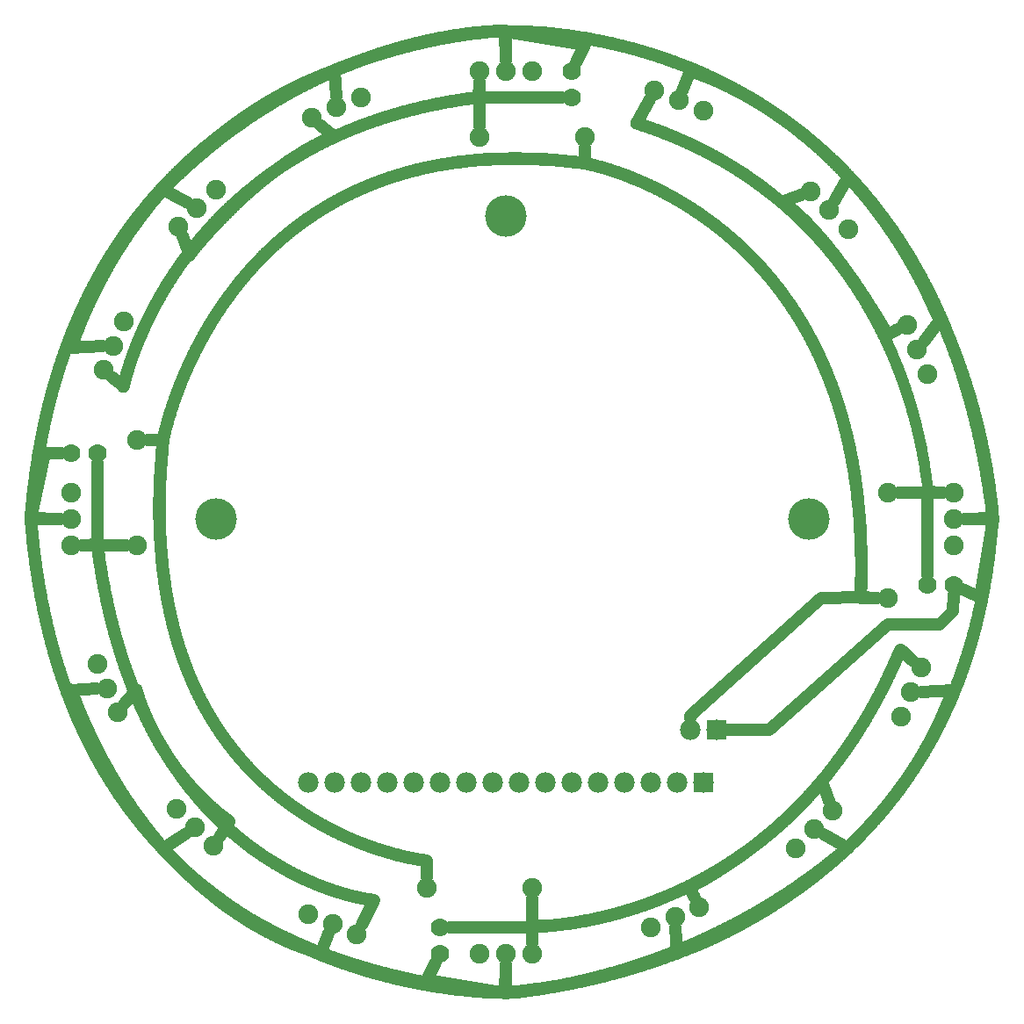
<source format=gtl>
G04 MADE WITH FRITZING*
G04 WWW.FRITZING.ORG*
G04 DOUBLE SIDED*
G04 HOLES PLATED*
G04 CONTOUR ON CENTER OF CONTOUR VECTOR*
%ASAXBY*%
%FSLAX23Y23*%
%MOIN*%
%OFA0B0*%
%SFA1.0B1.0*%
%ADD10C,0.075000*%
%ADD11C,0.070000*%
%ADD12C,0.078000*%
%ADD13C,0.157480*%
%ADD14R,0.078000X0.078000*%
%ADD15C,0.048000*%
%ADD16R,0.001000X0.001000*%
%LNCOPPER1*%
G90*
G70*
G54D10*
X1511Y3650D03*
X1419Y3612D03*
X1326Y3573D03*
X961Y3300D03*
X890Y3229D03*
X820Y3158D03*
X611Y2800D03*
X573Y2707D03*
X535Y2615D03*
X411Y2150D03*
X411Y2050D03*
X411Y1950D03*
X511Y1500D03*
X549Y1407D03*
X588Y1315D03*
X811Y950D03*
X882Y879D03*
X953Y808D03*
X1311Y550D03*
X1404Y512D03*
X1496Y473D03*
X2161Y3750D03*
X2061Y3750D03*
X1961Y3750D03*
X2811Y3600D03*
X2719Y3638D03*
X2626Y3676D03*
X3361Y3150D03*
X3290Y3221D03*
X3220Y3291D03*
X3661Y2600D03*
X3623Y2692D03*
X3585Y2785D03*
X3761Y1950D03*
X3761Y2050D03*
X3761Y2150D03*
X3561Y1300D03*
X3599Y1392D03*
X3638Y1485D03*
X3161Y800D03*
X3232Y871D03*
X3303Y941D03*
X2611Y500D03*
X2704Y538D03*
X2796Y576D03*
X1961Y400D03*
X2061Y400D03*
X2161Y400D03*
X661Y1950D03*
X661Y2350D03*
X2361Y3500D03*
X1961Y3500D03*
X3511Y1750D03*
X3511Y2150D03*
X2161Y650D03*
X1761Y650D03*
G54D11*
X511Y2300D03*
X411Y2300D03*
X2311Y3750D03*
X2311Y3650D03*
X3761Y1800D03*
X3661Y1800D03*
X1811Y500D03*
X1811Y400D03*
G54D12*
X2861Y1250D03*
X2761Y1250D03*
X2811Y1050D03*
X2711Y1050D03*
X2611Y1050D03*
X2511Y1050D03*
X2411Y1050D03*
X2311Y1050D03*
X2211Y1050D03*
X2111Y1050D03*
X2011Y1050D03*
X1911Y1050D03*
X1811Y1050D03*
X1711Y1050D03*
X1611Y1050D03*
X1511Y1050D03*
X1411Y1050D03*
X1311Y1050D03*
G54D13*
X3211Y2050D03*
X961Y2050D03*
X2061Y3200D03*
G54D14*
X2861Y1250D03*
X2811Y1050D03*
G54D15*
X2762Y3749D02*
X2733Y3675D01*
D02*
X3648Y2723D02*
X3710Y2801D01*
D02*
X761Y3299D02*
X855Y3248D01*
D02*
X2061Y3790D02*
X2061Y3901D01*
D02*
X412Y2699D02*
X533Y2705D01*
D02*
X1417Y3651D02*
X1411Y3749D01*
D02*
X259Y2051D02*
X371Y2050D01*
D02*
X2061Y360D02*
X2059Y251D01*
D02*
X2059Y3902D02*
X2061Y3790D01*
D02*
X371Y2050D02*
X259Y2051D01*
D02*
X3913Y2049D02*
X3801Y2050D01*
D02*
X2061Y3790D02*
X2060Y3898D01*
D02*
X2060Y251D02*
X2061Y360D01*
D02*
X3801Y2050D02*
X3910Y2051D01*
D02*
X2760Y650D02*
X2779Y612D01*
D02*
X3289Y978D02*
X3262Y1051D01*
D02*
X2162Y501D02*
X2161Y440D01*
D02*
X3607Y1510D02*
X3561Y1551D01*
D02*
X2061Y249D02*
X2061Y360D01*
D02*
X849Y857D02*
X761Y800D01*
D02*
X1360Y400D02*
X1389Y475D01*
D02*
X510Y1405D02*
X412Y1399D01*
D02*
X3361Y800D02*
X3267Y852D01*
D02*
X2061Y360D02*
X2061Y249D01*
D02*
X3361Y3349D02*
X3309Y3255D01*
D02*
X3801Y2050D02*
X3912Y2049D01*
D02*
X3760Y1399D02*
X3639Y1394D01*
D02*
X2706Y498D02*
X2711Y400D01*
D02*
X2061Y249D02*
X1761Y300D01*
D02*
X1761Y300D02*
X1794Y366D01*
D02*
X2061Y360D02*
X2061Y249D01*
D02*
X660Y1400D02*
X613Y1345D01*
D02*
X974Y842D02*
X1012Y900D01*
D02*
X512Y1949D02*
X451Y1950D01*
D02*
X1514Y509D02*
X1561Y601D01*
D02*
X861Y3050D02*
X834Y3121D01*
D02*
X1356Y3547D02*
X1410Y3501D01*
D02*
X1962Y3649D02*
X1961Y3710D01*
D02*
X565Y2589D02*
X611Y2551D01*
D02*
X3511Y2750D02*
X3549Y2768D01*
D02*
X3182Y3278D02*
X3110Y3251D01*
D02*
X3661Y2149D02*
X3721Y2150D01*
D02*
X2608Y3641D02*
X2560Y3551D01*
D02*
X312Y2300D02*
X374Y2300D01*
D02*
X260Y2049D02*
X312Y2300D01*
D02*
X371Y2050D02*
X260Y2049D01*
D02*
X2361Y3850D02*
X2062Y3900D01*
D02*
X2062Y3900D02*
X2061Y3790D01*
D02*
X2328Y3783D02*
X2361Y3850D01*
D02*
X3912Y2049D02*
X3861Y1751D01*
D02*
X3861Y1751D02*
X3794Y1783D01*
D02*
X3801Y2050D02*
X3912Y2049D01*
D02*
X511Y1951D02*
X451Y1950D01*
D02*
X511Y2263D02*
X511Y1951D01*
D02*
X1960Y3650D02*
X1961Y3710D01*
D02*
X2274Y3650D02*
X1960Y3650D01*
D02*
X1961Y3540D02*
X1961Y3710D01*
D02*
X3721Y2150D02*
X3551Y2150D01*
D02*
X3662Y2151D02*
X3721Y2150D01*
D02*
X3661Y1837D02*
X3662Y2151D01*
D02*
X2161Y610D02*
X2161Y440D01*
D02*
X2162Y499D02*
X2162Y440D01*
D02*
X1848Y500D02*
X2162Y499D01*
D02*
X621Y1950D02*
X451Y1950D01*
D02*
X762Y2349D02*
X701Y2350D01*
D02*
X1761Y690D02*
X1761Y751D01*
D02*
X762Y2349D02*
X701Y2350D01*
D02*
X2361Y3460D02*
X2361Y3399D01*
D02*
X2361Y3399D02*
X2361Y3460D01*
D02*
X3471Y1750D02*
X3410Y1749D01*
D02*
X2761Y1301D02*
X3260Y1749D01*
D02*
X2761Y1291D02*
X2761Y1301D01*
D02*
X3260Y1749D02*
X3410Y1751D01*
D02*
X3410Y1751D02*
X3471Y1750D01*
D02*
X3760Y1700D02*
X3761Y1763D01*
D02*
X3710Y1650D02*
X3760Y1700D01*
D02*
X3511Y1650D02*
X3710Y1650D01*
D02*
X3061Y1249D02*
X3511Y1650D01*
D02*
X2902Y1250D02*
X3061Y1249D01*
G54D16*
X2051Y3926D02*
X2062Y3926D01*
X2032Y3925D02*
X2066Y3925D01*
X2011Y3924D02*
X2068Y3924D01*
X1996Y3923D02*
X2120Y3923D01*
X1982Y3922D02*
X2148Y3922D01*
X1970Y3921D02*
X2166Y3921D01*
X1960Y3920D02*
X2182Y3920D01*
X1950Y3919D02*
X2195Y3919D01*
X1940Y3918D02*
X2208Y3918D01*
X1932Y3917D02*
X2219Y3917D01*
X1923Y3916D02*
X2229Y3916D01*
X1915Y3915D02*
X2240Y3915D01*
X1907Y3914D02*
X2249Y3914D01*
X1900Y3913D02*
X2258Y3913D01*
X1893Y3912D02*
X2267Y3912D01*
X1886Y3911D02*
X2275Y3911D01*
X1879Y3910D02*
X2283Y3910D01*
X1873Y3909D02*
X2291Y3909D01*
X1866Y3908D02*
X2298Y3908D01*
X1860Y3907D02*
X2306Y3907D01*
X1854Y3906D02*
X2313Y3906D01*
X1848Y3905D02*
X2320Y3905D01*
X1842Y3904D02*
X2326Y3904D01*
X1836Y3903D02*
X2333Y3903D01*
X1831Y3902D02*
X2340Y3902D01*
X1825Y3901D02*
X2346Y3901D01*
X1820Y3900D02*
X2352Y3900D01*
X1814Y3899D02*
X2358Y3899D01*
X1809Y3898D02*
X2364Y3898D01*
X1804Y3897D02*
X2370Y3897D01*
X1799Y3896D02*
X2376Y3896D01*
X1794Y3895D02*
X2381Y3895D01*
X1789Y3894D02*
X2387Y3894D01*
X1784Y3893D02*
X2392Y3893D01*
X1779Y3892D02*
X2397Y3892D01*
X1774Y3891D02*
X2403Y3891D01*
X1770Y3890D02*
X2408Y3890D01*
X1765Y3889D02*
X2413Y3889D01*
X1760Y3888D02*
X2418Y3888D01*
X1756Y3887D02*
X2423Y3887D01*
X1751Y3886D02*
X2428Y3886D01*
X1747Y3885D02*
X2433Y3885D01*
X1743Y3884D02*
X2438Y3884D01*
X1738Y3883D02*
X2442Y3883D01*
X1734Y3882D02*
X2447Y3882D01*
X1730Y3881D02*
X2452Y3881D01*
X1726Y3880D02*
X2456Y3880D01*
X1721Y3879D02*
X2461Y3879D01*
X1717Y3878D02*
X2465Y3878D01*
X1713Y3877D02*
X2034Y3877D01*
X2051Y3877D02*
X2470Y3877D01*
X1709Y3876D02*
X2018Y3876D01*
X2053Y3876D02*
X2474Y3876D01*
X1705Y3875D02*
X2007Y3875D01*
X2121Y3875D02*
X2478Y3875D01*
X1701Y3874D02*
X1996Y3874D01*
X2148Y3874D02*
X2483Y3874D01*
X1697Y3873D02*
X1985Y3873D01*
X2166Y3873D02*
X2487Y3873D01*
X1694Y3872D02*
X1976Y3872D01*
X2181Y3872D02*
X2491Y3872D01*
X1690Y3871D02*
X1967Y3871D01*
X2194Y3871D02*
X2495Y3871D01*
X1686Y3870D02*
X1958Y3870D01*
X2207Y3870D02*
X2499Y3870D01*
X1682Y3869D02*
X1950Y3869D01*
X2218Y3869D02*
X2503Y3869D01*
X1678Y3868D02*
X1942Y3868D01*
X2229Y3868D02*
X2507Y3868D01*
X1675Y3867D02*
X1934Y3867D01*
X2238Y3867D02*
X2511Y3867D01*
X1671Y3866D02*
X1927Y3866D01*
X2248Y3866D02*
X2516Y3866D01*
X1667Y3865D02*
X1919Y3865D01*
X2257Y3865D02*
X2519Y3865D01*
X1664Y3864D02*
X1912Y3864D01*
X2265Y3864D02*
X2523Y3864D01*
X1660Y3863D02*
X1905Y3863D01*
X2273Y3863D02*
X2527Y3863D01*
X1656Y3862D02*
X1899Y3862D01*
X2281Y3862D02*
X2531Y3862D01*
X1653Y3861D02*
X1892Y3861D01*
X2289Y3861D02*
X2535Y3861D01*
X1649Y3860D02*
X1886Y3860D01*
X2296Y3860D02*
X2538Y3860D01*
X1646Y3859D02*
X1880Y3859D01*
X2303Y3859D02*
X2542Y3859D01*
X1642Y3858D02*
X1874Y3858D01*
X2311Y3858D02*
X2546Y3858D01*
X1639Y3857D02*
X1868Y3857D01*
X2317Y3857D02*
X2550Y3857D01*
X1635Y3856D02*
X1862Y3856D01*
X2324Y3856D02*
X2554Y3856D01*
X1632Y3855D02*
X1856Y3855D01*
X2330Y3855D02*
X2557Y3855D01*
X1629Y3854D02*
X1850Y3854D01*
X2337Y3854D02*
X2561Y3854D01*
X1625Y3853D02*
X1845Y3853D01*
X2343Y3853D02*
X2564Y3853D01*
X1622Y3852D02*
X1839Y3852D01*
X2349Y3852D02*
X2568Y3852D01*
X1619Y3851D02*
X1833Y3851D01*
X2355Y3851D02*
X2571Y3851D01*
X1615Y3850D02*
X1828Y3850D01*
X2361Y3850D02*
X2575Y3850D01*
X1612Y3849D02*
X1823Y3849D01*
X2367Y3849D02*
X2578Y3849D01*
X1609Y3848D02*
X1818Y3848D01*
X2373Y3848D02*
X2582Y3848D01*
X1606Y3847D02*
X1813Y3847D01*
X2378Y3847D02*
X2585Y3847D01*
X1602Y3846D02*
X1807Y3846D01*
X2383Y3846D02*
X2589Y3846D01*
X1599Y3845D02*
X1802Y3845D01*
X2389Y3845D02*
X2592Y3845D01*
X1596Y3844D02*
X1797Y3844D01*
X2394Y3844D02*
X2595Y3844D01*
X1593Y3843D02*
X1793Y3843D01*
X2399Y3843D02*
X2599Y3843D01*
X1590Y3842D02*
X1788Y3842D01*
X2405Y3842D02*
X2602Y3842D01*
X1586Y3841D02*
X1783Y3841D01*
X2410Y3841D02*
X2605Y3841D01*
X1583Y3840D02*
X1778Y3840D01*
X2415Y3840D02*
X2608Y3840D01*
X1580Y3839D02*
X1774Y3839D01*
X2419Y3839D02*
X2612Y3839D01*
X1577Y3838D02*
X1769Y3838D01*
X2424Y3838D02*
X2615Y3838D01*
X1574Y3837D02*
X1764Y3837D01*
X2429Y3837D02*
X2618Y3837D01*
X1571Y3836D02*
X1760Y3836D01*
X2434Y3836D02*
X2621Y3836D01*
X1568Y3835D02*
X1756Y3835D01*
X2439Y3835D02*
X2625Y3835D01*
X1565Y3834D02*
X1751Y3834D01*
X2443Y3834D02*
X2628Y3834D01*
X1562Y3833D02*
X1747Y3833D01*
X2448Y3833D02*
X2631Y3833D01*
X1559Y3832D02*
X1742Y3832D01*
X2452Y3832D02*
X2634Y3832D01*
X1556Y3831D02*
X1738Y3831D01*
X2457Y3831D02*
X2637Y3831D01*
X1553Y3830D02*
X1734Y3830D01*
X2461Y3830D02*
X2640Y3830D01*
X1550Y3829D02*
X1730Y3829D01*
X2466Y3829D02*
X2643Y3829D01*
X1548Y3828D02*
X1725Y3828D01*
X2470Y3828D02*
X2646Y3828D01*
X1545Y3827D02*
X1721Y3827D01*
X2474Y3827D02*
X2649Y3827D01*
X1542Y3826D02*
X1717Y3826D01*
X2478Y3826D02*
X2652Y3826D01*
X1539Y3825D02*
X1713Y3825D01*
X2483Y3825D02*
X2655Y3825D01*
X1536Y3824D02*
X1709Y3824D01*
X2487Y3824D02*
X2658Y3824D01*
X1533Y3823D02*
X1705Y3823D01*
X2491Y3823D02*
X2661Y3823D01*
X1530Y3822D02*
X1701Y3822D01*
X2495Y3822D02*
X2664Y3822D01*
X1528Y3821D02*
X1697Y3821D01*
X2499Y3821D02*
X2667Y3821D01*
X1525Y3820D02*
X1693Y3820D01*
X2503Y3820D02*
X2670Y3820D01*
X1522Y3819D02*
X1689Y3819D01*
X2507Y3819D02*
X2673Y3819D01*
X1519Y3818D02*
X1685Y3818D01*
X2511Y3818D02*
X2676Y3818D01*
X1516Y3817D02*
X1681Y3817D01*
X2515Y3817D02*
X2679Y3817D01*
X1514Y3816D02*
X1678Y3816D01*
X2519Y3816D02*
X2682Y3816D01*
X1511Y3815D02*
X1674Y3815D01*
X2522Y3815D02*
X2684Y3815D01*
X1508Y3814D02*
X1670Y3814D01*
X2526Y3814D02*
X2687Y3814D01*
X1505Y3813D02*
X1666Y3813D01*
X2530Y3813D02*
X2690Y3813D01*
X1503Y3812D02*
X1663Y3812D01*
X2534Y3812D02*
X2693Y3812D01*
X1500Y3811D02*
X1659Y3811D01*
X2538Y3811D02*
X2696Y3811D01*
X1497Y3810D02*
X1655Y3810D01*
X2541Y3810D02*
X2698Y3810D01*
X1494Y3809D02*
X1652Y3809D01*
X2545Y3809D02*
X2701Y3809D01*
X1491Y3808D02*
X1648Y3808D01*
X2548Y3808D02*
X2704Y3808D01*
X1488Y3807D02*
X1645Y3807D01*
X2552Y3807D02*
X2707Y3807D01*
X1485Y3806D02*
X1641Y3806D01*
X2555Y3806D02*
X2710Y3806D01*
X1483Y3805D02*
X1637Y3805D01*
X2559Y3805D02*
X2712Y3805D01*
X1480Y3804D02*
X1634Y3804D01*
X2562Y3804D02*
X2715Y3804D01*
X1477Y3803D02*
X1631Y3803D01*
X2566Y3803D02*
X2717Y3803D01*
X1475Y3802D02*
X1627Y3802D01*
X2569Y3802D02*
X2720Y3802D01*
X1472Y3801D02*
X1624Y3801D01*
X2573Y3801D02*
X2723Y3801D01*
X1469Y3800D02*
X1620Y3800D01*
X2577Y3800D02*
X2725Y3800D01*
X1467Y3799D02*
X1617Y3799D01*
X2580Y3799D02*
X2728Y3799D01*
X1464Y3798D02*
X1614Y3798D01*
X2583Y3798D02*
X2731Y3798D01*
X1461Y3797D02*
X1610Y3797D01*
X2586Y3797D02*
X2733Y3797D01*
X1458Y3796D02*
X1607Y3796D01*
X2590Y3796D02*
X2736Y3796D01*
X1456Y3795D02*
X1603Y3795D01*
X2593Y3795D02*
X2739Y3795D01*
X1453Y3794D02*
X1600Y3794D01*
X2596Y3794D02*
X2741Y3794D01*
X1450Y3793D02*
X1597Y3793D01*
X2599Y3793D02*
X2744Y3793D01*
X1448Y3792D02*
X1594Y3792D01*
X2603Y3792D02*
X2746Y3792D01*
X1445Y3791D02*
X1591Y3791D01*
X2606Y3791D02*
X2749Y3791D01*
X1442Y3790D02*
X1587Y3790D01*
X2609Y3790D02*
X2752Y3790D01*
X1440Y3789D02*
X1584Y3789D01*
X2612Y3789D02*
X2754Y3789D01*
X1437Y3788D02*
X1581Y3788D01*
X2616Y3788D02*
X2757Y3788D01*
X1435Y3787D02*
X1578Y3787D01*
X2619Y3787D02*
X2759Y3787D01*
X1432Y3786D02*
X1574Y3786D01*
X2622Y3786D02*
X2762Y3786D01*
X1430Y3785D02*
X1571Y3785D01*
X2625Y3785D02*
X2764Y3785D01*
X1427Y3784D02*
X1568Y3784D01*
X2628Y3784D02*
X2767Y3784D01*
X1425Y3783D02*
X1565Y3783D01*
X2631Y3783D02*
X2769Y3783D01*
X1422Y3782D02*
X1562Y3782D01*
X2634Y3782D02*
X2771Y3782D01*
X1420Y3781D02*
X1559Y3781D01*
X2637Y3781D02*
X2774Y3781D01*
X1417Y3780D02*
X1556Y3780D01*
X2640Y3780D02*
X2776Y3780D01*
X1415Y3779D02*
X1553Y3779D01*
X2643Y3779D02*
X2779Y3779D01*
X1412Y3778D02*
X1550Y3778D01*
X2646Y3778D02*
X2781Y3778D01*
X1410Y3777D02*
X1547Y3777D01*
X2649Y3777D02*
X2784Y3777D01*
X1407Y3776D02*
X1544Y3776D01*
X2652Y3776D02*
X2786Y3776D01*
X1405Y3775D02*
X1541Y3775D01*
X2655Y3775D02*
X2788Y3775D01*
X1402Y3774D02*
X1538Y3774D01*
X2658Y3774D02*
X2791Y3774D01*
X1400Y3773D02*
X1535Y3773D01*
X2661Y3773D02*
X2793Y3773D01*
X1397Y3772D02*
X1532Y3772D01*
X2663Y3772D02*
X2795Y3772D01*
X1395Y3771D02*
X1529Y3771D01*
X2666Y3771D02*
X2798Y3771D01*
X1393Y3770D02*
X1526Y3770D01*
X2669Y3770D02*
X2800Y3770D01*
X1390Y3769D02*
X1524Y3769D01*
X2672Y3769D02*
X2802Y3769D01*
X1388Y3768D02*
X1521Y3768D01*
X2675Y3768D02*
X2805Y3768D01*
X1385Y3767D02*
X1518Y3767D01*
X2677Y3767D02*
X2807Y3767D01*
X1383Y3766D02*
X1516Y3766D01*
X2680Y3766D02*
X2809Y3766D01*
X1381Y3765D02*
X1513Y3765D01*
X2683Y3765D02*
X2812Y3765D01*
X1378Y3764D02*
X1510Y3764D01*
X2686Y3764D02*
X2814Y3764D01*
X1376Y3763D02*
X1508Y3763D01*
X2689Y3763D02*
X2816Y3763D01*
X1373Y3762D02*
X1505Y3762D01*
X2692Y3762D02*
X2818Y3762D01*
X1370Y3761D02*
X1502Y3761D01*
X2694Y3761D02*
X2821Y3761D01*
X1368Y3760D02*
X1500Y3760D01*
X2697Y3760D02*
X2823Y3760D01*
X1365Y3759D02*
X1497Y3759D01*
X2699Y3759D02*
X2825Y3759D01*
X1362Y3758D02*
X1494Y3758D01*
X2702Y3758D02*
X2828Y3758D01*
X1360Y3757D02*
X1492Y3757D01*
X2705Y3757D02*
X2830Y3757D01*
X1357Y3756D02*
X1489Y3756D01*
X2707Y3756D02*
X2832Y3756D01*
X1355Y3755D02*
X1487Y3755D01*
X2710Y3755D02*
X2834Y3755D01*
X1352Y3754D02*
X1484Y3754D01*
X2713Y3754D02*
X2836Y3754D01*
X1350Y3753D02*
X1482Y3753D01*
X2715Y3753D02*
X2839Y3753D01*
X1347Y3752D02*
X1479Y3752D01*
X2718Y3752D02*
X2841Y3752D01*
X1345Y3751D02*
X1477Y3751D01*
X2721Y3751D02*
X2843Y3751D01*
X1342Y3750D02*
X1474Y3750D01*
X2723Y3750D02*
X2845Y3750D01*
X1340Y3749D02*
X1472Y3749D01*
X2726Y3749D02*
X2847Y3749D01*
X1337Y3748D02*
X1469Y3748D01*
X2728Y3748D02*
X2849Y3748D01*
X1335Y3747D02*
X1467Y3747D01*
X2731Y3747D02*
X2852Y3747D01*
X1332Y3746D02*
X1464Y3746D01*
X2734Y3746D02*
X2854Y3746D01*
X1330Y3745D02*
X1462Y3745D01*
X2736Y3745D02*
X2856Y3745D01*
X1328Y3744D02*
X1459Y3744D01*
X2738Y3744D02*
X2858Y3744D01*
X1325Y3743D02*
X1457Y3743D01*
X2738Y3743D02*
X2860Y3743D01*
X1323Y3742D02*
X1454Y3742D01*
X2738Y3742D02*
X2862Y3742D01*
X1321Y3741D02*
X1452Y3741D01*
X2739Y3741D02*
X2864Y3741D01*
X1318Y3740D02*
X1450Y3740D01*
X2739Y3740D02*
X2866Y3740D01*
X1316Y3739D02*
X1447Y3739D01*
X2740Y3739D02*
X2869Y3739D01*
X1314Y3738D02*
X1445Y3738D01*
X2740Y3738D02*
X2871Y3738D01*
X1311Y3737D02*
X1442Y3737D01*
X2741Y3737D02*
X2873Y3737D01*
X1309Y3736D02*
X1440Y3736D01*
X2741Y3736D02*
X2875Y3736D01*
X1307Y3735D02*
X1438Y3735D01*
X2742Y3735D02*
X2877Y3735D01*
X1305Y3734D02*
X1435Y3734D01*
X2743Y3734D02*
X2879Y3734D01*
X1302Y3733D02*
X1433Y3733D01*
X2744Y3733D02*
X2881Y3733D01*
X1300Y3732D02*
X1431Y3732D01*
X2745Y3732D02*
X2883Y3732D01*
X1298Y3731D02*
X1428Y3731D01*
X2746Y3731D02*
X2885Y3731D01*
X1296Y3730D02*
X1426Y3730D01*
X2747Y3730D02*
X2887Y3730D01*
X1293Y3729D02*
X1424Y3729D01*
X2749Y3729D02*
X2889Y3729D01*
X1291Y3728D02*
X1421Y3728D01*
X2750Y3728D02*
X2891Y3728D01*
X1289Y3727D02*
X1419Y3727D01*
X2753Y3727D02*
X2893Y3727D01*
X1287Y3726D02*
X1417Y3726D01*
X2756Y3726D02*
X2895Y3726D01*
X1285Y3725D02*
X1414Y3725D01*
X2759Y3725D02*
X2897Y3725D01*
X1283Y3724D02*
X1412Y3724D01*
X2763Y3724D02*
X2899Y3724D01*
X1280Y3723D02*
X1410Y3723D01*
X2766Y3723D02*
X2901Y3723D01*
X1278Y3722D02*
X1408Y3722D01*
X2769Y3722D02*
X2903Y3722D01*
X1276Y3721D02*
X1405Y3721D01*
X2772Y3721D02*
X2905Y3721D01*
X1274Y3720D02*
X1403Y3720D01*
X2775Y3720D02*
X2907Y3720D01*
X1272Y3719D02*
X1401Y3719D01*
X2778Y3719D02*
X2909Y3719D01*
X1270Y3718D02*
X1399Y3718D01*
X2781Y3718D02*
X2911Y3718D01*
X1268Y3717D02*
X1396Y3717D01*
X2784Y3717D02*
X2913Y3717D01*
X1266Y3716D02*
X1394Y3716D01*
X2786Y3716D02*
X2915Y3716D01*
X1264Y3715D02*
X1392Y3715D01*
X2789Y3715D02*
X2917Y3715D01*
X1262Y3714D02*
X1390Y3714D01*
X2792Y3714D02*
X2919Y3714D01*
X1259Y3713D02*
X1388Y3713D01*
X2795Y3713D02*
X2921Y3713D01*
X1257Y3712D02*
X1385Y3712D01*
X2797Y3712D02*
X2923Y3712D01*
X1255Y3711D02*
X1383Y3711D01*
X2800Y3711D02*
X2924Y3711D01*
X1254Y3710D02*
X1381Y3710D01*
X2803Y3710D02*
X2926Y3710D01*
X1252Y3709D02*
X1379Y3709D01*
X2805Y3709D02*
X2928Y3709D01*
X1250Y3708D02*
X1377Y3708D01*
X2808Y3708D02*
X2930Y3708D01*
X1248Y3707D02*
X1375Y3707D01*
X2810Y3707D02*
X2932Y3707D01*
X1246Y3706D02*
X1372Y3706D01*
X2813Y3706D02*
X2934Y3706D01*
X1244Y3705D02*
X1370Y3705D01*
X2815Y3705D02*
X2936Y3705D01*
X1242Y3704D02*
X1368Y3704D01*
X2818Y3704D02*
X2938Y3704D01*
X1240Y3703D02*
X1366Y3703D01*
X2820Y3703D02*
X2940Y3703D01*
X1238Y3702D02*
X1364Y3702D01*
X2823Y3702D02*
X2941Y3702D01*
X1236Y3701D02*
X1362Y3701D01*
X2825Y3701D02*
X2943Y3701D01*
X1234Y3700D02*
X1360Y3700D01*
X2828Y3700D02*
X2945Y3700D01*
X1232Y3699D02*
X1358Y3699D01*
X2830Y3699D02*
X2947Y3699D01*
X1230Y3698D02*
X1356Y3698D01*
X2833Y3698D02*
X2949Y3698D01*
X1228Y3697D02*
X1353Y3697D01*
X2835Y3697D02*
X2951Y3697D01*
X1226Y3696D02*
X1351Y3696D01*
X2837Y3696D02*
X2953Y3696D01*
X1224Y3695D02*
X1349Y3695D01*
X2840Y3695D02*
X2954Y3695D01*
X1222Y3694D02*
X1347Y3694D01*
X2842Y3694D02*
X2956Y3694D01*
X1220Y3693D02*
X1345Y3693D01*
X2844Y3693D02*
X2958Y3693D01*
X1218Y3692D02*
X1343Y3692D01*
X2847Y3692D02*
X2960Y3692D01*
X1217Y3691D02*
X1341Y3691D01*
X2849Y3691D02*
X2962Y3691D01*
X1215Y3690D02*
X1339Y3690D01*
X2851Y3690D02*
X2963Y3690D01*
X1213Y3689D02*
X1337Y3689D01*
X2854Y3689D02*
X2965Y3689D01*
X1211Y3688D02*
X1335Y3688D01*
X2856Y3688D02*
X2967Y3688D01*
X1209Y3687D02*
X1333Y3687D01*
X2858Y3687D02*
X2969Y3687D01*
X1207Y3686D02*
X1331Y3686D01*
X2860Y3686D02*
X2971Y3686D01*
X1205Y3685D02*
X1329Y3685D01*
X2862Y3685D02*
X2972Y3685D01*
X1203Y3684D02*
X1327Y3684D01*
X2865Y3684D02*
X2974Y3684D01*
X1202Y3683D02*
X1325Y3683D01*
X2867Y3683D02*
X2976Y3683D01*
X1200Y3682D02*
X1323Y3682D01*
X2869Y3682D02*
X2978Y3682D01*
X1198Y3681D02*
X1321Y3681D01*
X2871Y3681D02*
X2979Y3681D01*
X1196Y3680D02*
X1319Y3680D01*
X2873Y3680D02*
X2981Y3680D01*
X1194Y3679D02*
X1317Y3679D01*
X2876Y3679D02*
X2983Y3679D01*
X1192Y3678D02*
X1315Y3678D01*
X2878Y3678D02*
X2985Y3678D01*
X1191Y3677D02*
X1313Y3677D01*
X2880Y3677D02*
X2986Y3677D01*
X1189Y3676D02*
X1311Y3676D01*
X2882Y3676D02*
X2988Y3676D01*
X1187Y3675D02*
X1309Y3675D01*
X2884Y3675D02*
X2990Y3675D01*
X1185Y3674D02*
X1307Y3674D01*
X2886Y3674D02*
X2992Y3674D01*
X1184Y3673D02*
X1305Y3673D01*
X1955Y3673D02*
X1966Y3673D01*
X2888Y3673D02*
X2993Y3673D01*
X1182Y3672D02*
X1303Y3672D01*
X1947Y3672D02*
X1969Y3672D01*
X2890Y3672D02*
X2995Y3672D01*
X1180Y3671D02*
X1301Y3671D01*
X1939Y3671D02*
X1971Y3671D01*
X2892Y3671D02*
X2997Y3671D01*
X1178Y3670D02*
X1299Y3670D01*
X1931Y3670D02*
X1973Y3670D01*
X2894Y3670D02*
X2998Y3670D01*
X1176Y3669D02*
X1297Y3669D01*
X1924Y3669D02*
X1975Y3669D01*
X2897Y3669D02*
X3000Y3669D01*
X1175Y3668D02*
X1295Y3668D01*
X1917Y3668D02*
X1976Y3668D01*
X2899Y3668D02*
X3002Y3668D01*
X1173Y3667D02*
X1293Y3667D01*
X1910Y3667D02*
X1977Y3667D01*
X2901Y3667D02*
X3004Y3667D01*
X1171Y3666D02*
X1292Y3666D01*
X1903Y3666D02*
X1978Y3666D01*
X2903Y3666D02*
X3005Y3666D01*
X1169Y3665D02*
X1290Y3665D01*
X1896Y3665D02*
X1979Y3665D01*
X2905Y3665D02*
X3007Y3665D01*
X1168Y3664D02*
X1288Y3664D01*
X1890Y3664D02*
X1980Y3664D01*
X2907Y3664D02*
X3009Y3664D01*
X1166Y3663D02*
X1286Y3663D01*
X1883Y3663D02*
X1980Y3663D01*
X2909Y3663D02*
X3010Y3663D01*
X1164Y3662D02*
X1284Y3662D01*
X1877Y3662D02*
X1981Y3662D01*
X2911Y3662D02*
X3012Y3662D01*
X1162Y3661D02*
X1282Y3661D01*
X1870Y3661D02*
X1982Y3661D01*
X2913Y3661D02*
X3014Y3661D01*
X1161Y3660D02*
X1280Y3660D01*
X1864Y3660D02*
X1982Y3660D01*
X2915Y3660D02*
X3015Y3660D01*
X1159Y3659D02*
X1278Y3659D01*
X1858Y3659D02*
X1983Y3659D01*
X2917Y3659D02*
X3017Y3659D01*
X1157Y3658D02*
X1276Y3658D01*
X1852Y3658D02*
X1983Y3658D01*
X2918Y3658D02*
X3019Y3658D01*
X1156Y3657D02*
X1275Y3657D01*
X1847Y3657D02*
X1983Y3657D01*
X2920Y3657D02*
X3020Y3657D01*
X1154Y3656D02*
X1273Y3656D01*
X1841Y3656D02*
X1984Y3656D01*
X2922Y3656D02*
X3022Y3656D01*
X1152Y3655D02*
X1271Y3655D01*
X1835Y3655D02*
X1984Y3655D01*
X2924Y3655D02*
X3024Y3655D01*
X1150Y3654D02*
X1269Y3654D01*
X1830Y3654D02*
X1984Y3654D01*
X2926Y3654D02*
X3025Y3654D01*
X1149Y3653D02*
X1267Y3653D01*
X1824Y3653D02*
X1984Y3653D01*
X2928Y3653D02*
X3027Y3653D01*
X1147Y3652D02*
X1265Y3652D01*
X1819Y3652D02*
X1984Y3652D01*
X2930Y3652D02*
X3029Y3652D01*
X1145Y3651D02*
X1263Y3651D01*
X1814Y3651D02*
X1985Y3651D01*
X2932Y3651D02*
X3030Y3651D01*
X1144Y3650D02*
X1262Y3650D01*
X1808Y3650D02*
X1985Y3650D01*
X2934Y3650D02*
X3032Y3650D01*
X1142Y3649D02*
X1260Y3649D01*
X1803Y3649D02*
X1985Y3649D01*
X2936Y3649D02*
X3034Y3649D01*
X1140Y3648D02*
X1258Y3648D01*
X1798Y3648D02*
X1985Y3648D01*
X2938Y3648D02*
X3035Y3648D01*
X1139Y3647D02*
X1256Y3647D01*
X1793Y3647D02*
X1984Y3647D01*
X2940Y3647D02*
X3037Y3647D01*
X1137Y3646D02*
X1254Y3646D01*
X1788Y3646D02*
X1984Y3646D01*
X2941Y3646D02*
X3038Y3646D01*
X1136Y3645D02*
X1253Y3645D01*
X1784Y3645D02*
X1984Y3645D01*
X2943Y3645D02*
X3040Y3645D01*
X1134Y3644D02*
X1251Y3644D01*
X1779Y3644D02*
X1984Y3644D01*
X2945Y3644D02*
X3041Y3644D01*
X1132Y3643D02*
X1249Y3643D01*
X1774Y3643D02*
X1984Y3643D01*
X2947Y3643D02*
X3043Y3643D01*
X1131Y3642D02*
X1247Y3642D01*
X1769Y3642D02*
X1983Y3642D01*
X2949Y3642D02*
X3045Y3642D01*
X1129Y3641D02*
X1245Y3641D01*
X1765Y3641D02*
X1983Y3641D01*
X2951Y3641D02*
X3046Y3641D01*
X1127Y3640D02*
X1244Y3640D01*
X1760Y3640D02*
X1983Y3640D01*
X2952Y3640D02*
X3048Y3640D01*
X1126Y3639D02*
X1242Y3639D01*
X1755Y3639D02*
X1982Y3639D01*
X2954Y3639D02*
X3049Y3639D01*
X1124Y3638D02*
X1240Y3638D01*
X1751Y3638D02*
X1982Y3638D01*
X2956Y3638D02*
X3051Y3638D01*
X1122Y3637D02*
X1238Y3637D01*
X1747Y3637D02*
X1981Y3637D01*
X2958Y3637D02*
X3053Y3637D01*
X1121Y3636D02*
X1236Y3636D01*
X1742Y3636D02*
X1980Y3636D01*
X2960Y3636D02*
X3054Y3636D01*
X1119Y3635D02*
X1235Y3635D01*
X1738Y3635D02*
X1980Y3635D01*
X2962Y3635D02*
X3056Y3635D01*
X1118Y3634D02*
X1233Y3634D01*
X1734Y3634D02*
X1979Y3634D01*
X2963Y3634D02*
X3057Y3634D01*
X1116Y3633D02*
X1231Y3633D01*
X1729Y3633D02*
X1978Y3633D01*
X2965Y3633D02*
X3059Y3633D01*
X1114Y3632D02*
X1229Y3632D01*
X1725Y3632D02*
X1977Y3632D01*
X2967Y3632D02*
X3060Y3632D01*
X1113Y3631D02*
X1228Y3631D01*
X1721Y3631D02*
X1976Y3631D01*
X2969Y3631D02*
X3062Y3631D01*
X1111Y3630D02*
X1226Y3630D01*
X1717Y3630D02*
X1974Y3630D01*
X2970Y3630D02*
X3064Y3630D01*
X1110Y3629D02*
X1224Y3629D01*
X1713Y3629D02*
X1973Y3629D01*
X2972Y3629D02*
X3065Y3629D01*
X1108Y3628D02*
X1222Y3628D01*
X1709Y3628D02*
X1971Y3628D01*
X2974Y3628D02*
X3067Y3628D01*
X1107Y3627D02*
X1221Y3627D01*
X1705Y3627D02*
X1969Y3627D01*
X2976Y3627D02*
X3068Y3627D01*
X1105Y3626D02*
X1219Y3626D01*
X1701Y3626D02*
X1965Y3626D01*
X2977Y3626D02*
X3070Y3626D01*
X1103Y3625D02*
X1217Y3625D01*
X1697Y3625D02*
X1957Y3625D01*
X2979Y3625D02*
X3071Y3625D01*
X1102Y3624D02*
X1215Y3624D01*
X1693Y3624D02*
X1949Y3624D01*
X2981Y3624D02*
X3073Y3624D01*
X1100Y3623D02*
X1214Y3623D01*
X1689Y3623D02*
X1941Y3623D01*
X2983Y3623D02*
X3074Y3623D01*
X1099Y3622D02*
X1212Y3622D01*
X1685Y3622D02*
X1934Y3622D01*
X2984Y3622D02*
X3076Y3622D01*
X1097Y3621D02*
X1210Y3621D01*
X1681Y3621D02*
X1926Y3621D01*
X2986Y3621D02*
X3077Y3621D01*
X1096Y3620D02*
X1209Y3620D01*
X1678Y3620D02*
X1919Y3620D01*
X2988Y3620D02*
X3079Y3620D01*
X1094Y3619D02*
X1207Y3619D01*
X1674Y3619D02*
X1912Y3619D01*
X2990Y3619D02*
X3080Y3619D01*
X1093Y3618D02*
X1205Y3618D01*
X1670Y3618D02*
X1905Y3618D01*
X2991Y3618D02*
X3082Y3618D01*
X1091Y3617D02*
X1203Y3617D01*
X1667Y3617D02*
X1899Y3617D01*
X2993Y3617D02*
X3083Y3617D01*
X1089Y3616D02*
X1202Y3616D01*
X1663Y3616D02*
X1892Y3616D01*
X2995Y3616D02*
X3085Y3616D01*
X1088Y3615D02*
X1200Y3615D01*
X1659Y3615D02*
X1885Y3615D01*
X2996Y3615D02*
X3086Y3615D01*
X1086Y3614D02*
X1198Y3614D01*
X1656Y3614D02*
X1879Y3614D01*
X2998Y3614D02*
X3088Y3614D01*
X1085Y3613D02*
X1197Y3613D01*
X1652Y3613D02*
X1873Y3613D01*
X3000Y3613D02*
X3089Y3613D01*
X1083Y3612D02*
X1195Y3612D01*
X1649Y3612D02*
X1867Y3612D01*
X3001Y3612D02*
X3091Y3612D01*
X1082Y3611D02*
X1193Y3611D01*
X1645Y3611D02*
X1861Y3611D01*
X3003Y3611D02*
X3092Y3611D01*
X1080Y3610D02*
X1192Y3610D01*
X1642Y3610D02*
X1855Y3610D01*
X3005Y3610D02*
X3094Y3610D01*
X1079Y3609D02*
X1190Y3609D01*
X1638Y3609D02*
X1850Y3609D01*
X3006Y3609D02*
X3095Y3609D01*
X1077Y3608D02*
X1188Y3608D01*
X1635Y3608D02*
X1844Y3608D01*
X3008Y3608D02*
X3097Y3608D01*
X1076Y3607D02*
X1187Y3607D01*
X1631Y3607D02*
X1838Y3607D01*
X3010Y3607D02*
X3098Y3607D01*
X1074Y3606D02*
X1185Y3606D01*
X1628Y3606D02*
X1833Y3606D01*
X3011Y3606D02*
X3100Y3606D01*
X1073Y3605D02*
X1183Y3605D01*
X1625Y3605D02*
X1827Y3605D01*
X3013Y3605D02*
X3101Y3605D01*
X1071Y3604D02*
X1182Y3604D01*
X1621Y3604D02*
X1822Y3604D01*
X3015Y3604D02*
X3103Y3604D01*
X1070Y3603D02*
X1180Y3603D01*
X1618Y3603D02*
X1817Y3603D01*
X3016Y3603D02*
X3104Y3603D01*
X1068Y3602D02*
X1178Y3602D01*
X1615Y3602D02*
X1812Y3602D01*
X3018Y3602D02*
X3106Y3602D01*
X1067Y3601D02*
X1177Y3601D01*
X1612Y3601D02*
X1807Y3601D01*
X3019Y3601D02*
X3107Y3601D01*
X1065Y3600D02*
X1175Y3600D01*
X1608Y3600D02*
X1802Y3600D01*
X3021Y3600D02*
X3108Y3600D01*
X1064Y3599D02*
X1173Y3599D01*
X1605Y3599D02*
X1797Y3599D01*
X3023Y3599D02*
X3110Y3599D01*
X1063Y3598D02*
X1172Y3598D01*
X1602Y3598D02*
X1792Y3598D01*
X3024Y3598D02*
X3111Y3598D01*
X1061Y3597D02*
X1170Y3597D01*
X1599Y3597D02*
X1787Y3597D01*
X3026Y3597D02*
X3113Y3597D01*
X1060Y3596D02*
X1169Y3596D01*
X1596Y3596D02*
X1782Y3596D01*
X3027Y3596D02*
X3114Y3596D01*
X1058Y3595D02*
X1167Y3595D01*
X1593Y3595D02*
X1778Y3595D01*
X3029Y3595D02*
X3116Y3595D01*
X1057Y3594D02*
X1165Y3594D01*
X1589Y3594D02*
X1773Y3594D01*
X3031Y3594D02*
X3117Y3594D01*
X1055Y3593D02*
X1164Y3593D01*
X1586Y3593D02*
X1769Y3593D01*
X3032Y3593D02*
X3119Y3593D01*
X1054Y3592D02*
X1162Y3592D01*
X1583Y3592D02*
X1764Y3592D01*
X3034Y3592D02*
X3120Y3592D01*
X1052Y3591D02*
X1161Y3591D01*
X1580Y3591D02*
X1759Y3591D01*
X3035Y3591D02*
X3121Y3591D01*
X1051Y3590D02*
X1159Y3590D01*
X1577Y3590D02*
X1755Y3590D01*
X3037Y3590D02*
X3123Y3590D01*
X1049Y3589D02*
X1157Y3589D01*
X1574Y3589D02*
X1751Y3589D01*
X3038Y3589D02*
X3124Y3589D01*
X1048Y3588D02*
X1156Y3588D01*
X1571Y3588D02*
X1746Y3588D01*
X3040Y3588D02*
X3126Y3588D01*
X1047Y3587D02*
X1154Y3587D01*
X1568Y3587D02*
X1742Y3587D01*
X3042Y3587D02*
X3127Y3587D01*
X1045Y3586D02*
X1153Y3586D01*
X1565Y3586D02*
X1738Y3586D01*
X3043Y3586D02*
X3128Y3586D01*
X1044Y3585D02*
X1151Y3585D01*
X1562Y3585D02*
X1734Y3585D01*
X3045Y3585D02*
X3130Y3585D01*
X1042Y3584D02*
X1149Y3584D01*
X1559Y3584D02*
X1730Y3584D01*
X3046Y3584D02*
X3131Y3584D01*
X1041Y3583D02*
X1148Y3583D01*
X1556Y3583D02*
X1726Y3583D01*
X3048Y3583D02*
X3133Y3583D01*
X1040Y3582D02*
X1146Y3582D01*
X1554Y3582D02*
X1721Y3582D01*
X3049Y3582D02*
X3134Y3582D01*
X1038Y3581D02*
X1145Y3581D01*
X1551Y3581D02*
X1717Y3581D01*
X3051Y3581D02*
X3136Y3581D01*
X1037Y3580D02*
X1143Y3580D01*
X1548Y3580D02*
X1713Y3580D01*
X3052Y3580D02*
X3137Y3580D01*
X1035Y3579D02*
X1141Y3579D01*
X1545Y3579D02*
X1709Y3579D01*
X3054Y3579D02*
X3138Y3579D01*
X1034Y3578D02*
X1140Y3578D01*
X1542Y3578D02*
X1706Y3578D01*
X3055Y3578D02*
X3140Y3578D01*
X1032Y3577D02*
X1138Y3577D01*
X1539Y3577D02*
X1702Y3577D01*
X3057Y3577D02*
X3141Y3577D01*
X1031Y3576D02*
X1137Y3576D01*
X1537Y3576D02*
X1698Y3576D01*
X3058Y3576D02*
X3142Y3576D01*
X1030Y3575D02*
X1135Y3575D01*
X1534Y3575D02*
X1694Y3575D01*
X2556Y3575D02*
X2561Y3575D01*
X3060Y3575D02*
X3144Y3575D01*
X1028Y3574D02*
X1134Y3574D01*
X1531Y3574D02*
X1690Y3574D01*
X2552Y3574D02*
X2566Y3574D01*
X3061Y3574D02*
X3145Y3574D01*
X1027Y3573D02*
X1132Y3573D01*
X1528Y3573D02*
X1687Y3573D01*
X2549Y3573D02*
X2569Y3573D01*
X3063Y3573D02*
X3146Y3573D01*
X1026Y3572D02*
X1131Y3572D01*
X1526Y3572D02*
X1683Y3572D01*
X2547Y3572D02*
X2572Y3572D01*
X3064Y3572D02*
X3148Y3572D01*
X1024Y3571D02*
X1129Y3571D01*
X1523Y3571D02*
X1679Y3571D01*
X2546Y3571D02*
X2575Y3571D01*
X3066Y3571D02*
X3149Y3571D01*
X1023Y3570D02*
X1128Y3570D01*
X1520Y3570D02*
X1676Y3570D01*
X2544Y3570D02*
X2578Y3570D01*
X3067Y3570D02*
X3151Y3570D01*
X1021Y3569D02*
X1126Y3569D01*
X1517Y3569D02*
X1672Y3569D01*
X2543Y3569D02*
X2581Y3569D01*
X3069Y3569D02*
X3152Y3569D01*
X1020Y3568D02*
X1124Y3568D01*
X1515Y3568D02*
X1668Y3568D01*
X2542Y3568D02*
X2584Y3568D01*
X3070Y3568D02*
X3153Y3568D01*
X1019Y3567D02*
X1123Y3567D01*
X1512Y3567D02*
X1665Y3567D01*
X2541Y3567D02*
X2587Y3567D01*
X3072Y3567D02*
X3155Y3567D01*
X1017Y3566D02*
X1121Y3566D01*
X1509Y3566D02*
X1661Y3566D01*
X2540Y3566D02*
X2590Y3566D01*
X3073Y3566D02*
X3156Y3566D01*
X1016Y3565D02*
X1120Y3565D01*
X1507Y3565D02*
X1658Y3565D01*
X2539Y3565D02*
X2593Y3565D01*
X3075Y3565D02*
X3157Y3565D01*
X1015Y3564D02*
X1118Y3564D01*
X1504Y3564D02*
X1654Y3564D01*
X2539Y3564D02*
X2596Y3564D01*
X3076Y3564D02*
X3159Y3564D01*
X1013Y3563D02*
X1117Y3563D01*
X1502Y3563D02*
X1651Y3563D01*
X2538Y3563D02*
X2599Y3563D01*
X3078Y3563D02*
X3160Y3563D01*
X1012Y3562D02*
X1115Y3562D01*
X1499Y3562D02*
X1647Y3562D01*
X2538Y3562D02*
X2602Y3562D01*
X3079Y3562D02*
X3161Y3562D01*
X1010Y3561D02*
X1114Y3561D01*
X1496Y3561D02*
X1644Y3561D01*
X2537Y3561D02*
X2605Y3561D01*
X3080Y3561D02*
X3163Y3561D01*
X1009Y3560D02*
X1112Y3560D01*
X1494Y3560D02*
X1641Y3560D01*
X2537Y3560D02*
X2608Y3560D01*
X3082Y3560D02*
X3164Y3560D01*
X1008Y3559D02*
X1111Y3559D01*
X1491Y3559D02*
X1637Y3559D01*
X2536Y3559D02*
X2611Y3559D01*
X3083Y3559D02*
X3165Y3559D01*
X1006Y3558D02*
X1109Y3558D01*
X1489Y3558D02*
X1634Y3558D01*
X2536Y3558D02*
X2613Y3558D01*
X3085Y3558D02*
X3167Y3558D01*
X1005Y3557D02*
X1108Y3557D01*
X1486Y3557D02*
X1631Y3557D01*
X2536Y3557D02*
X2616Y3557D01*
X3086Y3557D02*
X3168Y3557D01*
X1004Y3556D02*
X1106Y3556D01*
X1484Y3556D02*
X1627Y3556D01*
X2535Y3556D02*
X2619Y3556D01*
X3088Y3556D02*
X3169Y3556D01*
X1002Y3555D02*
X1105Y3555D01*
X1481Y3555D02*
X1624Y3555D01*
X2535Y3555D02*
X2622Y3555D01*
X3089Y3555D02*
X3171Y3555D01*
X1001Y3554D02*
X1103Y3554D01*
X1479Y3554D02*
X1621Y3554D01*
X2535Y3554D02*
X2625Y3554D01*
X3090Y3554D02*
X3172Y3554D01*
X1000Y3553D02*
X1102Y3553D01*
X1476Y3553D02*
X1618Y3553D01*
X2535Y3553D02*
X2627Y3553D01*
X3092Y3553D02*
X3173Y3553D01*
X998Y3552D02*
X1100Y3552D01*
X1474Y3552D02*
X1615Y3552D01*
X2535Y3552D02*
X2630Y3552D01*
X3093Y3552D02*
X3175Y3552D01*
X997Y3551D02*
X1099Y3551D01*
X1471Y3551D02*
X1611Y3551D01*
X2535Y3551D02*
X2633Y3551D01*
X3095Y3551D02*
X3176Y3551D01*
X996Y3550D02*
X1097Y3550D01*
X1469Y3550D02*
X1608Y3550D01*
X2535Y3550D02*
X2636Y3550D01*
X3096Y3550D02*
X3177Y3550D01*
X994Y3549D02*
X1096Y3549D01*
X1466Y3549D02*
X1605Y3549D01*
X2535Y3549D02*
X2639Y3549D01*
X3098Y3549D02*
X3179Y3549D01*
X993Y3548D02*
X1094Y3548D01*
X1464Y3548D02*
X1602Y3548D01*
X2535Y3548D02*
X2641Y3548D01*
X3099Y3548D02*
X3180Y3548D01*
X992Y3547D02*
X1093Y3547D01*
X1462Y3547D02*
X1599Y3547D01*
X2535Y3547D02*
X2644Y3547D01*
X3100Y3547D02*
X3181Y3547D01*
X990Y3546D02*
X1091Y3546D01*
X1459Y3546D02*
X1596Y3546D01*
X2536Y3546D02*
X2647Y3546D01*
X3102Y3546D02*
X3182Y3546D01*
X989Y3545D02*
X1090Y3545D01*
X1457Y3545D02*
X1593Y3545D01*
X2536Y3545D02*
X2649Y3545D01*
X3103Y3545D02*
X3184Y3545D01*
X988Y3544D02*
X1089Y3544D01*
X1454Y3544D02*
X1590Y3544D01*
X2536Y3544D02*
X2652Y3544D01*
X3105Y3544D02*
X3185Y3544D01*
X987Y3543D02*
X1087Y3543D01*
X1452Y3543D02*
X1587Y3543D01*
X2537Y3543D02*
X2655Y3543D01*
X3106Y3543D02*
X3186Y3543D01*
X985Y3542D02*
X1086Y3542D01*
X1450Y3542D02*
X1584Y3542D01*
X2537Y3542D02*
X2657Y3542D01*
X3107Y3542D02*
X3188Y3542D01*
X984Y3541D02*
X1084Y3541D01*
X1447Y3541D02*
X1581Y3541D01*
X2537Y3541D02*
X2660Y3541D01*
X3109Y3541D02*
X3189Y3541D01*
X983Y3540D02*
X1083Y3540D01*
X1445Y3540D02*
X1578Y3540D01*
X2538Y3540D02*
X2662Y3540D01*
X3110Y3540D02*
X3190Y3540D01*
X981Y3539D02*
X1081Y3539D01*
X1443Y3539D02*
X1575Y3539D01*
X2538Y3539D02*
X2665Y3539D01*
X3111Y3539D02*
X3191Y3539D01*
X980Y3538D02*
X1080Y3538D01*
X1440Y3538D02*
X1572Y3538D01*
X2539Y3538D02*
X2668Y3538D01*
X3113Y3538D02*
X3193Y3538D01*
X979Y3537D02*
X1078Y3537D01*
X1438Y3537D02*
X1569Y3537D01*
X2540Y3537D02*
X2670Y3537D01*
X3114Y3537D02*
X3194Y3537D01*
X978Y3536D02*
X1077Y3536D01*
X1436Y3536D02*
X1566Y3536D01*
X2541Y3536D02*
X2673Y3536D01*
X3116Y3536D02*
X3195Y3536D01*
X976Y3535D02*
X1076Y3535D01*
X1433Y3535D02*
X1564Y3535D01*
X2542Y3535D02*
X2675Y3535D01*
X3117Y3535D02*
X3197Y3535D01*
X975Y3534D02*
X1074Y3534D01*
X1431Y3534D02*
X1561Y3534D01*
X2542Y3534D02*
X2678Y3534D01*
X3118Y3534D02*
X3198Y3534D01*
X974Y3533D02*
X1073Y3533D01*
X1429Y3533D02*
X1558Y3533D01*
X2543Y3533D02*
X2680Y3533D01*
X3120Y3533D02*
X3199Y3533D01*
X972Y3532D02*
X1071Y3532D01*
X1427Y3532D02*
X1555Y3532D01*
X2545Y3532D02*
X2683Y3532D01*
X3121Y3532D02*
X3200Y3532D01*
X971Y3531D02*
X1070Y3531D01*
X1424Y3531D02*
X1552Y3531D01*
X2546Y3531D02*
X2685Y3531D01*
X3122Y3531D02*
X3202Y3531D01*
X970Y3530D02*
X1068Y3530D01*
X1422Y3530D02*
X1549Y3530D01*
X2548Y3530D02*
X2688Y3530D01*
X3124Y3530D02*
X3203Y3530D01*
X969Y3529D02*
X1067Y3529D01*
X1420Y3529D02*
X1547Y3529D01*
X2550Y3529D02*
X2690Y3529D01*
X3125Y3529D02*
X3204Y3529D01*
X967Y3528D02*
X1065Y3528D01*
X1417Y3528D02*
X1544Y3528D01*
X2553Y3528D02*
X2693Y3528D01*
X3126Y3528D02*
X3205Y3528D01*
X966Y3527D02*
X1064Y3527D01*
X1415Y3527D02*
X1541Y3527D01*
X2556Y3527D02*
X2695Y3527D01*
X3128Y3527D02*
X3207Y3527D01*
X965Y3526D02*
X1063Y3526D01*
X1413Y3526D02*
X1538Y3526D01*
X2559Y3526D02*
X2698Y3526D01*
X3129Y3526D02*
X3208Y3526D01*
X964Y3525D02*
X1061Y3525D01*
X1405Y3525D02*
X1536Y3525D01*
X2562Y3525D02*
X2700Y3525D01*
X3130Y3525D02*
X3209Y3525D01*
X962Y3524D02*
X1060Y3524D01*
X1402Y3524D02*
X1533Y3524D01*
X2565Y3524D02*
X2703Y3524D01*
X3132Y3524D02*
X3210Y3524D01*
X961Y3523D02*
X1058Y3523D01*
X1399Y3523D02*
X1530Y3523D01*
X2568Y3523D02*
X2705Y3523D01*
X3133Y3523D02*
X3212Y3523D01*
X960Y3522D02*
X1057Y3522D01*
X1397Y3522D02*
X1528Y3522D01*
X2571Y3522D02*
X2707Y3522D01*
X3134Y3522D02*
X3213Y3522D01*
X959Y3521D02*
X1056Y3521D01*
X1394Y3521D02*
X1525Y3521D01*
X2574Y3521D02*
X2710Y3521D01*
X3136Y3521D02*
X3214Y3521D01*
X957Y3520D02*
X1054Y3520D01*
X1392Y3520D02*
X1522Y3520D01*
X2577Y3520D02*
X2712Y3520D01*
X3137Y3520D02*
X3215Y3520D01*
X956Y3519D02*
X1053Y3519D01*
X1389Y3519D02*
X1520Y3519D01*
X2580Y3519D02*
X2715Y3519D01*
X3138Y3519D02*
X3216Y3519D01*
X955Y3518D02*
X1051Y3518D01*
X1387Y3518D02*
X1517Y3518D01*
X2583Y3518D02*
X2717Y3518D01*
X3140Y3518D02*
X3218Y3518D01*
X954Y3517D02*
X1050Y3517D01*
X1385Y3517D02*
X1515Y3517D01*
X2586Y3517D02*
X2719Y3517D01*
X3141Y3517D02*
X3219Y3517D01*
X952Y3516D02*
X1049Y3516D01*
X1383Y3516D02*
X1512Y3516D01*
X2589Y3516D02*
X2722Y3516D01*
X3142Y3516D02*
X3220Y3516D01*
X951Y3515D02*
X1047Y3515D01*
X1380Y3515D02*
X1509Y3515D01*
X2592Y3515D02*
X2724Y3515D01*
X3144Y3515D02*
X3221Y3515D01*
X950Y3514D02*
X1046Y3514D01*
X1378Y3514D02*
X1507Y3514D01*
X2595Y3514D02*
X2726Y3514D01*
X3145Y3514D02*
X3223Y3514D01*
X949Y3513D02*
X1045Y3513D01*
X1376Y3513D02*
X1504Y3513D01*
X2598Y3513D02*
X2729Y3513D01*
X3146Y3513D02*
X3224Y3513D01*
X947Y3512D02*
X1043Y3512D01*
X1374Y3512D02*
X1502Y3512D01*
X2601Y3512D02*
X2731Y3512D01*
X3148Y3512D02*
X3225Y3512D01*
X946Y3511D02*
X1042Y3511D01*
X1371Y3511D02*
X1499Y3511D01*
X2603Y3511D02*
X2733Y3511D01*
X3149Y3511D02*
X3226Y3511D01*
X945Y3510D02*
X1040Y3510D01*
X1369Y3510D02*
X1497Y3510D01*
X2606Y3510D02*
X2735Y3510D01*
X3150Y3510D02*
X3227Y3510D01*
X943Y3509D02*
X1039Y3509D01*
X1367Y3509D02*
X1494Y3509D01*
X2609Y3509D02*
X2738Y3509D01*
X3151Y3509D02*
X3229Y3509D01*
X942Y3508D02*
X1038Y3508D01*
X1365Y3508D02*
X1492Y3508D01*
X2612Y3508D02*
X2740Y3508D01*
X3153Y3508D02*
X3230Y3508D01*
X941Y3507D02*
X1036Y3507D01*
X1363Y3507D02*
X1489Y3507D01*
X2615Y3507D02*
X2742Y3507D01*
X3154Y3507D02*
X3231Y3507D01*
X940Y3506D02*
X1035Y3506D01*
X1361Y3506D02*
X1487Y3506D01*
X2617Y3506D02*
X2744Y3506D01*
X3155Y3506D02*
X3232Y3506D01*
X938Y3505D02*
X1033Y3505D01*
X1359Y3505D02*
X1484Y3505D01*
X2620Y3505D02*
X2747Y3505D01*
X3157Y3505D02*
X3233Y3505D01*
X937Y3504D02*
X1032Y3504D01*
X1356Y3504D02*
X1482Y3504D01*
X2623Y3504D02*
X2749Y3504D01*
X3158Y3504D02*
X3235Y3504D01*
X936Y3503D02*
X1031Y3503D01*
X1354Y3503D02*
X1480Y3503D01*
X2626Y3503D02*
X2751Y3503D01*
X3159Y3503D02*
X3236Y3503D01*
X935Y3502D02*
X1029Y3502D01*
X1352Y3502D02*
X1477Y3502D01*
X2628Y3502D02*
X2754Y3502D01*
X3160Y3502D02*
X3237Y3502D01*
X933Y3501D02*
X1028Y3501D01*
X1350Y3501D02*
X1475Y3501D01*
X2631Y3501D02*
X2756Y3501D01*
X3162Y3501D02*
X3238Y3501D01*
X932Y3500D02*
X1027Y3500D01*
X1348Y3500D02*
X1472Y3500D01*
X2634Y3500D02*
X2758Y3500D01*
X3163Y3500D02*
X3239Y3500D01*
X931Y3499D02*
X1025Y3499D01*
X1346Y3499D02*
X1470Y3499D01*
X2636Y3499D02*
X2760Y3499D01*
X3164Y3499D02*
X3241Y3499D01*
X930Y3498D02*
X1024Y3498D01*
X1344Y3498D02*
X1468Y3498D01*
X2639Y3498D02*
X2762Y3498D01*
X3165Y3498D02*
X3242Y3498D01*
X928Y3497D02*
X1023Y3497D01*
X1342Y3497D02*
X1465Y3497D01*
X2642Y3497D02*
X2764Y3497D01*
X3167Y3497D02*
X3243Y3497D01*
X927Y3496D02*
X1021Y3496D01*
X1340Y3496D02*
X1463Y3496D01*
X2644Y3496D02*
X2767Y3496D01*
X3168Y3496D02*
X3244Y3496D01*
X926Y3495D02*
X1020Y3495D01*
X1338Y3495D02*
X1461Y3495D01*
X2647Y3495D02*
X2769Y3495D01*
X3169Y3495D02*
X3245Y3495D01*
X925Y3494D02*
X1019Y3494D01*
X1336Y3494D02*
X1458Y3494D01*
X2649Y3494D02*
X2771Y3494D01*
X3170Y3494D02*
X3246Y3494D01*
X923Y3493D02*
X1017Y3493D01*
X1334Y3493D02*
X1456Y3493D01*
X2652Y3493D02*
X2773Y3493D01*
X3172Y3493D02*
X3248Y3493D01*
X922Y3492D02*
X1016Y3492D01*
X1333Y3492D02*
X1454Y3492D01*
X2655Y3492D02*
X2775Y3492D01*
X3173Y3492D02*
X3249Y3492D01*
X921Y3491D02*
X1015Y3491D01*
X1331Y3491D02*
X1451Y3491D01*
X2657Y3491D02*
X2777Y3491D01*
X3174Y3491D02*
X3250Y3491D01*
X920Y3490D02*
X1013Y3490D01*
X1329Y3490D02*
X1449Y3490D01*
X2660Y3490D02*
X2779Y3490D01*
X3175Y3490D02*
X3251Y3490D01*
X919Y3489D02*
X1012Y3489D01*
X1327Y3489D02*
X1447Y3489D01*
X2662Y3489D02*
X2781Y3489D01*
X3177Y3489D02*
X3252Y3489D01*
X917Y3488D02*
X1011Y3488D01*
X1325Y3488D02*
X1445Y3488D01*
X2665Y3488D02*
X2784Y3488D01*
X3178Y3488D02*
X3253Y3488D01*
X916Y3487D02*
X1009Y3487D01*
X1323Y3487D02*
X1442Y3487D01*
X2667Y3487D02*
X2786Y3487D01*
X3179Y3487D02*
X3255Y3487D01*
X915Y3486D02*
X1008Y3486D01*
X1321Y3486D02*
X1440Y3486D01*
X2670Y3486D02*
X2788Y3486D01*
X3180Y3486D02*
X3256Y3486D01*
X914Y3485D02*
X1007Y3485D01*
X1319Y3485D02*
X1438Y3485D01*
X2672Y3485D02*
X2790Y3485D01*
X3182Y3485D02*
X3257Y3485D01*
X912Y3484D02*
X1005Y3484D01*
X1317Y3484D02*
X1435Y3484D01*
X2675Y3484D02*
X2792Y3484D01*
X3183Y3484D02*
X3258Y3484D01*
X911Y3483D02*
X1004Y3483D01*
X1316Y3483D02*
X1433Y3483D01*
X2677Y3483D02*
X2794Y3483D01*
X3184Y3483D02*
X3259Y3483D01*
X910Y3482D02*
X1003Y3482D01*
X1314Y3482D02*
X1431Y3482D01*
X2680Y3482D02*
X2796Y3482D01*
X3185Y3482D02*
X3260Y3482D01*
X909Y3481D02*
X1001Y3481D01*
X1312Y3481D02*
X1429Y3481D01*
X2682Y3481D02*
X2798Y3481D01*
X3186Y3481D02*
X3262Y3481D01*
X908Y3480D02*
X1000Y3480D01*
X1310Y3480D02*
X1427Y3480D01*
X2685Y3480D02*
X2800Y3480D01*
X3188Y3480D02*
X3263Y3480D01*
X906Y3479D02*
X999Y3479D01*
X1308Y3479D02*
X1425Y3479D01*
X2687Y3479D02*
X2802Y3479D01*
X3189Y3479D02*
X3264Y3479D01*
X905Y3478D02*
X998Y3478D01*
X1307Y3478D02*
X1422Y3478D01*
X2690Y3478D02*
X2804Y3478D01*
X3190Y3478D02*
X3265Y3478D01*
X904Y3477D02*
X996Y3477D01*
X1305Y3477D02*
X1420Y3477D01*
X2692Y3477D02*
X2806Y3477D01*
X3191Y3477D02*
X3266Y3477D01*
X903Y3476D02*
X995Y3476D01*
X1303Y3476D02*
X1418Y3476D01*
X2694Y3476D02*
X2808Y3476D01*
X3193Y3476D02*
X3267Y3476D01*
X902Y3475D02*
X994Y3475D01*
X1301Y3475D02*
X1416Y3475D01*
X2697Y3475D02*
X2810Y3475D01*
X3194Y3475D02*
X3268Y3475D01*
X900Y3474D02*
X992Y3474D01*
X1300Y3474D02*
X1414Y3474D01*
X2699Y3474D02*
X2812Y3474D01*
X3195Y3474D02*
X3269Y3474D01*
X899Y3473D02*
X991Y3473D01*
X1298Y3473D02*
X1412Y3473D01*
X2701Y3473D02*
X2814Y3473D01*
X3196Y3473D02*
X3271Y3473D01*
X898Y3472D02*
X990Y3472D01*
X1296Y3472D02*
X1410Y3472D01*
X2704Y3472D02*
X2816Y3472D01*
X3197Y3472D02*
X3272Y3472D01*
X897Y3471D02*
X989Y3471D01*
X1294Y3471D02*
X1407Y3471D01*
X2706Y3471D02*
X2818Y3471D01*
X3198Y3471D02*
X3273Y3471D01*
X896Y3470D02*
X987Y3470D01*
X1292Y3470D02*
X1405Y3470D01*
X2708Y3470D02*
X2820Y3470D01*
X3200Y3470D02*
X3274Y3470D01*
X894Y3469D02*
X986Y3469D01*
X1291Y3469D02*
X1403Y3469D01*
X2711Y3469D02*
X2822Y3469D01*
X3201Y3469D02*
X3275Y3469D01*
X893Y3468D02*
X985Y3468D01*
X1289Y3468D02*
X1401Y3468D01*
X2713Y3468D02*
X2824Y3468D01*
X3202Y3468D02*
X3276Y3468D01*
X892Y3467D02*
X983Y3467D01*
X1287Y3467D02*
X1399Y3467D01*
X2715Y3467D02*
X2826Y3467D01*
X3203Y3467D02*
X3277Y3467D01*
X891Y3466D02*
X982Y3466D01*
X1286Y3466D02*
X1397Y3466D01*
X2718Y3466D02*
X2828Y3466D01*
X3204Y3466D02*
X3278Y3466D01*
X890Y3465D02*
X981Y3465D01*
X1284Y3465D02*
X1395Y3465D01*
X2720Y3465D02*
X2830Y3465D01*
X3206Y3465D02*
X3280Y3465D01*
X889Y3464D02*
X980Y3464D01*
X1282Y3464D02*
X1393Y3464D01*
X2722Y3464D02*
X2832Y3464D01*
X3207Y3464D02*
X3281Y3464D01*
X887Y3463D02*
X978Y3463D01*
X1281Y3463D02*
X1391Y3463D01*
X2724Y3463D02*
X2834Y3463D01*
X3208Y3463D02*
X3282Y3463D01*
X886Y3462D02*
X977Y3462D01*
X1279Y3462D02*
X1389Y3462D01*
X2727Y3462D02*
X2836Y3462D01*
X3209Y3462D02*
X3283Y3462D01*
X885Y3461D02*
X976Y3461D01*
X1277Y3461D02*
X1387Y3461D01*
X2729Y3461D02*
X2838Y3461D01*
X3210Y3461D02*
X3284Y3461D01*
X884Y3460D02*
X974Y3460D01*
X1276Y3460D02*
X1385Y3460D01*
X2731Y3460D02*
X2840Y3460D01*
X3211Y3460D02*
X3285Y3460D01*
X883Y3459D02*
X973Y3459D01*
X1274Y3459D02*
X1383Y3459D01*
X2734Y3459D02*
X2841Y3459D01*
X3213Y3459D02*
X3286Y3459D01*
X882Y3458D02*
X972Y3458D01*
X1272Y3458D02*
X1381Y3458D01*
X2736Y3458D02*
X2843Y3458D01*
X3214Y3458D02*
X3287Y3458D01*
X880Y3457D02*
X971Y3457D01*
X1271Y3457D02*
X1379Y3457D01*
X2738Y3457D02*
X2845Y3457D01*
X3215Y3457D02*
X3288Y3457D01*
X879Y3456D02*
X969Y3456D01*
X1269Y3456D02*
X1377Y3456D01*
X2740Y3456D02*
X2847Y3456D01*
X3216Y3456D02*
X3289Y3456D01*
X878Y3455D02*
X968Y3455D01*
X1267Y3455D02*
X1375Y3455D01*
X2742Y3455D02*
X2849Y3455D01*
X3217Y3455D02*
X3291Y3455D01*
X877Y3454D02*
X967Y3454D01*
X1266Y3454D02*
X1373Y3454D01*
X2744Y3454D02*
X2851Y3454D01*
X3218Y3454D02*
X3292Y3454D01*
X876Y3453D02*
X966Y3453D01*
X1264Y3453D02*
X1371Y3453D01*
X2747Y3453D02*
X2853Y3453D01*
X3219Y3453D02*
X3293Y3453D01*
X875Y3452D02*
X964Y3452D01*
X1262Y3452D02*
X1369Y3452D01*
X2749Y3452D02*
X2855Y3452D01*
X3221Y3452D02*
X3294Y3452D01*
X874Y3451D02*
X963Y3451D01*
X1261Y3451D02*
X1367Y3451D01*
X2751Y3451D02*
X2856Y3451D01*
X3222Y3451D02*
X3295Y3451D01*
X872Y3450D02*
X962Y3450D01*
X1259Y3450D02*
X1365Y3450D01*
X2753Y3450D02*
X2858Y3450D01*
X3223Y3450D02*
X3296Y3450D01*
X871Y3449D02*
X961Y3449D01*
X1258Y3449D02*
X1363Y3449D01*
X2755Y3449D02*
X2860Y3449D01*
X3224Y3449D02*
X3297Y3449D01*
X870Y3448D02*
X959Y3448D01*
X1256Y3448D02*
X1361Y3448D01*
X2758Y3448D02*
X2862Y3448D01*
X3225Y3448D02*
X3298Y3448D01*
X869Y3447D02*
X958Y3447D01*
X1255Y3447D02*
X1359Y3447D01*
X2760Y3447D02*
X2864Y3447D01*
X3226Y3447D02*
X3299Y3447D01*
X868Y3446D02*
X957Y3446D01*
X1253Y3446D02*
X1357Y3446D01*
X2762Y3446D02*
X2866Y3446D01*
X3228Y3446D02*
X3300Y3446D01*
X867Y3445D02*
X956Y3445D01*
X1252Y3445D02*
X1355Y3445D01*
X2764Y3445D02*
X2867Y3445D01*
X3229Y3445D02*
X3301Y3445D01*
X866Y3444D02*
X955Y3444D01*
X1250Y3444D02*
X1353Y3444D01*
X2766Y3444D02*
X2869Y3444D01*
X3230Y3444D02*
X3302Y3444D01*
X864Y3443D02*
X953Y3443D01*
X1248Y3443D02*
X1351Y3443D01*
X2768Y3443D02*
X2871Y3443D01*
X3231Y3443D02*
X3304Y3443D01*
X863Y3442D02*
X952Y3442D01*
X1247Y3442D02*
X1349Y3442D01*
X2770Y3442D02*
X2873Y3442D01*
X3232Y3442D02*
X3305Y3442D01*
X862Y3441D02*
X951Y3441D01*
X1245Y3441D02*
X1348Y3441D01*
X2074Y3441D02*
X2122Y3441D01*
X2772Y3441D02*
X2875Y3441D01*
X3233Y3441D02*
X3306Y3441D01*
X861Y3440D02*
X950Y3440D01*
X1244Y3440D02*
X1346Y3440D01*
X2031Y3440D02*
X2163Y3440D01*
X2774Y3440D02*
X2876Y3440D01*
X3234Y3440D02*
X3307Y3440D01*
X860Y3439D02*
X948Y3439D01*
X1242Y3439D02*
X1344Y3439D01*
X2009Y3439D02*
X2187Y3439D01*
X2776Y3439D02*
X2878Y3439D01*
X3235Y3439D02*
X3308Y3439D01*
X859Y3438D02*
X947Y3438D01*
X1241Y3438D02*
X1342Y3438D01*
X1991Y3438D02*
X2207Y3438D01*
X2778Y3438D02*
X2880Y3438D01*
X3236Y3438D02*
X3309Y3438D01*
X858Y3437D02*
X946Y3437D01*
X1239Y3437D02*
X1340Y3437D01*
X1975Y3437D02*
X2223Y3437D01*
X2780Y3437D02*
X2882Y3437D01*
X3238Y3437D02*
X3310Y3437D01*
X857Y3436D02*
X945Y3436D01*
X1238Y3436D02*
X1338Y3436D01*
X1962Y3436D02*
X2238Y3436D01*
X2782Y3436D02*
X2884Y3436D01*
X3239Y3436D02*
X3311Y3436D01*
X855Y3435D02*
X943Y3435D01*
X1236Y3435D02*
X1336Y3435D01*
X1949Y3435D02*
X2251Y3435D01*
X2785Y3435D02*
X2885Y3435D01*
X3240Y3435D02*
X3312Y3435D01*
X854Y3434D02*
X942Y3434D01*
X1235Y3434D02*
X1335Y3434D01*
X1938Y3434D02*
X2263Y3434D01*
X2787Y3434D02*
X2887Y3434D01*
X3241Y3434D02*
X3313Y3434D01*
X853Y3433D02*
X941Y3433D01*
X1233Y3433D02*
X1333Y3433D01*
X1928Y3433D02*
X2275Y3433D01*
X2789Y3433D02*
X2889Y3433D01*
X3242Y3433D02*
X3314Y3433D01*
X852Y3432D02*
X940Y3432D01*
X1232Y3432D02*
X1331Y3432D01*
X1918Y3432D02*
X2285Y3432D01*
X2791Y3432D02*
X2891Y3432D01*
X3243Y3432D02*
X3315Y3432D01*
X851Y3431D02*
X939Y3431D01*
X1230Y3431D02*
X1329Y3431D01*
X1909Y3431D02*
X2296Y3431D01*
X2793Y3431D02*
X2892Y3431D01*
X3244Y3431D02*
X3316Y3431D01*
X850Y3430D02*
X937Y3430D01*
X1229Y3430D02*
X1327Y3430D01*
X1900Y3430D02*
X2306Y3430D01*
X2795Y3430D02*
X2894Y3430D01*
X3245Y3430D02*
X3317Y3430D01*
X849Y3429D02*
X936Y3429D01*
X1227Y3429D02*
X1325Y3429D01*
X1891Y3429D02*
X2315Y3429D01*
X2797Y3429D02*
X2896Y3429D01*
X3246Y3429D02*
X3318Y3429D01*
X848Y3428D02*
X935Y3428D01*
X1226Y3428D02*
X1324Y3428D01*
X1884Y3428D02*
X2324Y3428D01*
X2799Y3428D02*
X2898Y3428D01*
X3248Y3428D02*
X3319Y3428D01*
X847Y3427D02*
X934Y3427D01*
X1224Y3427D02*
X1322Y3427D01*
X1876Y3427D02*
X2333Y3427D01*
X2801Y3427D02*
X2899Y3427D01*
X3249Y3427D02*
X3320Y3427D01*
X846Y3426D02*
X933Y3426D01*
X1223Y3426D02*
X1320Y3426D01*
X1868Y3426D02*
X2341Y3426D01*
X2803Y3426D02*
X2901Y3426D01*
X3250Y3426D02*
X3321Y3426D01*
X845Y3425D02*
X931Y3425D01*
X1221Y3425D02*
X1318Y3425D01*
X1862Y3425D02*
X2349Y3425D01*
X2804Y3425D02*
X2903Y3425D01*
X3251Y3425D02*
X3322Y3425D01*
X843Y3424D02*
X930Y3424D01*
X1220Y3424D02*
X1316Y3424D01*
X1855Y3424D02*
X2357Y3424D01*
X2806Y3424D02*
X2904Y3424D01*
X3252Y3424D02*
X3324Y3424D01*
X842Y3423D02*
X929Y3423D01*
X1218Y3423D02*
X1315Y3423D01*
X1848Y3423D02*
X2365Y3423D01*
X2808Y3423D02*
X2906Y3423D01*
X3253Y3423D02*
X3325Y3423D01*
X841Y3422D02*
X928Y3422D01*
X1217Y3422D02*
X1313Y3422D01*
X1841Y3422D02*
X2370Y3422D01*
X2810Y3422D02*
X2908Y3422D01*
X3254Y3422D02*
X3326Y3422D01*
X840Y3421D02*
X927Y3421D01*
X1215Y3421D02*
X1311Y3421D01*
X1835Y3421D02*
X2375Y3421D01*
X2812Y3421D02*
X2909Y3421D01*
X3255Y3421D02*
X3327Y3421D01*
X839Y3420D02*
X925Y3420D01*
X1214Y3420D02*
X1309Y3420D01*
X1829Y3420D02*
X2379Y3420D01*
X2814Y3420D02*
X2911Y3420D01*
X3256Y3420D02*
X3328Y3420D01*
X838Y3419D02*
X924Y3419D01*
X1212Y3419D02*
X1308Y3419D01*
X1823Y3419D02*
X2384Y3419D01*
X2816Y3419D02*
X2913Y3419D01*
X3257Y3419D02*
X3329Y3419D01*
X837Y3418D02*
X923Y3418D01*
X1211Y3418D02*
X1306Y3418D01*
X1817Y3418D02*
X2388Y3418D01*
X2818Y3418D02*
X2915Y3418D01*
X3258Y3418D02*
X3330Y3418D01*
X836Y3417D02*
X922Y3417D01*
X1209Y3417D02*
X1304Y3417D01*
X1811Y3417D02*
X2393Y3417D01*
X2820Y3417D02*
X2916Y3417D01*
X3259Y3417D02*
X3331Y3417D01*
X835Y3416D02*
X921Y3416D01*
X1208Y3416D02*
X1302Y3416D01*
X1806Y3416D02*
X2396Y3416D01*
X2822Y3416D02*
X2918Y3416D01*
X3261Y3416D02*
X3332Y3416D01*
X834Y3415D02*
X919Y3415D01*
X1207Y3415D02*
X1301Y3415D01*
X1800Y3415D02*
X2400Y3415D01*
X2824Y3415D02*
X2920Y3415D01*
X3262Y3415D02*
X3333Y3415D01*
X833Y3414D02*
X918Y3414D01*
X1205Y3414D02*
X1299Y3414D01*
X1795Y3414D02*
X2404Y3414D01*
X2826Y3414D02*
X2921Y3414D01*
X3263Y3414D02*
X3334Y3414D01*
X832Y3413D02*
X917Y3413D01*
X1204Y3413D02*
X1297Y3413D01*
X1790Y3413D02*
X2408Y3413D01*
X2828Y3413D02*
X2923Y3413D01*
X3264Y3413D02*
X3335Y3413D01*
X830Y3412D02*
X916Y3412D01*
X1202Y3412D02*
X1295Y3412D01*
X1785Y3412D02*
X2412Y3412D01*
X2829Y3412D02*
X2925Y3412D01*
X3265Y3412D02*
X3336Y3412D01*
X829Y3411D02*
X915Y3411D01*
X1201Y3411D02*
X1294Y3411D01*
X1780Y3411D02*
X2416Y3411D01*
X2831Y3411D02*
X2926Y3411D01*
X3266Y3411D02*
X3337Y3411D01*
X828Y3410D02*
X914Y3410D01*
X1200Y3410D02*
X1292Y3410D01*
X1775Y3410D02*
X2420Y3410D01*
X2833Y3410D02*
X2928Y3410D01*
X3267Y3410D02*
X3338Y3410D01*
X827Y3409D02*
X913Y3409D01*
X1198Y3409D02*
X1290Y3409D01*
X1770Y3409D02*
X2423Y3409D01*
X2835Y3409D02*
X2929Y3409D01*
X3268Y3409D02*
X3339Y3409D01*
X826Y3408D02*
X911Y3408D01*
X1197Y3408D02*
X1289Y3408D01*
X1765Y3408D02*
X2427Y3408D01*
X2837Y3408D02*
X2931Y3408D01*
X3269Y3408D02*
X3340Y3408D01*
X825Y3407D02*
X910Y3407D01*
X1195Y3407D02*
X1287Y3407D01*
X1761Y3407D02*
X2430Y3407D01*
X2839Y3407D02*
X2933Y3407D01*
X3270Y3407D02*
X3341Y3407D01*
X824Y3406D02*
X909Y3406D01*
X1194Y3406D02*
X1285Y3406D01*
X1756Y3406D02*
X2434Y3406D01*
X2841Y3406D02*
X2934Y3406D01*
X3271Y3406D02*
X3342Y3406D01*
X823Y3405D02*
X908Y3405D01*
X1193Y3405D02*
X1283Y3405D01*
X1751Y3405D02*
X2438Y3405D01*
X2843Y3405D02*
X2936Y3405D01*
X3272Y3405D02*
X3343Y3405D01*
X822Y3404D02*
X907Y3404D01*
X1191Y3404D02*
X1282Y3404D01*
X1747Y3404D02*
X2441Y3404D01*
X2844Y3404D02*
X2938Y3404D01*
X3273Y3404D02*
X3344Y3404D01*
X821Y3403D02*
X906Y3403D01*
X1190Y3403D02*
X1280Y3403D01*
X1742Y3403D02*
X2444Y3403D01*
X2846Y3403D02*
X2939Y3403D01*
X3274Y3403D02*
X3345Y3403D01*
X820Y3402D02*
X904Y3402D01*
X1188Y3402D02*
X1278Y3402D01*
X1738Y3402D02*
X2447Y3402D01*
X2848Y3402D02*
X2941Y3402D01*
X3275Y3402D02*
X3346Y3402D01*
X819Y3401D02*
X903Y3401D01*
X1187Y3401D02*
X1277Y3401D01*
X1734Y3401D02*
X2451Y3401D01*
X2850Y3401D02*
X2942Y3401D01*
X3276Y3401D02*
X3347Y3401D01*
X818Y3400D02*
X902Y3400D01*
X1186Y3400D02*
X1275Y3400D01*
X1730Y3400D02*
X2454Y3400D01*
X2852Y3400D02*
X2944Y3400D01*
X3277Y3400D02*
X3348Y3400D01*
X817Y3399D02*
X901Y3399D01*
X1184Y3399D02*
X1273Y3399D01*
X1725Y3399D02*
X2457Y3399D01*
X2853Y3399D02*
X2946Y3399D01*
X3278Y3399D02*
X3349Y3399D01*
X816Y3398D02*
X900Y3398D01*
X1183Y3398D02*
X1272Y3398D01*
X1721Y3398D02*
X2460Y3398D01*
X2855Y3398D02*
X2947Y3398D01*
X3279Y3398D02*
X3350Y3398D01*
X815Y3397D02*
X899Y3397D01*
X1182Y3397D02*
X1270Y3397D01*
X1717Y3397D02*
X2464Y3397D01*
X2857Y3397D02*
X2949Y3397D01*
X3281Y3397D02*
X3351Y3397D01*
X814Y3396D02*
X897Y3396D01*
X1180Y3396D02*
X1269Y3396D01*
X1713Y3396D02*
X2467Y3396D01*
X2859Y3396D02*
X2950Y3396D01*
X3282Y3396D02*
X3352Y3396D01*
X813Y3395D02*
X896Y3395D01*
X1179Y3395D02*
X1267Y3395D01*
X1709Y3395D02*
X2470Y3395D01*
X2861Y3395D02*
X2952Y3395D01*
X3283Y3395D02*
X3353Y3395D01*
X812Y3394D02*
X895Y3394D01*
X1178Y3394D02*
X1265Y3394D01*
X1705Y3394D02*
X2473Y3394D01*
X2862Y3394D02*
X2953Y3394D01*
X3284Y3394D02*
X3354Y3394D01*
X811Y3393D02*
X894Y3393D01*
X1176Y3393D02*
X1264Y3393D01*
X1701Y3393D02*
X2066Y3393D01*
X2127Y3393D02*
X2476Y3393D01*
X2864Y3393D02*
X2955Y3393D01*
X3285Y3393D02*
X3355Y3393D01*
X809Y3392D02*
X893Y3392D01*
X1175Y3392D02*
X1262Y3392D01*
X1697Y3392D02*
X2030Y3392D01*
X2165Y3392D02*
X2479Y3392D01*
X2866Y3392D02*
X2957Y3392D01*
X3286Y3392D02*
X3356Y3392D01*
X808Y3391D02*
X892Y3391D01*
X1174Y3391D02*
X1261Y3391D01*
X1694Y3391D02*
X2008Y3391D01*
X2188Y3391D02*
X2482Y3391D01*
X2868Y3391D02*
X2958Y3391D01*
X3287Y3391D02*
X3357Y3391D01*
X807Y3390D02*
X891Y3390D01*
X1172Y3390D02*
X1259Y3390D01*
X1690Y3390D02*
X1991Y3390D01*
X2207Y3390D02*
X2485Y3390D01*
X2869Y3390D02*
X2960Y3390D01*
X3288Y3390D02*
X3358Y3390D01*
X806Y3389D02*
X889Y3389D01*
X1171Y3389D02*
X1257Y3389D01*
X1686Y3389D02*
X1975Y3389D01*
X2223Y3389D02*
X2488Y3389D01*
X2871Y3389D02*
X2961Y3389D01*
X3289Y3389D02*
X3359Y3389D01*
X805Y3388D02*
X888Y3388D01*
X1170Y3388D02*
X1256Y3388D01*
X1683Y3388D02*
X1962Y3388D01*
X2238Y3388D02*
X2491Y3388D01*
X2873Y3388D02*
X2963Y3388D01*
X3290Y3388D02*
X3360Y3388D01*
X804Y3387D02*
X887Y3387D01*
X1168Y3387D02*
X1254Y3387D01*
X1679Y3387D02*
X1950Y3387D01*
X2250Y3387D02*
X2494Y3387D01*
X2875Y3387D02*
X2964Y3387D01*
X3291Y3387D02*
X3361Y3387D01*
X803Y3386D02*
X886Y3386D01*
X1167Y3386D02*
X1253Y3386D01*
X1675Y3386D02*
X1939Y3386D01*
X2263Y3386D02*
X2497Y3386D01*
X2876Y3386D02*
X2966Y3386D01*
X3292Y3386D02*
X3362Y3386D01*
X802Y3385D02*
X885Y3385D01*
X1165Y3385D02*
X1251Y3385D01*
X1672Y3385D02*
X1929Y3385D01*
X2274Y3385D02*
X2500Y3385D01*
X2878Y3385D02*
X2967Y3385D01*
X3293Y3385D02*
X3363Y3385D01*
X801Y3384D02*
X884Y3384D01*
X1164Y3384D02*
X1249Y3384D01*
X1669Y3384D02*
X1919Y3384D01*
X2284Y3384D02*
X2502Y3384D01*
X2880Y3384D02*
X2969Y3384D01*
X3294Y3384D02*
X3364Y3384D01*
X800Y3383D02*
X883Y3383D01*
X1163Y3383D02*
X1248Y3383D01*
X1665Y3383D02*
X1911Y3383D01*
X2295Y3383D02*
X2505Y3383D01*
X2882Y3383D02*
X2970Y3383D01*
X3295Y3383D02*
X3365Y3383D01*
X799Y3382D02*
X882Y3382D01*
X1161Y3382D02*
X1246Y3382D01*
X1662Y3382D02*
X1902Y3382D01*
X2304Y3382D02*
X2508Y3382D01*
X2883Y3382D02*
X2972Y3382D01*
X3296Y3382D02*
X3366Y3382D01*
X798Y3381D02*
X880Y3381D01*
X1160Y3381D02*
X1245Y3381D01*
X1658Y3381D02*
X1894Y3381D01*
X2313Y3381D02*
X2511Y3381D01*
X2885Y3381D02*
X2974Y3381D01*
X3297Y3381D02*
X3366Y3381D01*
X797Y3380D02*
X879Y3380D01*
X1158Y3380D02*
X1243Y3380D01*
X1655Y3380D02*
X1886Y3380D01*
X2323Y3380D02*
X2513Y3380D01*
X2887Y3380D02*
X2975Y3380D01*
X3298Y3380D02*
X3367Y3380D01*
X796Y3379D02*
X878Y3379D01*
X1157Y3379D02*
X1241Y3379D01*
X1651Y3379D02*
X1878Y3379D01*
X2331Y3379D02*
X2516Y3379D01*
X2888Y3379D02*
X2977Y3379D01*
X3299Y3379D02*
X3368Y3379D01*
X795Y3378D02*
X877Y3378D01*
X1155Y3378D02*
X1240Y3378D01*
X1648Y3378D02*
X1871Y3378D01*
X2339Y3378D02*
X2519Y3378D01*
X2890Y3378D02*
X2978Y3378D01*
X3300Y3378D02*
X3369Y3378D01*
X794Y3377D02*
X876Y3377D01*
X1154Y3377D02*
X1238Y3377D01*
X1645Y3377D02*
X1864Y3377D01*
X2347Y3377D02*
X2522Y3377D01*
X2892Y3377D02*
X2980Y3377D01*
X3301Y3377D02*
X3370Y3377D01*
X793Y3376D02*
X875Y3376D01*
X1153Y3376D02*
X1237Y3376D01*
X1642Y3376D02*
X1857Y3376D01*
X2356Y3376D02*
X2524Y3376D01*
X2893Y3376D02*
X2981Y3376D01*
X3302Y3376D02*
X3371Y3376D01*
X792Y3375D02*
X874Y3375D01*
X1151Y3375D02*
X1235Y3375D01*
X1639Y3375D02*
X1850Y3375D01*
X2361Y3375D02*
X2527Y3375D01*
X2895Y3375D02*
X2983Y3375D01*
X3303Y3375D02*
X3372Y3375D01*
X791Y3374D02*
X873Y3374D01*
X1150Y3374D02*
X1234Y3374D01*
X1635Y3374D02*
X1844Y3374D01*
X2366Y3374D02*
X2530Y3374D01*
X2897Y3374D02*
X2984Y3374D01*
X3304Y3374D02*
X3373Y3374D01*
X790Y3373D02*
X872Y3373D01*
X1148Y3373D02*
X1232Y3373D01*
X1632Y3373D02*
X1838Y3373D01*
X2371Y3373D02*
X2532Y3373D01*
X2899Y3373D02*
X2986Y3373D01*
X3305Y3373D02*
X3374Y3373D01*
X789Y3372D02*
X870Y3372D01*
X1147Y3372D02*
X1231Y3372D01*
X1629Y3372D02*
X1832Y3372D01*
X2375Y3372D02*
X2535Y3372D01*
X2900Y3372D02*
X2987Y3372D01*
X3306Y3372D02*
X3375Y3372D01*
X788Y3371D02*
X869Y3371D01*
X1146Y3371D02*
X1229Y3371D01*
X1626Y3371D02*
X1826Y3371D01*
X2379Y3371D02*
X2537Y3371D01*
X2902Y3371D02*
X2988Y3371D01*
X3307Y3371D02*
X3376Y3371D01*
X787Y3370D02*
X868Y3370D01*
X1144Y3370D02*
X1228Y3370D01*
X1623Y3370D02*
X1820Y3370D01*
X2384Y3370D02*
X2540Y3370D01*
X2903Y3370D02*
X2990Y3370D01*
X3308Y3370D02*
X3377Y3370D01*
X786Y3369D02*
X867Y3369D01*
X1143Y3369D02*
X1226Y3369D01*
X1620Y3369D02*
X1814Y3369D01*
X2388Y3369D02*
X2543Y3369D01*
X2905Y3369D02*
X2991Y3369D01*
X3309Y3369D02*
X3378Y3369D01*
X785Y3368D02*
X866Y3368D01*
X1142Y3368D02*
X1225Y3368D01*
X1617Y3368D02*
X1809Y3368D01*
X2392Y3368D02*
X2545Y3368D01*
X2907Y3368D02*
X2993Y3368D01*
X3310Y3368D02*
X3379Y3368D01*
X784Y3367D02*
X865Y3367D01*
X1140Y3367D02*
X1223Y3367D01*
X1614Y3367D02*
X1803Y3367D01*
X2396Y3367D02*
X2547Y3367D01*
X2908Y3367D02*
X2994Y3367D01*
X3311Y3367D02*
X3380Y3367D01*
X783Y3366D02*
X864Y3366D01*
X1139Y3366D02*
X1222Y3366D01*
X1611Y3366D02*
X1798Y3366D01*
X2400Y3366D02*
X2550Y3366D01*
X2910Y3366D02*
X2996Y3366D01*
X3312Y3366D02*
X3381Y3366D01*
X782Y3365D02*
X863Y3365D01*
X1138Y3365D02*
X1220Y3365D01*
X1608Y3365D02*
X1793Y3365D01*
X2403Y3365D02*
X2552Y3365D01*
X2912Y3365D02*
X2997Y3365D01*
X3313Y3365D02*
X3382Y3365D01*
X781Y3364D02*
X862Y3364D01*
X1136Y3364D02*
X1219Y3364D01*
X1605Y3364D02*
X1788Y3364D01*
X2407Y3364D02*
X2555Y3364D01*
X2913Y3364D02*
X2999Y3364D01*
X3314Y3364D02*
X3383Y3364D01*
X780Y3363D02*
X860Y3363D01*
X1135Y3363D02*
X1217Y3363D01*
X1602Y3363D02*
X1783Y3363D01*
X2411Y3363D02*
X2557Y3363D01*
X2915Y3363D02*
X3000Y3363D01*
X3315Y3363D02*
X3384Y3363D01*
X779Y3362D02*
X859Y3362D01*
X1134Y3362D02*
X1216Y3362D01*
X1599Y3362D02*
X1778Y3362D01*
X2414Y3362D02*
X2560Y3362D01*
X2917Y3362D02*
X3002Y3362D01*
X3316Y3362D02*
X3385Y3362D01*
X778Y3361D02*
X858Y3361D01*
X1132Y3361D02*
X1214Y3361D01*
X1596Y3361D02*
X1773Y3361D01*
X2418Y3361D02*
X2562Y3361D01*
X2918Y3361D02*
X3003Y3361D01*
X3317Y3361D02*
X3385Y3361D01*
X777Y3360D02*
X857Y3360D01*
X1131Y3360D02*
X1213Y3360D01*
X1593Y3360D02*
X1769Y3360D01*
X2421Y3360D02*
X2565Y3360D01*
X2920Y3360D02*
X3005Y3360D01*
X3318Y3360D02*
X3386Y3360D01*
X776Y3359D02*
X856Y3359D01*
X1130Y3359D02*
X1211Y3359D01*
X1590Y3359D02*
X1764Y3359D01*
X2425Y3359D02*
X2567Y3359D01*
X2921Y3359D02*
X3006Y3359D01*
X3319Y3359D02*
X3387Y3359D01*
X775Y3358D02*
X855Y3358D01*
X1128Y3358D02*
X1210Y3358D01*
X1588Y3358D02*
X1760Y3358D01*
X2428Y3358D02*
X2569Y3358D01*
X2923Y3358D02*
X3007Y3358D01*
X3320Y3358D02*
X3388Y3358D01*
X774Y3357D02*
X854Y3357D01*
X1127Y3357D02*
X1208Y3357D01*
X1585Y3357D02*
X1755Y3357D01*
X2432Y3357D02*
X2572Y3357D01*
X2925Y3357D02*
X3009Y3357D01*
X3321Y3357D02*
X3389Y3357D01*
X773Y3356D02*
X853Y3356D01*
X1125Y3356D02*
X1207Y3356D01*
X1582Y3356D02*
X1751Y3356D01*
X2435Y3356D02*
X2574Y3356D01*
X2926Y3356D02*
X3010Y3356D01*
X3322Y3356D02*
X3390Y3356D01*
X772Y3355D02*
X852Y3355D01*
X1124Y3355D02*
X1205Y3355D01*
X1579Y3355D02*
X1746Y3355D01*
X2438Y3355D02*
X2577Y3355D01*
X2928Y3355D02*
X3012Y3355D01*
X3322Y3355D02*
X3391Y3355D01*
X771Y3354D02*
X851Y3354D01*
X1123Y3354D02*
X1204Y3354D01*
X1577Y3354D02*
X1742Y3354D01*
X2441Y3354D02*
X2579Y3354D01*
X2929Y3354D02*
X3013Y3354D01*
X3323Y3354D02*
X3392Y3354D01*
X770Y3353D02*
X850Y3353D01*
X1121Y3353D02*
X1202Y3353D01*
X1574Y3353D02*
X1738Y3353D01*
X2445Y3353D02*
X2581Y3353D01*
X2931Y3353D02*
X3015Y3353D01*
X3324Y3353D02*
X3393Y3353D01*
X769Y3352D02*
X849Y3352D01*
X1120Y3352D02*
X1201Y3352D01*
X1571Y3352D02*
X1734Y3352D01*
X2448Y3352D02*
X2584Y3352D01*
X2932Y3352D02*
X3016Y3352D01*
X3325Y3352D02*
X3394Y3352D01*
X769Y3351D02*
X848Y3351D01*
X1119Y3351D02*
X1199Y3351D01*
X1569Y3351D02*
X1730Y3351D01*
X2451Y3351D02*
X2586Y3351D01*
X2934Y3351D02*
X3017Y3351D01*
X3326Y3351D02*
X3395Y3351D01*
X768Y3350D02*
X846Y3350D01*
X1118Y3350D02*
X1198Y3350D01*
X1566Y3350D02*
X1726Y3350D01*
X2454Y3350D02*
X2588Y3350D01*
X2936Y3350D02*
X3019Y3350D01*
X3327Y3350D02*
X3396Y3350D01*
X767Y3349D02*
X845Y3349D01*
X1116Y3349D02*
X1197Y3349D01*
X1563Y3349D02*
X1722Y3349D01*
X2457Y3349D02*
X2590Y3349D01*
X2937Y3349D02*
X3020Y3349D01*
X3328Y3349D02*
X3397Y3349D01*
X766Y3348D02*
X844Y3348D01*
X1115Y3348D02*
X1195Y3348D01*
X1561Y3348D02*
X1718Y3348D01*
X2460Y3348D02*
X2593Y3348D01*
X2939Y3348D02*
X3022Y3348D01*
X3329Y3348D02*
X3398Y3348D01*
X765Y3347D02*
X843Y3347D01*
X1114Y3347D02*
X1194Y3347D01*
X1558Y3347D02*
X1714Y3347D01*
X2463Y3347D02*
X2595Y3347D01*
X2940Y3347D02*
X3023Y3347D01*
X3330Y3347D02*
X3398Y3347D01*
X764Y3346D02*
X842Y3346D01*
X1112Y3346D02*
X1192Y3346D01*
X1555Y3346D02*
X1710Y3346D01*
X2466Y3346D02*
X2597Y3346D01*
X2942Y3346D02*
X3024Y3346D01*
X3331Y3346D02*
X3399Y3346D01*
X763Y3345D02*
X841Y3345D01*
X1111Y3345D02*
X1191Y3345D01*
X1553Y3345D02*
X1706Y3345D01*
X2469Y3345D02*
X2599Y3345D01*
X2943Y3345D02*
X3026Y3345D01*
X3332Y3345D02*
X3400Y3345D01*
X762Y3344D02*
X840Y3344D01*
X1110Y3344D02*
X1190Y3344D01*
X1550Y3344D02*
X1702Y3344D01*
X2472Y3344D02*
X2602Y3344D01*
X2945Y3344D02*
X3027Y3344D01*
X3333Y3344D02*
X3401Y3344D01*
X761Y3343D02*
X839Y3343D01*
X1109Y3343D02*
X1188Y3343D01*
X1548Y3343D02*
X1699Y3343D01*
X2475Y3343D02*
X2604Y3343D01*
X2946Y3343D02*
X3029Y3343D01*
X3334Y3343D02*
X3402Y3343D01*
X760Y3342D02*
X838Y3342D01*
X1107Y3342D02*
X1187Y3342D01*
X1545Y3342D02*
X1695Y3342D01*
X2478Y3342D02*
X2606Y3342D01*
X2948Y3342D02*
X3030Y3342D01*
X3335Y3342D02*
X3403Y3342D01*
X759Y3341D02*
X837Y3341D01*
X1106Y3341D02*
X1186Y3341D01*
X1543Y3341D02*
X1691Y3341D01*
X2481Y3341D02*
X2608Y3341D01*
X2950Y3341D02*
X3031Y3341D01*
X3336Y3341D02*
X3404Y3341D01*
X758Y3340D02*
X836Y3340D01*
X1105Y3340D02*
X1184Y3340D01*
X1540Y3340D02*
X1688Y3340D01*
X2484Y3340D02*
X2610Y3340D01*
X2951Y3340D02*
X3033Y3340D01*
X3337Y3340D02*
X3405Y3340D01*
X757Y3339D02*
X835Y3339D01*
X1103Y3339D02*
X1183Y3339D01*
X1538Y3339D02*
X1684Y3339D01*
X2487Y3339D02*
X2613Y3339D01*
X2953Y3339D02*
X3034Y3339D01*
X3338Y3339D02*
X3406Y3339D01*
X756Y3338D02*
X834Y3338D01*
X1102Y3338D02*
X1182Y3338D01*
X1535Y3338D02*
X1681Y3338D01*
X2490Y3338D02*
X2615Y3338D01*
X2954Y3338D02*
X3035Y3338D01*
X3339Y3338D02*
X3407Y3338D01*
X755Y3337D02*
X832Y3337D01*
X1101Y3337D02*
X1181Y3337D01*
X1533Y3337D02*
X1677Y3337D01*
X2492Y3337D02*
X2617Y3337D01*
X2956Y3337D02*
X3037Y3337D01*
X3340Y3337D02*
X3408Y3337D01*
X754Y3336D02*
X831Y3336D01*
X1100Y3336D02*
X1179Y3336D01*
X1530Y3336D02*
X1674Y3336D01*
X2495Y3336D02*
X2619Y3336D01*
X2957Y3336D02*
X3038Y3336D01*
X3340Y3336D02*
X3408Y3336D01*
X753Y3335D02*
X830Y3335D01*
X1098Y3335D02*
X1178Y3335D01*
X1528Y3335D02*
X1671Y3335D01*
X2498Y3335D02*
X2621Y3335D01*
X2959Y3335D02*
X3039Y3335D01*
X3341Y3335D02*
X3409Y3335D01*
X752Y3334D02*
X829Y3334D01*
X1097Y3334D02*
X1177Y3334D01*
X1526Y3334D02*
X1667Y3334D01*
X2501Y3334D02*
X2623Y3334D01*
X2960Y3334D02*
X3041Y3334D01*
X3342Y3334D02*
X3410Y3334D01*
X751Y3333D02*
X828Y3333D01*
X1096Y3333D02*
X1176Y3333D01*
X1523Y3333D02*
X1664Y3333D01*
X2503Y3333D02*
X2625Y3333D01*
X2962Y3333D02*
X3042Y3333D01*
X3343Y3333D02*
X3411Y3333D01*
X750Y3332D02*
X827Y3332D01*
X1094Y3332D02*
X1174Y3332D01*
X1521Y3332D02*
X1661Y3332D01*
X2506Y3332D02*
X2628Y3332D01*
X2963Y3332D02*
X3044Y3332D01*
X3344Y3332D02*
X3412Y3332D01*
X749Y3331D02*
X826Y3331D01*
X1093Y3331D02*
X1173Y3331D01*
X1518Y3331D02*
X1657Y3331D01*
X2509Y3331D02*
X2630Y3331D01*
X2965Y3331D02*
X3045Y3331D01*
X3345Y3331D02*
X3413Y3331D01*
X749Y3330D02*
X825Y3330D01*
X1092Y3330D02*
X1172Y3330D01*
X1516Y3330D02*
X1654Y3330D01*
X2511Y3330D02*
X2632Y3330D01*
X2966Y3330D02*
X3046Y3330D01*
X3346Y3330D02*
X3414Y3330D01*
X748Y3329D02*
X824Y3329D01*
X1091Y3329D02*
X1170Y3329D01*
X1514Y3329D02*
X1651Y3329D01*
X2514Y3329D02*
X2634Y3329D01*
X2968Y3329D02*
X3048Y3329D01*
X3347Y3329D02*
X3415Y3329D01*
X747Y3328D02*
X823Y3328D01*
X1089Y3328D02*
X1169Y3328D01*
X1512Y3328D02*
X1648Y3328D01*
X2516Y3328D02*
X2636Y3328D01*
X2969Y3328D02*
X3049Y3328D01*
X3348Y3328D02*
X3416Y3328D01*
X746Y3327D02*
X822Y3327D01*
X1088Y3327D02*
X1168Y3327D01*
X1509Y3327D02*
X1644Y3327D01*
X2519Y3327D02*
X2638Y3327D01*
X2970Y3327D02*
X3050Y3327D01*
X3349Y3327D02*
X3416Y3327D01*
X745Y3326D02*
X821Y3326D01*
X1087Y3326D02*
X1167Y3326D01*
X1507Y3326D02*
X1641Y3326D01*
X2522Y3326D02*
X2640Y3326D01*
X2972Y3326D02*
X3052Y3326D01*
X3350Y3326D02*
X3417Y3326D01*
X744Y3325D02*
X820Y3325D01*
X1086Y3325D02*
X1165Y3325D01*
X1505Y3325D02*
X1638Y3325D01*
X2524Y3325D02*
X2642Y3325D01*
X2973Y3325D02*
X3053Y3325D01*
X3351Y3325D02*
X3418Y3325D01*
X743Y3324D02*
X819Y3324D01*
X1085Y3324D02*
X1164Y3324D01*
X1502Y3324D02*
X1635Y3324D01*
X2527Y3324D02*
X2644Y3324D01*
X2975Y3324D02*
X3054Y3324D01*
X3352Y3324D02*
X3419Y3324D01*
X742Y3323D02*
X818Y3323D01*
X1083Y3323D02*
X1163Y3323D01*
X1500Y3323D02*
X1632Y3323D01*
X2529Y3323D02*
X2646Y3323D01*
X2976Y3323D02*
X3055Y3323D01*
X3352Y3323D02*
X3420Y3323D01*
X741Y3322D02*
X817Y3322D01*
X1082Y3322D02*
X1162Y3322D01*
X1498Y3322D02*
X1629Y3322D01*
X2532Y3322D02*
X2648Y3322D01*
X2978Y3322D02*
X3057Y3322D01*
X3353Y3322D02*
X3421Y3322D01*
X740Y3321D02*
X816Y3321D01*
X1081Y3321D02*
X1160Y3321D01*
X1496Y3321D02*
X1626Y3321D01*
X2534Y3321D02*
X2650Y3321D01*
X2979Y3321D02*
X3058Y3321D01*
X3354Y3321D02*
X3422Y3321D01*
X739Y3320D02*
X815Y3320D01*
X1080Y3320D02*
X1159Y3320D01*
X1493Y3320D02*
X1623Y3320D01*
X2537Y3320D02*
X2652Y3320D01*
X2981Y3320D02*
X3059Y3320D01*
X3355Y3320D02*
X3423Y3320D01*
X738Y3319D02*
X814Y3319D01*
X1078Y3319D02*
X1158Y3319D01*
X1491Y3319D02*
X1620Y3319D01*
X2539Y3319D02*
X2654Y3319D01*
X2982Y3319D02*
X3061Y3319D01*
X3356Y3319D02*
X3423Y3319D01*
X737Y3318D02*
X813Y3318D01*
X1077Y3318D02*
X1157Y3318D01*
X1489Y3318D02*
X1617Y3318D01*
X2542Y3318D02*
X2656Y3318D01*
X2984Y3318D02*
X3062Y3318D01*
X3357Y3318D02*
X3424Y3318D01*
X737Y3317D02*
X812Y3317D01*
X1076Y3317D02*
X1155Y3317D01*
X1487Y3317D02*
X1615Y3317D01*
X2544Y3317D02*
X2658Y3317D01*
X2985Y3317D02*
X3063Y3317D01*
X3358Y3317D02*
X3425Y3317D01*
X736Y3316D02*
X811Y3316D01*
X1075Y3316D02*
X1154Y3316D01*
X1485Y3316D02*
X1612Y3316D01*
X2547Y3316D02*
X2660Y3316D01*
X2986Y3316D02*
X3065Y3316D01*
X3359Y3316D02*
X3426Y3316D01*
X735Y3315D02*
X810Y3315D01*
X1074Y3315D02*
X1153Y3315D01*
X1482Y3315D02*
X1609Y3315D01*
X2549Y3315D02*
X2662Y3315D01*
X2988Y3315D02*
X3066Y3315D01*
X3360Y3315D02*
X3427Y3315D01*
X734Y3314D02*
X809Y3314D01*
X1072Y3314D02*
X1152Y3314D01*
X1480Y3314D02*
X1606Y3314D01*
X2551Y3314D02*
X2664Y3314D01*
X2989Y3314D02*
X3067Y3314D01*
X3361Y3314D02*
X3428Y3314D01*
X733Y3313D02*
X808Y3313D01*
X1071Y3313D02*
X1151Y3313D01*
X1478Y3313D02*
X1603Y3313D01*
X2554Y3313D02*
X2666Y3313D01*
X2991Y3313D02*
X3069Y3313D01*
X3362Y3313D02*
X3429Y3313D01*
X732Y3312D02*
X807Y3312D01*
X1070Y3312D02*
X1149Y3312D01*
X1476Y3312D02*
X1600Y3312D01*
X2556Y3312D02*
X2668Y3312D01*
X2992Y3312D02*
X3070Y3312D01*
X3362Y3312D02*
X3430Y3312D01*
X731Y3311D02*
X805Y3311D01*
X1069Y3311D02*
X1148Y3311D01*
X1474Y3311D02*
X1598Y3311D01*
X2558Y3311D02*
X2670Y3311D01*
X2993Y3311D02*
X3071Y3311D01*
X3363Y3311D02*
X3430Y3311D01*
X730Y3310D02*
X804Y3310D01*
X1067Y3310D02*
X1147Y3310D01*
X1472Y3310D02*
X1595Y3310D01*
X2561Y3310D02*
X2672Y3310D01*
X2995Y3310D02*
X3072Y3310D01*
X3364Y3310D02*
X3431Y3310D01*
X729Y3309D02*
X803Y3309D01*
X1066Y3309D02*
X1146Y3309D01*
X1470Y3309D02*
X1592Y3309D01*
X2563Y3309D02*
X2674Y3309D01*
X2996Y3309D02*
X3074Y3309D01*
X3365Y3309D02*
X3432Y3309D01*
X728Y3308D02*
X802Y3308D01*
X1065Y3308D02*
X1144Y3308D01*
X1468Y3308D02*
X1590Y3308D01*
X2565Y3308D02*
X2675Y3308D01*
X2998Y3308D02*
X3075Y3308D01*
X3366Y3308D02*
X3433Y3308D01*
X727Y3307D02*
X801Y3307D01*
X1064Y3307D02*
X1143Y3307D01*
X1465Y3307D02*
X1587Y3307D01*
X2568Y3307D02*
X2677Y3307D01*
X2999Y3307D02*
X3076Y3307D01*
X3367Y3307D02*
X3434Y3307D01*
X727Y3306D02*
X800Y3306D01*
X1063Y3306D02*
X1142Y3306D01*
X1463Y3306D02*
X1584Y3306D01*
X2570Y3306D02*
X2679Y3306D01*
X3001Y3306D02*
X3077Y3306D01*
X3368Y3306D02*
X3435Y3306D01*
X726Y3305D02*
X799Y3305D01*
X1061Y3305D02*
X1141Y3305D01*
X1461Y3305D02*
X1581Y3305D01*
X2572Y3305D02*
X2681Y3305D01*
X3002Y3305D02*
X3079Y3305D01*
X3369Y3305D02*
X3436Y3305D01*
X725Y3304D02*
X798Y3304D01*
X1060Y3304D02*
X1140Y3304D01*
X1459Y3304D02*
X1579Y3304D01*
X2575Y3304D02*
X2683Y3304D01*
X3003Y3304D02*
X3080Y3304D01*
X3370Y3304D02*
X3437Y3304D01*
X724Y3303D02*
X797Y3303D01*
X1059Y3303D02*
X1138Y3303D01*
X1457Y3303D02*
X1576Y3303D01*
X2577Y3303D02*
X2685Y3303D01*
X3005Y3303D02*
X3081Y3303D01*
X3370Y3303D02*
X3437Y3303D01*
X723Y3302D02*
X796Y3302D01*
X1058Y3302D02*
X1137Y3302D01*
X1455Y3302D02*
X1574Y3302D01*
X2579Y3302D02*
X2687Y3302D01*
X3006Y3302D02*
X3083Y3302D01*
X3371Y3302D02*
X3438Y3302D01*
X722Y3301D02*
X795Y3301D01*
X1057Y3301D02*
X1136Y3301D01*
X1453Y3301D02*
X1571Y3301D01*
X2581Y3301D02*
X2689Y3301D01*
X3007Y3301D02*
X3084Y3301D01*
X3372Y3301D02*
X3439Y3301D01*
X721Y3300D02*
X794Y3300D01*
X1056Y3300D02*
X1135Y3300D01*
X1451Y3300D02*
X1569Y3300D01*
X2584Y3300D02*
X2690Y3300D01*
X3009Y3300D02*
X3085Y3300D01*
X3373Y3300D02*
X3440Y3300D01*
X720Y3299D02*
X793Y3299D01*
X1055Y3299D02*
X1134Y3299D01*
X1449Y3299D02*
X1566Y3299D01*
X2586Y3299D02*
X2692Y3299D01*
X3010Y3299D02*
X3086Y3299D01*
X3374Y3299D02*
X3441Y3299D01*
X719Y3298D02*
X792Y3298D01*
X1053Y3298D02*
X1133Y3298D01*
X1447Y3298D02*
X1563Y3298D01*
X2588Y3298D02*
X2694Y3298D01*
X3012Y3298D02*
X3088Y3298D01*
X3375Y3298D02*
X3442Y3298D01*
X718Y3297D02*
X791Y3297D01*
X1052Y3297D02*
X1131Y3297D01*
X1445Y3297D02*
X1561Y3297D01*
X2590Y3297D02*
X2696Y3297D01*
X3013Y3297D02*
X3089Y3297D01*
X3376Y3297D02*
X3442Y3297D01*
X718Y3296D02*
X790Y3296D01*
X1051Y3296D02*
X1130Y3296D01*
X1443Y3296D02*
X1558Y3296D01*
X2592Y3296D02*
X2698Y3296D01*
X3014Y3296D02*
X3090Y3296D01*
X3377Y3296D02*
X3443Y3296D01*
X717Y3295D02*
X789Y3295D01*
X1050Y3295D02*
X1129Y3295D01*
X1441Y3295D02*
X1556Y3295D01*
X2594Y3295D02*
X2700Y3295D01*
X3016Y3295D02*
X3091Y3295D01*
X3377Y3295D02*
X3444Y3295D01*
X716Y3294D02*
X788Y3294D01*
X1049Y3294D02*
X1128Y3294D01*
X1439Y3294D02*
X1554Y3294D01*
X2597Y3294D02*
X2701Y3294D01*
X3017Y3294D02*
X3093Y3294D01*
X3378Y3294D02*
X3445Y3294D01*
X715Y3293D02*
X787Y3293D01*
X1048Y3293D02*
X1127Y3293D01*
X1437Y3293D02*
X1551Y3293D01*
X2599Y3293D02*
X2703Y3293D01*
X3018Y3293D02*
X3094Y3293D01*
X3379Y3293D02*
X3446Y3293D01*
X714Y3292D02*
X786Y3292D01*
X1046Y3292D02*
X1125Y3292D01*
X1435Y3292D02*
X1549Y3292D01*
X2601Y3292D02*
X2705Y3292D01*
X3020Y3292D02*
X3095Y3292D01*
X3380Y3292D02*
X3447Y3292D01*
X713Y3291D02*
X785Y3291D01*
X1045Y3291D02*
X1124Y3291D01*
X1434Y3291D02*
X1546Y3291D01*
X2603Y3291D02*
X2707Y3291D01*
X3021Y3291D02*
X3096Y3291D01*
X3381Y3291D02*
X3448Y3291D01*
X712Y3290D02*
X784Y3290D01*
X1044Y3290D02*
X1123Y3290D01*
X1432Y3290D02*
X1544Y3290D01*
X2605Y3290D02*
X2708Y3290D01*
X3022Y3290D02*
X3097Y3290D01*
X3382Y3290D02*
X3448Y3290D01*
X711Y3289D02*
X783Y3289D01*
X1043Y3289D02*
X1122Y3289D01*
X1430Y3289D02*
X1541Y3289D01*
X2607Y3289D02*
X2710Y3289D01*
X3024Y3289D02*
X3099Y3289D01*
X3383Y3289D02*
X3449Y3289D01*
X711Y3288D02*
X782Y3288D01*
X1042Y3288D02*
X1121Y3288D01*
X1428Y3288D02*
X1539Y3288D01*
X2609Y3288D02*
X2712Y3288D01*
X3025Y3288D02*
X3100Y3288D01*
X3384Y3288D02*
X3450Y3288D01*
X710Y3287D02*
X781Y3287D01*
X1041Y3287D02*
X1120Y3287D01*
X1426Y3287D02*
X1537Y3287D01*
X2612Y3287D02*
X2714Y3287D01*
X3026Y3287D02*
X3101Y3287D01*
X3384Y3287D02*
X3451Y3287D01*
X709Y3286D02*
X780Y3286D01*
X1039Y3286D02*
X1118Y3286D01*
X1424Y3286D02*
X1534Y3286D01*
X2614Y3286D02*
X2716Y3286D01*
X3028Y3286D02*
X3102Y3286D01*
X3385Y3286D02*
X3452Y3286D01*
X708Y3285D02*
X779Y3285D01*
X1038Y3285D02*
X1117Y3285D01*
X1422Y3285D02*
X1532Y3285D01*
X2616Y3285D02*
X2717Y3285D01*
X3029Y3285D02*
X3104Y3285D01*
X3386Y3285D02*
X3453Y3285D01*
X707Y3284D02*
X778Y3284D01*
X1037Y3284D02*
X1116Y3284D01*
X1420Y3284D02*
X1530Y3284D01*
X2618Y3284D02*
X2719Y3284D01*
X3030Y3284D02*
X3105Y3284D01*
X3387Y3284D02*
X3453Y3284D01*
X706Y3283D02*
X777Y3283D01*
X1036Y3283D02*
X1115Y3283D01*
X1418Y3283D02*
X1527Y3283D01*
X2620Y3283D02*
X2721Y3283D01*
X3032Y3283D02*
X3106Y3283D01*
X3388Y3283D02*
X3454Y3283D01*
X705Y3282D02*
X777Y3282D01*
X1035Y3282D02*
X1114Y3282D01*
X1416Y3282D02*
X1525Y3282D01*
X2622Y3282D02*
X2723Y3282D01*
X3033Y3282D02*
X3107Y3282D01*
X3389Y3282D02*
X3455Y3282D01*
X704Y3281D02*
X776Y3281D01*
X1034Y3281D02*
X1113Y3281D01*
X1415Y3281D02*
X1523Y3281D01*
X2624Y3281D02*
X2724Y3281D01*
X3034Y3281D02*
X3108Y3281D01*
X3390Y3281D02*
X3456Y3281D01*
X704Y3280D02*
X775Y3280D01*
X1033Y3280D02*
X1112Y3280D01*
X1413Y3280D02*
X1520Y3280D01*
X2626Y3280D02*
X2726Y3280D01*
X3036Y3280D02*
X3110Y3280D01*
X3390Y3280D02*
X3457Y3280D01*
X703Y3279D02*
X774Y3279D01*
X1032Y3279D02*
X1110Y3279D01*
X1411Y3279D02*
X1518Y3279D01*
X2628Y3279D02*
X2728Y3279D01*
X3037Y3279D02*
X3111Y3279D01*
X3391Y3279D02*
X3458Y3279D01*
X702Y3278D02*
X773Y3278D01*
X1030Y3278D02*
X1109Y3278D01*
X1409Y3278D02*
X1516Y3278D01*
X2630Y3278D02*
X2729Y3278D01*
X3038Y3278D02*
X3112Y3278D01*
X3392Y3278D02*
X3458Y3278D01*
X701Y3277D02*
X772Y3277D01*
X1029Y3277D02*
X1108Y3277D01*
X1407Y3277D02*
X1514Y3277D01*
X2632Y3277D02*
X2731Y3277D01*
X3040Y3277D02*
X3113Y3277D01*
X3393Y3277D02*
X3459Y3277D01*
X700Y3276D02*
X771Y3276D01*
X1028Y3276D02*
X1107Y3276D01*
X1405Y3276D02*
X1512Y3276D01*
X2634Y3276D02*
X2733Y3276D01*
X3041Y3276D02*
X3114Y3276D01*
X3394Y3276D02*
X3460Y3276D01*
X699Y3275D02*
X770Y3275D01*
X1027Y3275D02*
X1106Y3275D01*
X1404Y3275D02*
X1509Y3275D01*
X2636Y3275D02*
X2735Y3275D01*
X3042Y3275D02*
X3116Y3275D01*
X3395Y3275D02*
X3461Y3275D01*
X698Y3274D02*
X770Y3274D01*
X1026Y3274D02*
X1105Y3274D01*
X1402Y3274D02*
X1507Y3274D01*
X2638Y3274D02*
X2736Y3274D01*
X3043Y3274D02*
X3117Y3274D01*
X3396Y3274D02*
X3462Y3274D01*
X698Y3273D02*
X769Y3273D01*
X1025Y3273D02*
X1104Y3273D01*
X1400Y3273D02*
X1505Y3273D01*
X2640Y3273D02*
X2738Y3273D01*
X3045Y3273D02*
X3118Y3273D01*
X3396Y3273D02*
X3462Y3273D01*
X697Y3272D02*
X768Y3272D01*
X1024Y3272D02*
X1102Y3272D01*
X1398Y3272D02*
X1503Y3272D01*
X2642Y3272D02*
X2740Y3272D01*
X3046Y3272D02*
X3119Y3272D01*
X3397Y3272D02*
X3463Y3272D01*
X696Y3271D02*
X767Y3271D01*
X1023Y3271D02*
X1101Y3271D01*
X1396Y3271D02*
X1501Y3271D01*
X2644Y3271D02*
X2741Y3271D01*
X3047Y3271D02*
X3123Y3271D01*
X3398Y3271D02*
X3464Y3271D01*
X695Y3270D02*
X766Y3270D01*
X1022Y3270D02*
X1100Y3270D01*
X1395Y3270D02*
X1498Y3270D01*
X2646Y3270D02*
X2743Y3270D01*
X3049Y3270D02*
X3125Y3270D01*
X3399Y3270D02*
X3465Y3270D01*
X694Y3269D02*
X765Y3269D01*
X1021Y3269D02*
X1099Y3269D01*
X1393Y3269D02*
X1496Y3269D01*
X2648Y3269D02*
X2745Y3269D01*
X3050Y3269D02*
X3126Y3269D01*
X3400Y3269D02*
X3466Y3269D01*
X693Y3268D02*
X764Y3268D01*
X1019Y3268D02*
X1098Y3268D01*
X1391Y3268D02*
X1494Y3268D01*
X2650Y3268D02*
X2746Y3268D01*
X3051Y3268D02*
X3128Y3268D01*
X3401Y3268D02*
X3467Y3268D01*
X693Y3267D02*
X764Y3267D01*
X1018Y3267D02*
X1097Y3267D01*
X1389Y3267D02*
X1492Y3267D01*
X2652Y3267D02*
X2748Y3267D01*
X3052Y3267D02*
X3130Y3267D01*
X3401Y3267D02*
X3467Y3267D01*
X692Y3266D02*
X763Y3266D01*
X1017Y3266D02*
X1096Y3266D01*
X1388Y3266D02*
X1490Y3266D01*
X2653Y3266D02*
X2750Y3266D01*
X3054Y3266D02*
X3131Y3266D01*
X3402Y3266D02*
X3468Y3266D01*
X691Y3265D02*
X762Y3265D01*
X1016Y3265D02*
X1095Y3265D01*
X1386Y3265D02*
X1488Y3265D01*
X2655Y3265D02*
X2751Y3265D01*
X3055Y3265D02*
X3133Y3265D01*
X3403Y3265D02*
X3469Y3265D01*
X690Y3264D02*
X761Y3264D01*
X1015Y3264D02*
X1093Y3264D01*
X1384Y3264D02*
X1486Y3264D01*
X2657Y3264D02*
X2753Y3264D01*
X3056Y3264D02*
X3134Y3264D01*
X3404Y3264D02*
X3470Y3264D01*
X689Y3263D02*
X760Y3263D01*
X1014Y3263D02*
X1092Y3263D01*
X1382Y3263D02*
X1484Y3263D01*
X2659Y3263D02*
X2754Y3263D01*
X3058Y3263D02*
X3136Y3263D01*
X3405Y3263D02*
X3471Y3263D01*
X688Y3262D02*
X759Y3262D01*
X1013Y3262D02*
X1091Y3262D01*
X1381Y3262D02*
X1482Y3262D01*
X2661Y3262D02*
X2756Y3262D01*
X3059Y3262D02*
X3137Y3262D01*
X3406Y3262D02*
X3471Y3262D01*
X687Y3261D02*
X758Y3261D01*
X1012Y3261D02*
X1090Y3261D01*
X1379Y3261D02*
X1480Y3261D01*
X2663Y3261D02*
X2758Y3261D01*
X3060Y3261D02*
X3139Y3261D01*
X3406Y3261D02*
X3472Y3261D01*
X687Y3260D02*
X758Y3260D01*
X1011Y3260D02*
X1089Y3260D01*
X1377Y3260D02*
X1477Y3260D01*
X2665Y3260D02*
X2759Y3260D01*
X3061Y3260D02*
X3140Y3260D01*
X3407Y3260D02*
X3473Y3260D01*
X686Y3259D02*
X757Y3259D01*
X1009Y3259D02*
X1088Y3259D01*
X1376Y3259D02*
X1475Y3259D01*
X2667Y3259D02*
X2761Y3259D01*
X3063Y3259D02*
X3142Y3259D01*
X3408Y3259D02*
X3474Y3259D01*
X685Y3258D02*
X756Y3258D01*
X1008Y3258D02*
X1087Y3258D01*
X1374Y3258D02*
X1473Y3258D01*
X2668Y3258D02*
X2763Y3258D01*
X3064Y3258D02*
X3143Y3258D01*
X3409Y3258D02*
X3475Y3258D01*
X684Y3257D02*
X755Y3257D01*
X1007Y3257D02*
X1086Y3257D01*
X1372Y3257D02*
X1471Y3257D01*
X2670Y3257D02*
X2764Y3257D01*
X3065Y3257D02*
X3144Y3257D01*
X3410Y3257D02*
X3475Y3257D01*
X683Y3256D02*
X754Y3256D01*
X1006Y3256D02*
X1085Y3256D01*
X1370Y3256D02*
X1469Y3256D01*
X2672Y3256D02*
X2766Y3256D01*
X3066Y3256D02*
X3146Y3256D01*
X3411Y3256D02*
X3476Y3256D01*
X682Y3255D02*
X753Y3255D01*
X1005Y3255D02*
X1084Y3255D01*
X1369Y3255D02*
X1467Y3255D01*
X2674Y3255D02*
X2767Y3255D01*
X3068Y3255D02*
X3147Y3255D01*
X3411Y3255D02*
X3477Y3255D01*
X682Y3254D02*
X752Y3254D01*
X1004Y3254D02*
X1082Y3254D01*
X1367Y3254D02*
X1465Y3254D01*
X2676Y3254D02*
X2769Y3254D01*
X3069Y3254D02*
X3149Y3254D01*
X3412Y3254D02*
X3478Y3254D01*
X681Y3253D02*
X752Y3253D01*
X1003Y3253D02*
X1081Y3253D01*
X1365Y3253D02*
X1463Y3253D01*
X2678Y3253D02*
X2771Y3253D01*
X3070Y3253D02*
X3150Y3253D01*
X3413Y3253D02*
X3479Y3253D01*
X680Y3252D02*
X751Y3252D01*
X1002Y3252D02*
X1080Y3252D01*
X1364Y3252D02*
X1461Y3252D01*
X2679Y3252D02*
X2772Y3252D01*
X3071Y3252D02*
X3151Y3252D01*
X3414Y3252D02*
X3479Y3252D01*
X679Y3251D02*
X750Y3251D01*
X1001Y3251D02*
X1079Y3251D01*
X1362Y3251D02*
X1459Y3251D01*
X2681Y3251D02*
X2774Y3251D01*
X3072Y3251D02*
X3153Y3251D01*
X3415Y3251D02*
X3480Y3251D01*
X678Y3250D02*
X749Y3250D01*
X1000Y3250D02*
X1078Y3250D01*
X1360Y3250D02*
X1458Y3250D01*
X2683Y3250D02*
X2775Y3250D01*
X3074Y3250D02*
X3154Y3250D01*
X3415Y3250D02*
X3481Y3250D01*
X677Y3249D02*
X748Y3249D01*
X999Y3249D02*
X1077Y3249D01*
X1359Y3249D02*
X1456Y3249D01*
X2685Y3249D02*
X2777Y3249D01*
X3075Y3249D02*
X3155Y3249D01*
X3416Y3249D02*
X3482Y3249D01*
X677Y3248D02*
X748Y3248D01*
X998Y3248D02*
X1076Y3248D01*
X1357Y3248D02*
X1454Y3248D01*
X2687Y3248D02*
X2778Y3248D01*
X3076Y3248D02*
X3156Y3248D01*
X3417Y3248D02*
X3482Y3248D01*
X676Y3247D02*
X747Y3247D01*
X997Y3247D02*
X1075Y3247D01*
X1355Y3247D02*
X1452Y3247D01*
X2688Y3247D02*
X2780Y3247D01*
X3077Y3247D02*
X3158Y3247D01*
X3418Y3247D02*
X3483Y3247D01*
X675Y3246D02*
X746Y3246D01*
X996Y3246D02*
X1074Y3246D01*
X1354Y3246D02*
X1450Y3246D01*
X2690Y3246D02*
X2781Y3246D01*
X3079Y3246D02*
X3159Y3246D01*
X3419Y3246D02*
X3484Y3246D01*
X674Y3245D02*
X745Y3245D01*
X995Y3245D02*
X1073Y3245D01*
X1352Y3245D02*
X1448Y3245D01*
X2692Y3245D02*
X2783Y3245D01*
X3080Y3245D02*
X3160Y3245D01*
X3419Y3245D02*
X3485Y3245D01*
X673Y3244D02*
X744Y3244D01*
X994Y3244D02*
X1072Y3244D01*
X1351Y3244D02*
X1446Y3244D01*
X2694Y3244D02*
X2785Y3244D01*
X3081Y3244D02*
X3162Y3244D01*
X3420Y3244D02*
X3486Y3244D01*
X673Y3243D02*
X743Y3243D01*
X993Y3243D02*
X1070Y3243D01*
X1349Y3243D02*
X1444Y3243D01*
X2695Y3243D02*
X2786Y3243D01*
X3082Y3243D02*
X3163Y3243D01*
X3421Y3243D02*
X3486Y3243D01*
X672Y3242D02*
X743Y3242D01*
X992Y3242D02*
X1069Y3242D01*
X1347Y3242D02*
X1442Y3242D01*
X2697Y3242D02*
X2788Y3242D01*
X3083Y3242D02*
X3164Y3242D01*
X3422Y3242D02*
X3487Y3242D01*
X671Y3241D02*
X742Y3241D01*
X991Y3241D02*
X1068Y3241D01*
X1346Y3241D02*
X1440Y3241D01*
X2699Y3241D02*
X2789Y3241D01*
X3085Y3241D02*
X3165Y3241D01*
X3423Y3241D02*
X3488Y3241D01*
X670Y3240D02*
X741Y3240D01*
X990Y3240D02*
X1067Y3240D01*
X1344Y3240D02*
X1438Y3240D01*
X2701Y3240D02*
X2791Y3240D01*
X3086Y3240D02*
X3166Y3240D01*
X3424Y3240D02*
X3489Y3240D01*
X669Y3239D02*
X740Y3239D01*
X988Y3239D02*
X1066Y3239D01*
X1343Y3239D02*
X1437Y3239D01*
X2702Y3239D02*
X2792Y3239D01*
X3087Y3239D02*
X3168Y3239D01*
X3424Y3239D02*
X3490Y3239D01*
X668Y3238D02*
X739Y3238D01*
X987Y3238D02*
X1065Y3238D01*
X1341Y3238D02*
X1435Y3238D01*
X2704Y3238D02*
X2794Y3238D01*
X3088Y3238D02*
X3169Y3238D01*
X3425Y3238D02*
X3490Y3238D01*
X668Y3237D02*
X738Y3237D01*
X986Y3237D02*
X1064Y3237D01*
X1339Y3237D02*
X1433Y3237D01*
X2706Y3237D02*
X2795Y3237D01*
X3089Y3237D02*
X3170Y3237D01*
X3426Y3237D02*
X3491Y3237D01*
X667Y3236D02*
X738Y3236D01*
X985Y3236D02*
X1063Y3236D01*
X1338Y3236D02*
X1431Y3236D01*
X2707Y3236D02*
X2797Y3236D01*
X3091Y3236D02*
X3171Y3236D01*
X3427Y3236D02*
X3492Y3236D01*
X666Y3235D02*
X737Y3235D01*
X984Y3235D02*
X1062Y3235D01*
X1336Y3235D02*
X1429Y3235D01*
X2709Y3235D02*
X2798Y3235D01*
X3092Y3235D02*
X3172Y3235D01*
X3428Y3235D02*
X3493Y3235D01*
X665Y3234D02*
X736Y3234D01*
X983Y3234D02*
X1061Y3234D01*
X1335Y3234D02*
X1427Y3234D01*
X2711Y3234D02*
X2800Y3234D01*
X3093Y3234D02*
X3174Y3234D01*
X3428Y3234D02*
X3493Y3234D01*
X664Y3233D02*
X735Y3233D01*
X982Y3233D02*
X1060Y3233D01*
X1333Y3233D02*
X1426Y3233D01*
X2713Y3233D02*
X2801Y3233D01*
X3094Y3233D02*
X3175Y3233D01*
X3429Y3233D02*
X3494Y3233D01*
X664Y3232D02*
X734Y3232D01*
X981Y3232D02*
X1059Y3232D01*
X1332Y3232D02*
X1424Y3232D01*
X2714Y3232D02*
X2803Y3232D01*
X3095Y3232D02*
X3176Y3232D01*
X3430Y3232D02*
X3495Y3232D01*
X663Y3231D02*
X733Y3231D01*
X980Y3231D02*
X1058Y3231D01*
X1330Y3231D02*
X1422Y3231D01*
X2716Y3231D02*
X2804Y3231D01*
X3096Y3231D02*
X3177Y3231D01*
X3431Y3231D02*
X3496Y3231D01*
X662Y3230D02*
X733Y3230D01*
X979Y3230D02*
X1057Y3230D01*
X1329Y3230D02*
X1420Y3230D01*
X2718Y3230D02*
X2806Y3230D01*
X3098Y3230D02*
X3178Y3230D01*
X3431Y3230D02*
X3496Y3230D01*
X661Y3229D02*
X732Y3229D01*
X978Y3229D02*
X1056Y3229D01*
X1327Y3229D02*
X1418Y3229D01*
X2719Y3229D02*
X2807Y3229D01*
X3099Y3229D02*
X3179Y3229D01*
X3432Y3229D02*
X3497Y3229D01*
X660Y3228D02*
X731Y3228D01*
X977Y3228D02*
X1055Y3228D01*
X1325Y3228D02*
X1417Y3228D01*
X2721Y3228D02*
X2809Y3228D01*
X3100Y3228D02*
X3181Y3228D01*
X3433Y3228D02*
X3498Y3228D01*
X660Y3227D02*
X730Y3227D01*
X976Y3227D02*
X1053Y3227D01*
X1324Y3227D02*
X1415Y3227D01*
X2723Y3227D02*
X2810Y3227D01*
X3101Y3227D02*
X3182Y3227D01*
X3434Y3227D02*
X3499Y3227D01*
X659Y3226D02*
X729Y3226D01*
X975Y3226D02*
X1052Y3226D01*
X1322Y3226D02*
X1413Y3226D01*
X2724Y3226D02*
X2812Y3226D01*
X3102Y3226D02*
X3183Y3226D01*
X3435Y3226D02*
X3500Y3226D01*
X658Y3225D02*
X729Y3225D01*
X974Y3225D02*
X1051Y3225D01*
X1321Y3225D02*
X1411Y3225D01*
X2726Y3225D02*
X2813Y3225D01*
X3103Y3225D02*
X3184Y3225D01*
X3435Y3225D02*
X3500Y3225D01*
X657Y3224D02*
X728Y3224D01*
X973Y3224D02*
X1050Y3224D01*
X1319Y3224D02*
X1410Y3224D01*
X2728Y3224D02*
X2815Y3224D01*
X3105Y3224D02*
X3185Y3224D01*
X3436Y3224D02*
X3501Y3224D01*
X656Y3223D02*
X727Y3223D01*
X972Y3223D02*
X1049Y3223D01*
X1318Y3223D02*
X1408Y3223D01*
X2729Y3223D02*
X2816Y3223D01*
X3106Y3223D02*
X3186Y3223D01*
X3437Y3223D02*
X3502Y3223D01*
X656Y3222D02*
X726Y3222D01*
X971Y3222D02*
X1048Y3222D01*
X1316Y3222D02*
X1406Y3222D01*
X2731Y3222D02*
X2817Y3222D01*
X3107Y3222D02*
X3187Y3222D01*
X3438Y3222D02*
X3503Y3222D01*
X655Y3221D02*
X725Y3221D01*
X970Y3221D02*
X1047Y3221D01*
X1315Y3221D02*
X1404Y3221D01*
X2732Y3221D02*
X2819Y3221D01*
X3108Y3221D02*
X3188Y3221D01*
X3439Y3221D02*
X3503Y3221D01*
X654Y3220D02*
X725Y3220D01*
X969Y3220D02*
X1046Y3220D01*
X1313Y3220D02*
X1403Y3220D01*
X2734Y3220D02*
X2820Y3220D01*
X3109Y3220D02*
X3190Y3220D01*
X3439Y3220D02*
X3504Y3220D01*
X653Y3219D02*
X724Y3219D01*
X968Y3219D02*
X1045Y3219D01*
X1312Y3219D02*
X1401Y3219D01*
X2736Y3219D02*
X2822Y3219D01*
X3110Y3219D02*
X3191Y3219D01*
X3440Y3219D02*
X3505Y3219D01*
X652Y3218D02*
X723Y3218D01*
X967Y3218D02*
X1044Y3218D01*
X1310Y3218D02*
X1399Y3218D01*
X2737Y3218D02*
X2823Y3218D01*
X3112Y3218D02*
X3192Y3218D01*
X3441Y3218D02*
X3506Y3218D01*
X652Y3217D02*
X722Y3217D01*
X966Y3217D02*
X1043Y3217D01*
X1309Y3217D02*
X1398Y3217D01*
X2739Y3217D02*
X2825Y3217D01*
X3113Y3217D02*
X3193Y3217D01*
X3442Y3217D02*
X3506Y3217D01*
X651Y3216D02*
X722Y3216D01*
X965Y3216D02*
X1042Y3216D01*
X1307Y3216D02*
X1396Y3216D01*
X2741Y3216D02*
X2826Y3216D01*
X3114Y3216D02*
X3194Y3216D01*
X3442Y3216D02*
X3507Y3216D01*
X650Y3215D02*
X721Y3215D01*
X964Y3215D02*
X1041Y3215D01*
X1306Y3215D02*
X1394Y3215D01*
X2742Y3215D02*
X2827Y3215D01*
X3115Y3215D02*
X3195Y3215D01*
X3443Y3215D02*
X3508Y3215D01*
X649Y3214D02*
X720Y3214D01*
X963Y3214D02*
X1040Y3214D01*
X1305Y3214D02*
X1392Y3214D01*
X2744Y3214D02*
X2829Y3214D01*
X3116Y3214D02*
X3196Y3214D01*
X3444Y3214D02*
X3509Y3214D01*
X649Y3213D02*
X719Y3213D01*
X962Y3213D02*
X1039Y3213D01*
X1303Y3213D02*
X1391Y3213D01*
X2745Y3213D02*
X2830Y3213D01*
X3117Y3213D02*
X3197Y3213D01*
X3445Y3213D02*
X3509Y3213D01*
X648Y3212D02*
X718Y3212D01*
X961Y3212D02*
X1038Y3212D01*
X1302Y3212D02*
X1389Y3212D01*
X2747Y3212D02*
X2832Y3212D01*
X3118Y3212D02*
X3198Y3212D01*
X3446Y3212D02*
X3510Y3212D01*
X647Y3211D02*
X718Y3211D01*
X960Y3211D02*
X1037Y3211D01*
X1300Y3211D02*
X1387Y3211D01*
X2748Y3211D02*
X2833Y3211D01*
X3119Y3211D02*
X3199Y3211D01*
X3446Y3211D02*
X3511Y3211D01*
X646Y3210D02*
X717Y3210D01*
X959Y3210D02*
X1036Y3210D01*
X1299Y3210D02*
X1386Y3210D01*
X2750Y3210D02*
X2834Y3210D01*
X3121Y3210D02*
X3200Y3210D01*
X3447Y3210D02*
X3512Y3210D01*
X645Y3209D02*
X716Y3209D01*
X958Y3209D02*
X1035Y3209D01*
X1297Y3209D02*
X1384Y3209D01*
X2752Y3209D02*
X2836Y3209D01*
X3122Y3209D02*
X3201Y3209D01*
X3448Y3209D02*
X3512Y3209D01*
X645Y3208D02*
X715Y3208D01*
X957Y3208D02*
X1034Y3208D01*
X1296Y3208D02*
X1383Y3208D01*
X2753Y3208D02*
X2837Y3208D01*
X3123Y3208D02*
X3202Y3208D01*
X3449Y3208D02*
X3513Y3208D01*
X644Y3207D02*
X714Y3207D01*
X956Y3207D02*
X1033Y3207D01*
X1294Y3207D02*
X1381Y3207D01*
X2755Y3207D02*
X2839Y3207D01*
X3124Y3207D02*
X3203Y3207D01*
X3449Y3207D02*
X3514Y3207D01*
X643Y3206D02*
X714Y3206D01*
X955Y3206D02*
X1032Y3206D01*
X1293Y3206D02*
X1379Y3206D01*
X2756Y3206D02*
X2840Y3206D01*
X3125Y3206D02*
X3204Y3206D01*
X3450Y3206D02*
X3515Y3206D01*
X642Y3205D02*
X713Y3205D01*
X954Y3205D02*
X1031Y3205D01*
X1292Y3205D02*
X1378Y3205D01*
X2758Y3205D02*
X2841Y3205D01*
X3126Y3205D02*
X3206Y3205D01*
X3451Y3205D02*
X3515Y3205D01*
X642Y3204D02*
X712Y3204D01*
X953Y3204D02*
X1030Y3204D01*
X1290Y3204D02*
X1376Y3204D01*
X2759Y3204D02*
X2843Y3204D01*
X3127Y3204D02*
X3207Y3204D01*
X3452Y3204D02*
X3516Y3204D01*
X641Y3203D02*
X711Y3203D01*
X952Y3203D02*
X1029Y3203D01*
X1289Y3203D02*
X1374Y3203D01*
X2761Y3203D02*
X2844Y3203D01*
X3128Y3203D02*
X3208Y3203D01*
X3452Y3203D02*
X3517Y3203D01*
X640Y3202D02*
X710Y3202D01*
X952Y3202D02*
X1028Y3202D01*
X1287Y3202D02*
X1373Y3202D01*
X2762Y3202D02*
X2846Y3202D01*
X3130Y3202D02*
X3209Y3202D01*
X3453Y3202D02*
X3517Y3202D01*
X639Y3201D02*
X710Y3201D01*
X951Y3201D02*
X1027Y3201D01*
X1286Y3201D02*
X1371Y3201D01*
X2764Y3201D02*
X2847Y3201D01*
X3131Y3201D02*
X3210Y3201D01*
X3454Y3201D02*
X3518Y3201D01*
X639Y3200D02*
X709Y3200D01*
X950Y3200D02*
X1026Y3200D01*
X1284Y3200D02*
X1370Y3200D01*
X2765Y3200D02*
X2848Y3200D01*
X3132Y3200D02*
X3211Y3200D01*
X3455Y3200D02*
X3519Y3200D01*
X638Y3199D02*
X708Y3199D01*
X949Y3199D02*
X1025Y3199D01*
X1283Y3199D02*
X1368Y3199D01*
X2767Y3199D02*
X2850Y3199D01*
X3133Y3199D02*
X3212Y3199D01*
X3455Y3199D02*
X3520Y3199D01*
X637Y3198D02*
X707Y3198D01*
X948Y3198D02*
X1024Y3198D01*
X1282Y3198D02*
X1366Y3198D01*
X2769Y3198D02*
X2851Y3198D01*
X3134Y3198D02*
X3213Y3198D01*
X3456Y3198D02*
X3520Y3198D01*
X636Y3197D02*
X707Y3197D01*
X947Y3197D02*
X1023Y3197D01*
X1280Y3197D02*
X1365Y3197D01*
X2770Y3197D02*
X2852Y3197D01*
X3135Y3197D02*
X3214Y3197D01*
X3457Y3197D02*
X3521Y3197D01*
X635Y3196D02*
X706Y3196D01*
X946Y3196D02*
X1022Y3196D01*
X1279Y3196D02*
X1363Y3196D01*
X2771Y3196D02*
X2854Y3196D01*
X3136Y3196D02*
X3215Y3196D01*
X3458Y3196D02*
X3522Y3196D01*
X635Y3195D02*
X705Y3195D01*
X945Y3195D02*
X1021Y3195D01*
X1277Y3195D02*
X1362Y3195D01*
X2773Y3195D02*
X2855Y3195D01*
X3137Y3195D02*
X3216Y3195D01*
X3458Y3195D02*
X3523Y3195D01*
X634Y3194D02*
X704Y3194D01*
X944Y3194D02*
X1020Y3194D01*
X1276Y3194D02*
X1360Y3194D01*
X2774Y3194D02*
X2856Y3194D01*
X3138Y3194D02*
X3217Y3194D01*
X3459Y3194D02*
X3523Y3194D01*
X633Y3193D02*
X704Y3193D01*
X943Y3193D02*
X1019Y3193D01*
X1275Y3193D02*
X1359Y3193D01*
X2776Y3193D02*
X2858Y3193D01*
X3139Y3193D02*
X3218Y3193D01*
X3460Y3193D02*
X3524Y3193D01*
X632Y3192D02*
X703Y3192D01*
X942Y3192D02*
X1018Y3192D01*
X1273Y3192D02*
X1357Y3192D01*
X2777Y3192D02*
X2859Y3192D01*
X3140Y3192D02*
X3219Y3192D01*
X3461Y3192D02*
X3525Y3192D01*
X632Y3191D02*
X702Y3191D01*
X941Y3191D02*
X1017Y3191D01*
X1272Y3191D02*
X1355Y3191D01*
X2779Y3191D02*
X2860Y3191D01*
X3142Y3191D02*
X3220Y3191D01*
X3461Y3191D02*
X3526Y3191D01*
X631Y3190D02*
X701Y3190D01*
X940Y3190D02*
X1016Y3190D01*
X1271Y3190D02*
X1354Y3190D01*
X2780Y3190D02*
X2862Y3190D01*
X3143Y3190D02*
X3221Y3190D01*
X3462Y3190D02*
X3526Y3190D01*
X630Y3189D02*
X701Y3189D01*
X939Y3189D02*
X1015Y3189D01*
X1269Y3189D02*
X1352Y3189D01*
X2782Y3189D02*
X2863Y3189D01*
X3144Y3189D02*
X3222Y3189D01*
X3463Y3189D02*
X3527Y3189D01*
X629Y3188D02*
X700Y3188D01*
X938Y3188D02*
X1014Y3188D01*
X1268Y3188D02*
X1351Y3188D01*
X2783Y3188D02*
X2864Y3188D01*
X3145Y3188D02*
X3223Y3188D01*
X3464Y3188D02*
X3528Y3188D01*
X629Y3187D02*
X699Y3187D01*
X937Y3187D02*
X1013Y3187D01*
X1266Y3187D02*
X1349Y3187D01*
X2785Y3187D02*
X2866Y3187D01*
X3146Y3187D02*
X3224Y3187D01*
X3464Y3187D02*
X3528Y3187D01*
X628Y3186D02*
X698Y3186D01*
X936Y3186D02*
X1012Y3186D01*
X1265Y3186D02*
X1348Y3186D01*
X2786Y3186D02*
X2867Y3186D01*
X3147Y3186D02*
X3225Y3186D01*
X3465Y3186D02*
X3529Y3186D01*
X627Y3185D02*
X697Y3185D01*
X935Y3185D02*
X1011Y3185D01*
X1264Y3185D02*
X1346Y3185D01*
X2788Y3185D02*
X2868Y3185D01*
X3148Y3185D02*
X3226Y3185D01*
X3466Y3185D02*
X3530Y3185D01*
X626Y3184D02*
X697Y3184D01*
X934Y3184D02*
X1010Y3184D01*
X1262Y3184D02*
X1345Y3184D01*
X2789Y3184D02*
X2870Y3184D01*
X3149Y3184D02*
X3226Y3184D01*
X3467Y3184D02*
X3531Y3184D01*
X626Y3183D02*
X696Y3183D01*
X933Y3183D02*
X1009Y3183D01*
X1261Y3183D02*
X1343Y3183D01*
X2791Y3183D02*
X2871Y3183D01*
X3150Y3183D02*
X3227Y3183D01*
X3467Y3183D02*
X3531Y3183D01*
X625Y3182D02*
X695Y3182D01*
X933Y3182D02*
X1008Y3182D01*
X1260Y3182D02*
X1342Y3182D01*
X2792Y3182D02*
X2872Y3182D01*
X3151Y3182D02*
X3228Y3182D01*
X3468Y3182D02*
X3532Y3182D01*
X624Y3181D02*
X694Y3181D01*
X932Y3181D02*
X1007Y3181D01*
X1258Y3181D02*
X1340Y3181D01*
X2794Y3181D02*
X2874Y3181D01*
X3152Y3181D02*
X3229Y3181D01*
X3469Y3181D02*
X3533Y3181D01*
X623Y3180D02*
X694Y3180D01*
X931Y3180D02*
X1006Y3180D01*
X1257Y3180D02*
X1339Y3180D01*
X2795Y3180D02*
X2875Y3180D01*
X3153Y3180D02*
X3230Y3180D01*
X3469Y3180D02*
X3533Y3180D01*
X623Y3179D02*
X693Y3179D01*
X930Y3179D02*
X1005Y3179D01*
X1256Y3179D02*
X1337Y3179D01*
X2796Y3179D02*
X2876Y3179D01*
X3154Y3179D02*
X3231Y3179D01*
X3470Y3179D02*
X3534Y3179D01*
X622Y3178D02*
X692Y3178D01*
X929Y3178D02*
X1004Y3178D01*
X1254Y3178D02*
X1336Y3178D01*
X2798Y3178D02*
X2877Y3178D01*
X3155Y3178D02*
X3232Y3178D01*
X3471Y3178D02*
X3535Y3178D01*
X621Y3177D02*
X691Y3177D01*
X928Y3177D02*
X1003Y3177D01*
X1253Y3177D02*
X1334Y3177D01*
X2799Y3177D02*
X2879Y3177D01*
X3156Y3177D02*
X3233Y3177D01*
X3472Y3177D02*
X3536Y3177D01*
X621Y3176D02*
X691Y3176D01*
X927Y3176D02*
X1002Y3176D01*
X1252Y3176D02*
X1333Y3176D01*
X2801Y3176D02*
X2880Y3176D01*
X3158Y3176D02*
X3234Y3176D01*
X3472Y3176D02*
X3536Y3176D01*
X620Y3175D02*
X690Y3175D01*
X926Y3175D02*
X1001Y3175D01*
X1251Y3175D02*
X1331Y3175D01*
X2802Y3175D02*
X2881Y3175D01*
X3159Y3175D02*
X3235Y3175D01*
X3473Y3175D02*
X3537Y3175D01*
X619Y3174D02*
X689Y3174D01*
X925Y3174D02*
X1000Y3174D01*
X1249Y3174D02*
X1330Y3174D01*
X2803Y3174D02*
X2882Y3174D01*
X3160Y3174D02*
X3236Y3174D01*
X3474Y3174D02*
X3538Y3174D01*
X618Y3173D02*
X688Y3173D01*
X924Y3173D02*
X999Y3173D01*
X1248Y3173D02*
X1328Y3173D01*
X2805Y3173D02*
X2884Y3173D01*
X3161Y3173D02*
X3237Y3173D01*
X3475Y3173D02*
X3538Y3173D01*
X618Y3172D02*
X688Y3172D01*
X923Y3172D02*
X998Y3172D01*
X1247Y3172D02*
X1327Y3172D01*
X2806Y3172D02*
X2885Y3172D01*
X3162Y3172D02*
X3238Y3172D01*
X3475Y3172D02*
X3539Y3172D01*
X617Y3171D02*
X687Y3171D01*
X922Y3171D02*
X997Y3171D01*
X1245Y3171D02*
X1326Y3171D01*
X2808Y3171D02*
X2886Y3171D01*
X3163Y3171D02*
X3239Y3171D01*
X3476Y3171D02*
X3540Y3171D01*
X616Y3170D02*
X686Y3170D01*
X922Y3170D02*
X996Y3170D01*
X1244Y3170D02*
X1324Y3170D01*
X2809Y3170D02*
X2888Y3170D01*
X3164Y3170D02*
X3240Y3170D01*
X3477Y3170D02*
X3541Y3170D01*
X615Y3169D02*
X686Y3169D01*
X921Y3169D02*
X995Y3169D01*
X1243Y3169D02*
X1323Y3169D01*
X2810Y3169D02*
X2889Y3169D01*
X3165Y3169D02*
X3241Y3169D01*
X3478Y3169D02*
X3541Y3169D01*
X615Y3168D02*
X685Y3168D01*
X920Y3168D02*
X994Y3168D01*
X1242Y3168D02*
X1321Y3168D01*
X2812Y3168D02*
X2890Y3168D01*
X3166Y3168D02*
X3242Y3168D01*
X3478Y3168D02*
X3542Y3168D01*
X614Y3167D02*
X684Y3167D01*
X919Y3167D02*
X993Y3167D01*
X1240Y3167D02*
X1320Y3167D01*
X2813Y3167D02*
X2891Y3167D01*
X3167Y3167D02*
X3243Y3167D01*
X3479Y3167D02*
X3543Y3167D01*
X613Y3166D02*
X683Y3166D01*
X918Y3166D02*
X992Y3166D01*
X1239Y3166D02*
X1318Y3166D01*
X2815Y3166D02*
X2893Y3166D01*
X3168Y3166D02*
X3244Y3166D01*
X3480Y3166D02*
X3543Y3166D01*
X612Y3165D02*
X683Y3165D01*
X917Y3165D02*
X991Y3165D01*
X1238Y3165D02*
X1317Y3165D01*
X2816Y3165D02*
X2894Y3165D01*
X3169Y3165D02*
X3244Y3165D01*
X3480Y3165D02*
X3544Y3165D01*
X612Y3164D02*
X682Y3164D01*
X916Y3164D02*
X990Y3164D01*
X1236Y3164D02*
X1316Y3164D01*
X2817Y3164D02*
X2895Y3164D01*
X3170Y3164D02*
X3245Y3164D01*
X3481Y3164D02*
X3545Y3164D01*
X611Y3163D02*
X681Y3163D01*
X915Y3163D02*
X989Y3163D01*
X1235Y3163D02*
X1314Y3163D01*
X2819Y3163D02*
X2896Y3163D01*
X3171Y3163D02*
X3246Y3163D01*
X3482Y3163D02*
X3545Y3163D01*
X610Y3162D02*
X680Y3162D01*
X914Y3162D02*
X989Y3162D01*
X1234Y3162D02*
X1313Y3162D01*
X2820Y3162D02*
X2898Y3162D01*
X3172Y3162D02*
X3247Y3162D01*
X3483Y3162D02*
X3546Y3162D01*
X610Y3161D02*
X680Y3161D01*
X913Y3161D02*
X988Y3161D01*
X1233Y3161D02*
X1311Y3161D01*
X2821Y3161D02*
X2899Y3161D01*
X3173Y3161D02*
X3248Y3161D01*
X3483Y3161D02*
X3547Y3161D01*
X609Y3160D02*
X679Y3160D01*
X912Y3160D02*
X987Y3160D01*
X1231Y3160D02*
X1310Y3160D01*
X2823Y3160D02*
X2900Y3160D01*
X3174Y3160D02*
X3249Y3160D01*
X3484Y3160D02*
X3548Y3160D01*
X608Y3159D02*
X678Y3159D01*
X912Y3159D02*
X986Y3159D01*
X1230Y3159D02*
X1309Y3159D01*
X2824Y3159D02*
X2901Y3159D01*
X3175Y3159D02*
X3250Y3159D01*
X3485Y3159D02*
X3548Y3159D01*
X607Y3158D02*
X677Y3158D01*
X911Y3158D02*
X985Y3158D01*
X1229Y3158D02*
X1307Y3158D01*
X2825Y3158D02*
X2902Y3158D01*
X3176Y3158D02*
X3251Y3158D01*
X3485Y3158D02*
X3549Y3158D01*
X607Y3157D02*
X677Y3157D01*
X910Y3157D02*
X984Y3157D01*
X1228Y3157D02*
X1306Y3157D01*
X2827Y3157D02*
X2904Y3157D01*
X3177Y3157D02*
X3252Y3157D01*
X3486Y3157D02*
X3550Y3157D01*
X606Y3156D02*
X676Y3156D01*
X909Y3156D02*
X983Y3156D01*
X1226Y3156D02*
X1304Y3156D01*
X2828Y3156D02*
X2905Y3156D01*
X3178Y3156D02*
X3253Y3156D01*
X3487Y3156D02*
X3550Y3156D01*
X605Y3155D02*
X675Y3155D01*
X908Y3155D02*
X982Y3155D01*
X1225Y3155D02*
X1303Y3155D01*
X2829Y3155D02*
X2906Y3155D01*
X3179Y3155D02*
X3254Y3155D01*
X3487Y3155D02*
X3551Y3155D01*
X605Y3154D02*
X674Y3154D01*
X907Y3154D02*
X981Y3154D01*
X1224Y3154D02*
X1302Y3154D01*
X2831Y3154D02*
X2907Y3154D01*
X3180Y3154D02*
X3254Y3154D01*
X3488Y3154D02*
X3552Y3154D01*
X604Y3153D02*
X674Y3153D01*
X906Y3153D02*
X980Y3153D01*
X1223Y3153D02*
X1300Y3153D01*
X2832Y3153D02*
X2909Y3153D01*
X3181Y3153D02*
X3255Y3153D01*
X3489Y3153D02*
X3552Y3153D01*
X603Y3152D02*
X673Y3152D01*
X905Y3152D02*
X979Y3152D01*
X1221Y3152D02*
X1299Y3152D01*
X2833Y3152D02*
X2910Y3152D01*
X3182Y3152D02*
X3256Y3152D01*
X3490Y3152D02*
X3553Y3152D01*
X602Y3151D02*
X672Y3151D01*
X905Y3151D02*
X978Y3151D01*
X1220Y3151D02*
X1298Y3151D01*
X2835Y3151D02*
X2911Y3151D01*
X3183Y3151D02*
X3257Y3151D01*
X3490Y3151D02*
X3554Y3151D01*
X602Y3150D02*
X672Y3150D01*
X904Y3150D02*
X977Y3150D01*
X1219Y3150D02*
X1296Y3150D01*
X2836Y3150D02*
X2912Y3150D01*
X3184Y3150D02*
X3258Y3150D01*
X3491Y3150D02*
X3554Y3150D01*
X601Y3149D02*
X671Y3149D01*
X903Y3149D02*
X976Y3149D01*
X1218Y3149D02*
X1295Y3149D01*
X2837Y3149D02*
X2913Y3149D01*
X3185Y3149D02*
X3259Y3149D01*
X3492Y3149D02*
X3555Y3149D01*
X600Y3148D02*
X670Y3148D01*
X902Y3148D02*
X975Y3148D01*
X1217Y3148D02*
X1293Y3148D01*
X2839Y3148D02*
X2915Y3148D01*
X3186Y3148D02*
X3260Y3148D01*
X3492Y3148D02*
X3556Y3148D01*
X600Y3147D02*
X670Y3147D01*
X901Y3147D02*
X974Y3147D01*
X1215Y3147D02*
X1292Y3147D01*
X2840Y3147D02*
X2916Y3147D01*
X3187Y3147D02*
X3261Y3147D01*
X3493Y3147D02*
X3556Y3147D01*
X599Y3146D02*
X669Y3146D01*
X900Y3146D02*
X973Y3146D01*
X1214Y3146D02*
X1291Y3146D01*
X2841Y3146D02*
X2917Y3146D01*
X3188Y3146D02*
X3262Y3146D01*
X3494Y3146D02*
X3557Y3146D01*
X598Y3145D02*
X668Y3145D01*
X899Y3145D02*
X972Y3145D01*
X1213Y3145D02*
X1289Y3145D01*
X2843Y3145D02*
X2918Y3145D01*
X3189Y3145D02*
X3262Y3145D01*
X3494Y3145D02*
X3558Y3145D01*
X597Y3144D02*
X667Y3144D01*
X898Y3144D02*
X971Y3144D01*
X1212Y3144D02*
X1288Y3144D01*
X2844Y3144D02*
X2919Y3144D01*
X3190Y3144D02*
X3263Y3144D01*
X3495Y3144D02*
X3559Y3144D01*
X597Y3143D02*
X667Y3143D01*
X898Y3143D02*
X970Y3143D01*
X1211Y3143D02*
X1287Y3143D01*
X2845Y3143D02*
X2921Y3143D01*
X3191Y3143D02*
X3264Y3143D01*
X3496Y3143D02*
X3559Y3143D01*
X596Y3142D02*
X666Y3142D01*
X897Y3142D02*
X970Y3142D01*
X1209Y3142D02*
X1285Y3142D01*
X2847Y3142D02*
X2922Y3142D01*
X3192Y3142D02*
X3265Y3142D01*
X3497Y3142D02*
X3560Y3142D01*
X595Y3141D02*
X665Y3141D01*
X896Y3141D02*
X969Y3141D01*
X1208Y3141D02*
X1284Y3141D01*
X2848Y3141D02*
X2923Y3141D01*
X3193Y3141D02*
X3266Y3141D01*
X3497Y3141D02*
X3561Y3141D01*
X595Y3140D02*
X665Y3140D01*
X895Y3140D02*
X968Y3140D01*
X1207Y3140D02*
X1283Y3140D01*
X2849Y3140D02*
X2924Y3140D01*
X3194Y3140D02*
X3267Y3140D01*
X3498Y3140D02*
X3561Y3140D01*
X594Y3139D02*
X664Y3139D01*
X894Y3139D02*
X967Y3139D01*
X1206Y3139D02*
X1281Y3139D01*
X2850Y3139D02*
X2925Y3139D01*
X3195Y3139D02*
X3268Y3139D01*
X3499Y3139D02*
X3562Y3139D01*
X593Y3138D02*
X663Y3138D01*
X893Y3138D02*
X966Y3138D01*
X1205Y3138D02*
X1280Y3138D01*
X2852Y3138D02*
X2926Y3138D01*
X3196Y3138D02*
X3269Y3138D01*
X3499Y3138D02*
X3563Y3138D01*
X593Y3137D02*
X662Y3137D01*
X892Y3137D02*
X965Y3137D01*
X1203Y3137D02*
X1279Y3137D01*
X2853Y3137D02*
X2928Y3137D01*
X3197Y3137D02*
X3269Y3137D01*
X3500Y3137D02*
X3563Y3137D01*
X592Y3136D02*
X662Y3136D01*
X891Y3136D02*
X964Y3136D01*
X1202Y3136D02*
X1278Y3136D01*
X2854Y3136D02*
X2929Y3136D01*
X3198Y3136D02*
X3270Y3136D01*
X3501Y3136D02*
X3564Y3136D01*
X591Y3135D02*
X661Y3135D01*
X891Y3135D02*
X963Y3135D01*
X1201Y3135D02*
X1276Y3135D01*
X2855Y3135D02*
X2930Y3135D01*
X3199Y3135D02*
X3271Y3135D01*
X3501Y3135D02*
X3565Y3135D01*
X590Y3134D02*
X660Y3134D01*
X890Y3134D02*
X962Y3134D01*
X1200Y3134D02*
X1275Y3134D01*
X2857Y3134D02*
X2931Y3134D01*
X3200Y3134D02*
X3272Y3134D01*
X3502Y3134D02*
X3565Y3134D01*
X590Y3133D02*
X660Y3133D01*
X889Y3133D02*
X961Y3133D01*
X1199Y3133D02*
X1274Y3133D01*
X2858Y3133D02*
X2932Y3133D01*
X3201Y3133D02*
X3273Y3133D01*
X3503Y3133D02*
X3566Y3133D01*
X589Y3132D02*
X659Y3132D01*
X888Y3132D02*
X960Y3132D01*
X1198Y3132D02*
X1272Y3132D01*
X2859Y3132D02*
X2933Y3132D01*
X3202Y3132D02*
X3274Y3132D01*
X3503Y3132D02*
X3567Y3132D01*
X588Y3131D02*
X658Y3131D01*
X887Y3131D02*
X959Y3131D01*
X1196Y3131D02*
X1271Y3131D01*
X2861Y3131D02*
X2934Y3131D01*
X3203Y3131D02*
X3275Y3131D01*
X3504Y3131D02*
X3567Y3131D01*
X588Y3130D02*
X657Y3130D01*
X886Y3130D02*
X959Y3130D01*
X1195Y3130D02*
X1270Y3130D01*
X2862Y3130D02*
X2936Y3130D01*
X3204Y3130D02*
X3275Y3130D01*
X3505Y3130D02*
X3568Y3130D01*
X587Y3129D02*
X657Y3129D01*
X886Y3129D02*
X958Y3129D01*
X1194Y3129D02*
X1269Y3129D01*
X2863Y3129D02*
X2937Y3129D01*
X3204Y3129D02*
X3276Y3129D01*
X3505Y3129D02*
X3569Y3129D01*
X586Y3128D02*
X656Y3128D01*
X885Y3128D02*
X957Y3128D01*
X1193Y3128D02*
X1267Y3128D01*
X2864Y3128D02*
X2938Y3128D01*
X3205Y3128D02*
X3277Y3128D01*
X3506Y3128D02*
X3569Y3128D01*
X586Y3127D02*
X655Y3127D01*
X884Y3127D02*
X956Y3127D01*
X1192Y3127D02*
X1266Y3127D01*
X2866Y3127D02*
X2939Y3127D01*
X3206Y3127D02*
X3278Y3127D01*
X3507Y3127D02*
X3570Y3127D01*
X585Y3126D02*
X655Y3126D01*
X883Y3126D02*
X955Y3126D01*
X1191Y3126D02*
X1265Y3126D01*
X2867Y3126D02*
X2940Y3126D01*
X3207Y3126D02*
X3279Y3126D01*
X3508Y3126D02*
X3571Y3126D01*
X584Y3125D02*
X654Y3125D01*
X882Y3125D02*
X954Y3125D01*
X1189Y3125D02*
X1263Y3125D01*
X2868Y3125D02*
X2941Y3125D01*
X3208Y3125D02*
X3280Y3125D01*
X3508Y3125D02*
X3571Y3125D01*
X584Y3124D02*
X653Y3124D01*
X881Y3124D02*
X953Y3124D01*
X1188Y3124D02*
X1262Y3124D01*
X2869Y3124D02*
X2942Y3124D01*
X3209Y3124D02*
X3281Y3124D01*
X3509Y3124D02*
X3572Y3124D01*
X583Y3123D02*
X653Y3123D01*
X881Y3123D02*
X952Y3123D01*
X1187Y3123D02*
X1261Y3123D01*
X2871Y3123D02*
X2944Y3123D01*
X3210Y3123D02*
X3281Y3123D01*
X3510Y3123D02*
X3573Y3123D01*
X582Y3122D02*
X652Y3122D01*
X880Y3122D02*
X951Y3122D01*
X1186Y3122D02*
X1260Y3122D01*
X2872Y3122D02*
X2945Y3122D01*
X3211Y3122D02*
X3282Y3122D01*
X3510Y3122D02*
X3573Y3122D01*
X582Y3121D02*
X651Y3121D01*
X879Y3121D02*
X950Y3121D01*
X1185Y3121D02*
X1258Y3121D01*
X2873Y3121D02*
X2946Y3121D01*
X3212Y3121D02*
X3283Y3121D01*
X3511Y3121D02*
X3574Y3121D01*
X581Y3120D02*
X651Y3120D01*
X878Y3120D02*
X949Y3120D01*
X1184Y3120D02*
X1257Y3120D01*
X2874Y3120D02*
X2947Y3120D01*
X3213Y3120D02*
X3284Y3120D01*
X3512Y3120D02*
X3575Y3120D01*
X580Y3119D02*
X650Y3119D01*
X877Y3119D02*
X948Y3119D01*
X1183Y3119D02*
X1256Y3119D01*
X2875Y3119D02*
X2948Y3119D01*
X3214Y3119D02*
X3285Y3119D01*
X3512Y3119D02*
X3575Y3119D01*
X579Y3118D02*
X649Y3118D01*
X876Y3118D02*
X948Y3118D01*
X1181Y3118D02*
X1255Y3118D01*
X2877Y3118D02*
X2949Y3118D01*
X3215Y3118D02*
X3286Y3118D01*
X3513Y3118D02*
X3576Y3118D01*
X579Y3117D02*
X649Y3117D01*
X876Y3117D02*
X947Y3117D01*
X1180Y3117D02*
X1253Y3117D01*
X2878Y3117D02*
X2950Y3117D01*
X3216Y3117D02*
X3287Y3117D01*
X3514Y3117D02*
X3576Y3117D01*
X578Y3116D02*
X648Y3116D01*
X875Y3116D02*
X946Y3116D01*
X1179Y3116D02*
X1252Y3116D01*
X2879Y3116D02*
X2951Y3116D01*
X3217Y3116D02*
X3287Y3116D01*
X3514Y3116D02*
X3577Y3116D01*
X577Y3115D02*
X647Y3115D01*
X874Y3115D02*
X945Y3115D01*
X1178Y3115D02*
X1251Y3115D01*
X2880Y3115D02*
X2953Y3115D01*
X3218Y3115D02*
X3288Y3115D01*
X3515Y3115D02*
X3578Y3115D01*
X577Y3114D02*
X646Y3114D01*
X873Y3114D02*
X944Y3114D01*
X1177Y3114D02*
X1250Y3114D01*
X2881Y3114D02*
X2954Y3114D01*
X3219Y3114D02*
X3289Y3114D01*
X3516Y3114D02*
X3578Y3114D01*
X576Y3113D02*
X646Y3113D01*
X872Y3113D02*
X943Y3113D01*
X1176Y3113D02*
X1249Y3113D01*
X2883Y3113D02*
X2955Y3113D01*
X3220Y3113D02*
X3290Y3113D01*
X3516Y3113D02*
X3579Y3113D01*
X575Y3112D02*
X645Y3112D01*
X871Y3112D02*
X942Y3112D01*
X1175Y3112D02*
X1247Y3112D01*
X2884Y3112D02*
X2956Y3112D01*
X3220Y3112D02*
X3291Y3112D01*
X3517Y3112D02*
X3580Y3112D01*
X575Y3111D02*
X644Y3111D01*
X871Y3111D02*
X941Y3111D01*
X1174Y3111D02*
X1246Y3111D01*
X2885Y3111D02*
X2957Y3111D01*
X3221Y3111D02*
X3291Y3111D01*
X3518Y3111D02*
X3580Y3111D01*
X574Y3110D02*
X644Y3110D01*
X870Y3110D02*
X940Y3110D01*
X1173Y3110D02*
X1245Y3110D01*
X2886Y3110D02*
X2958Y3110D01*
X3222Y3110D02*
X3292Y3110D01*
X3518Y3110D02*
X3581Y3110D01*
X573Y3109D02*
X643Y3109D01*
X869Y3109D02*
X940Y3109D01*
X1171Y3109D02*
X1244Y3109D01*
X2887Y3109D02*
X2959Y3109D01*
X3223Y3109D02*
X3293Y3109D01*
X3519Y3109D02*
X3582Y3109D01*
X573Y3108D02*
X642Y3108D01*
X868Y3108D02*
X939Y3108D01*
X1170Y3108D02*
X1243Y3108D01*
X2889Y3108D02*
X2960Y3108D01*
X3224Y3108D02*
X3294Y3108D01*
X3520Y3108D02*
X3582Y3108D01*
X572Y3107D02*
X642Y3107D01*
X867Y3107D02*
X938Y3107D01*
X1169Y3107D02*
X1241Y3107D01*
X2890Y3107D02*
X2961Y3107D01*
X3225Y3107D02*
X3295Y3107D01*
X3520Y3107D02*
X3583Y3107D01*
X571Y3106D02*
X641Y3106D01*
X867Y3106D02*
X937Y3106D01*
X1168Y3106D02*
X1240Y3106D01*
X2891Y3106D02*
X2962Y3106D01*
X3226Y3106D02*
X3296Y3106D01*
X3521Y3106D02*
X3584Y3106D01*
X571Y3105D02*
X640Y3105D01*
X866Y3105D02*
X936Y3105D01*
X1167Y3105D02*
X1239Y3105D01*
X2892Y3105D02*
X2963Y3105D01*
X3227Y3105D02*
X3296Y3105D01*
X3522Y3105D02*
X3584Y3105D01*
X570Y3104D02*
X640Y3104D01*
X865Y3104D02*
X935Y3104D01*
X1166Y3104D02*
X1238Y3104D01*
X2893Y3104D02*
X2964Y3104D01*
X3228Y3104D02*
X3297Y3104D01*
X3522Y3104D02*
X3585Y3104D01*
X569Y3103D02*
X639Y3103D01*
X864Y3103D02*
X934Y3103D01*
X1165Y3103D02*
X1236Y3103D01*
X2895Y3103D02*
X2966Y3103D01*
X3229Y3103D02*
X3298Y3103D01*
X3523Y3103D02*
X3585Y3103D01*
X569Y3102D02*
X638Y3102D01*
X863Y3102D02*
X933Y3102D01*
X1164Y3102D02*
X1235Y3102D01*
X2896Y3102D02*
X2967Y3102D01*
X3230Y3102D02*
X3299Y3102D01*
X3523Y3102D02*
X3586Y3102D01*
X568Y3101D02*
X638Y3101D01*
X863Y3101D02*
X933Y3101D01*
X1163Y3101D02*
X1234Y3101D01*
X2897Y3101D02*
X2968Y3101D01*
X3231Y3101D02*
X3300Y3101D01*
X3524Y3101D02*
X3587Y3101D01*
X567Y3100D02*
X637Y3100D01*
X862Y3100D02*
X932Y3100D01*
X1162Y3100D02*
X1233Y3100D01*
X2898Y3100D02*
X2969Y3100D01*
X3232Y3100D02*
X3300Y3100D01*
X3525Y3100D02*
X3587Y3100D01*
X567Y3099D02*
X636Y3099D01*
X861Y3099D02*
X931Y3099D01*
X1161Y3099D02*
X1232Y3099D01*
X2899Y3099D02*
X2970Y3099D01*
X3232Y3099D02*
X3301Y3099D01*
X3525Y3099D02*
X3588Y3099D01*
X566Y3098D02*
X636Y3098D01*
X860Y3098D02*
X930Y3098D01*
X1159Y3098D02*
X1231Y3098D01*
X2900Y3098D02*
X2971Y3098D01*
X3233Y3098D02*
X3302Y3098D01*
X3526Y3098D02*
X3589Y3098D01*
X565Y3097D02*
X635Y3097D01*
X859Y3097D02*
X929Y3097D01*
X1158Y3097D02*
X1229Y3097D01*
X2901Y3097D02*
X2972Y3097D01*
X3234Y3097D02*
X3303Y3097D01*
X3527Y3097D02*
X3589Y3097D01*
X565Y3096D02*
X634Y3096D01*
X859Y3096D02*
X928Y3096D01*
X1157Y3096D02*
X1228Y3096D01*
X2903Y3096D02*
X2973Y3096D01*
X3235Y3096D02*
X3304Y3096D01*
X3527Y3096D02*
X3590Y3096D01*
X564Y3095D02*
X634Y3095D01*
X858Y3095D02*
X927Y3095D01*
X1156Y3095D02*
X1227Y3095D01*
X2904Y3095D02*
X2974Y3095D01*
X3236Y3095D02*
X3305Y3095D01*
X3528Y3095D02*
X3591Y3095D01*
X564Y3094D02*
X633Y3094D01*
X857Y3094D02*
X926Y3094D01*
X1155Y3094D02*
X1226Y3094D01*
X2905Y3094D02*
X2975Y3094D01*
X3237Y3094D02*
X3305Y3094D01*
X3529Y3094D02*
X3591Y3094D01*
X563Y3093D02*
X632Y3093D01*
X856Y3093D02*
X925Y3093D01*
X1154Y3093D02*
X1225Y3093D01*
X2906Y3093D02*
X2976Y3093D01*
X3238Y3093D02*
X3306Y3093D01*
X3529Y3093D02*
X3592Y3093D01*
X562Y3092D02*
X632Y3092D01*
X855Y3092D02*
X925Y3092D01*
X1153Y3092D02*
X1224Y3092D01*
X2907Y3092D02*
X2977Y3092D01*
X3239Y3092D02*
X3307Y3092D01*
X3530Y3092D02*
X3593Y3092D01*
X562Y3091D02*
X631Y3091D01*
X855Y3091D02*
X924Y3091D01*
X1152Y3091D02*
X1222Y3091D01*
X2908Y3091D02*
X2978Y3091D01*
X3240Y3091D02*
X3308Y3091D01*
X3531Y3091D02*
X3593Y3091D01*
X561Y3090D02*
X630Y3090D01*
X854Y3090D02*
X923Y3090D01*
X1151Y3090D02*
X1221Y3090D01*
X2909Y3090D02*
X2979Y3090D01*
X3241Y3090D02*
X3309Y3090D01*
X3531Y3090D02*
X3594Y3090D01*
X560Y3089D02*
X630Y3089D01*
X853Y3089D02*
X922Y3089D01*
X1150Y3089D02*
X1220Y3089D01*
X2911Y3089D02*
X2980Y3089D01*
X3241Y3089D02*
X3309Y3089D01*
X3532Y3089D02*
X3594Y3089D01*
X560Y3088D02*
X629Y3088D01*
X852Y3088D02*
X921Y3088D01*
X1149Y3088D02*
X1219Y3088D01*
X2912Y3088D02*
X2981Y3088D01*
X3242Y3088D02*
X3310Y3088D01*
X3533Y3088D02*
X3595Y3088D01*
X559Y3087D02*
X628Y3087D01*
X851Y3087D02*
X920Y3087D01*
X1148Y3087D02*
X1218Y3087D01*
X2913Y3087D02*
X2983Y3087D01*
X3243Y3087D02*
X3311Y3087D01*
X3533Y3087D02*
X3596Y3087D01*
X558Y3086D02*
X628Y3086D01*
X851Y3086D02*
X919Y3086D01*
X1147Y3086D02*
X1217Y3086D01*
X2914Y3086D02*
X2984Y3086D01*
X3244Y3086D02*
X3312Y3086D01*
X3534Y3086D02*
X3596Y3086D01*
X558Y3085D02*
X627Y3085D01*
X850Y3085D02*
X919Y3085D01*
X1146Y3085D02*
X1216Y3085D01*
X2915Y3085D02*
X2985Y3085D01*
X3245Y3085D02*
X3313Y3085D01*
X3535Y3085D02*
X3597Y3085D01*
X557Y3084D02*
X627Y3084D01*
X849Y3084D02*
X918Y3084D01*
X1145Y3084D02*
X1214Y3084D01*
X2916Y3084D02*
X2986Y3084D01*
X3246Y3084D02*
X3313Y3084D01*
X3535Y3084D02*
X3598Y3084D01*
X556Y3083D02*
X626Y3083D01*
X848Y3083D02*
X917Y3083D01*
X1144Y3083D02*
X1213Y3083D01*
X2917Y3083D02*
X2987Y3083D01*
X3247Y3083D02*
X3314Y3083D01*
X3536Y3083D02*
X3598Y3083D01*
X556Y3082D02*
X625Y3082D01*
X848Y3082D02*
X916Y3082D01*
X1143Y3082D02*
X1212Y3082D01*
X2919Y3082D02*
X2988Y3082D01*
X3248Y3082D02*
X3315Y3082D01*
X3536Y3082D02*
X3599Y3082D01*
X555Y3081D02*
X625Y3081D01*
X847Y3081D02*
X915Y3081D01*
X1142Y3081D02*
X1211Y3081D01*
X2920Y3081D02*
X2989Y3081D01*
X3248Y3081D02*
X3316Y3081D01*
X3537Y3081D02*
X3599Y3081D01*
X555Y3080D02*
X624Y3080D01*
X846Y3080D02*
X914Y3080D01*
X1141Y3080D02*
X1210Y3080D01*
X2921Y3080D02*
X2990Y3080D01*
X3249Y3080D02*
X3317Y3080D01*
X3538Y3080D02*
X3600Y3080D01*
X554Y3079D02*
X623Y3079D01*
X845Y3079D02*
X913Y3079D01*
X1139Y3079D02*
X1209Y3079D01*
X2922Y3079D02*
X2991Y3079D01*
X3250Y3079D02*
X3317Y3079D01*
X3538Y3079D02*
X3601Y3079D01*
X553Y3078D02*
X623Y3078D01*
X844Y3078D02*
X913Y3078D01*
X1138Y3078D02*
X1208Y3078D01*
X2923Y3078D02*
X2992Y3078D01*
X3251Y3078D02*
X3318Y3078D01*
X3539Y3078D02*
X3601Y3078D01*
X553Y3077D02*
X622Y3077D01*
X844Y3077D02*
X912Y3077D01*
X1137Y3077D02*
X1207Y3077D01*
X2924Y3077D02*
X2993Y3077D01*
X3252Y3077D02*
X3319Y3077D01*
X3540Y3077D02*
X3602Y3077D01*
X552Y3076D02*
X621Y3076D01*
X843Y3076D02*
X911Y3076D01*
X1136Y3076D02*
X1205Y3076D01*
X2925Y3076D02*
X2994Y3076D01*
X3253Y3076D02*
X3320Y3076D01*
X3540Y3076D02*
X3602Y3076D01*
X551Y3075D02*
X621Y3075D01*
X842Y3075D02*
X910Y3075D01*
X1135Y3075D02*
X1204Y3075D01*
X2926Y3075D02*
X2995Y3075D01*
X3254Y3075D02*
X3320Y3075D01*
X3541Y3075D02*
X3603Y3075D01*
X551Y3074D02*
X620Y3074D01*
X841Y3074D02*
X909Y3074D01*
X1134Y3074D02*
X1203Y3074D01*
X2927Y3074D02*
X2996Y3074D01*
X3255Y3074D02*
X3321Y3074D01*
X3541Y3074D02*
X3604Y3074D01*
X550Y3073D02*
X619Y3073D01*
X841Y3073D02*
X908Y3073D01*
X1133Y3073D02*
X1202Y3073D01*
X2928Y3073D02*
X2997Y3073D01*
X3255Y3073D02*
X3322Y3073D01*
X3542Y3073D02*
X3604Y3073D01*
X549Y3072D02*
X619Y3072D01*
X840Y3072D02*
X908Y3072D01*
X1132Y3072D02*
X1201Y3072D01*
X2929Y3072D02*
X2998Y3072D01*
X3256Y3072D02*
X3323Y3072D01*
X3543Y3072D02*
X3605Y3072D01*
X549Y3071D02*
X618Y3071D01*
X839Y3071D02*
X907Y3071D01*
X1131Y3071D02*
X1200Y3071D01*
X2931Y3071D02*
X2999Y3071D01*
X3257Y3071D02*
X3324Y3071D01*
X3543Y3071D02*
X3606Y3071D01*
X548Y3070D02*
X617Y3070D01*
X838Y3070D02*
X906Y3070D01*
X1130Y3070D02*
X1199Y3070D01*
X2932Y3070D02*
X3000Y3070D01*
X3258Y3070D02*
X3324Y3070D01*
X3544Y3070D02*
X3606Y3070D01*
X548Y3069D02*
X617Y3069D01*
X838Y3069D02*
X905Y3069D01*
X1129Y3069D02*
X1198Y3069D01*
X2933Y3069D02*
X3001Y3069D01*
X3259Y3069D02*
X3325Y3069D01*
X3545Y3069D02*
X3607Y3069D01*
X547Y3068D02*
X616Y3068D01*
X837Y3068D02*
X904Y3068D01*
X1128Y3068D02*
X1197Y3068D01*
X2934Y3068D02*
X3002Y3068D01*
X3260Y3068D02*
X3326Y3068D01*
X3545Y3068D02*
X3607Y3068D01*
X546Y3067D02*
X616Y3067D01*
X836Y3067D02*
X903Y3067D01*
X1127Y3067D02*
X1196Y3067D01*
X2935Y3067D02*
X3003Y3067D01*
X3261Y3067D02*
X3327Y3067D01*
X3546Y3067D02*
X3608Y3067D01*
X546Y3066D02*
X615Y3066D01*
X835Y3066D02*
X902Y3066D01*
X1126Y3066D02*
X1194Y3066D01*
X2936Y3066D02*
X3004Y3066D01*
X3261Y3066D02*
X3327Y3066D01*
X3546Y3066D02*
X3609Y3066D01*
X545Y3065D02*
X614Y3065D01*
X835Y3065D02*
X902Y3065D01*
X1125Y3065D02*
X1193Y3065D01*
X2937Y3065D02*
X3005Y3065D01*
X3262Y3065D02*
X3328Y3065D01*
X3547Y3065D02*
X3609Y3065D01*
X544Y3064D02*
X614Y3064D01*
X834Y3064D02*
X901Y3064D01*
X1124Y3064D02*
X1192Y3064D01*
X2938Y3064D02*
X3006Y3064D01*
X3263Y3064D02*
X3329Y3064D01*
X3548Y3064D02*
X3610Y3064D01*
X544Y3063D02*
X613Y3063D01*
X833Y3063D02*
X900Y3063D01*
X1123Y3063D02*
X1191Y3063D01*
X2939Y3063D02*
X3007Y3063D01*
X3264Y3063D02*
X3330Y3063D01*
X3548Y3063D02*
X3610Y3063D01*
X543Y3062D02*
X612Y3062D01*
X832Y3062D02*
X899Y3062D01*
X1122Y3062D02*
X1190Y3062D01*
X2940Y3062D02*
X3008Y3062D01*
X3265Y3062D02*
X3331Y3062D01*
X3549Y3062D02*
X3611Y3062D01*
X543Y3061D02*
X612Y3061D01*
X832Y3061D02*
X898Y3061D01*
X1121Y3061D02*
X1189Y3061D01*
X2941Y3061D02*
X3009Y3061D01*
X3266Y3061D02*
X3331Y3061D01*
X3549Y3061D02*
X3612Y3061D01*
X542Y3060D02*
X611Y3060D01*
X831Y3060D02*
X898Y3060D01*
X1120Y3060D02*
X1188Y3060D01*
X2942Y3060D02*
X3010Y3060D01*
X3267Y3060D02*
X3332Y3060D01*
X3550Y3060D02*
X3612Y3060D01*
X541Y3059D02*
X611Y3059D01*
X830Y3059D02*
X897Y3059D01*
X1119Y3059D02*
X1187Y3059D01*
X2944Y3059D02*
X3011Y3059D01*
X3267Y3059D02*
X3333Y3059D01*
X3551Y3059D02*
X3613Y3059D01*
X541Y3058D02*
X610Y3058D01*
X829Y3058D02*
X896Y3058D01*
X1118Y3058D02*
X1186Y3058D01*
X2945Y3058D02*
X3012Y3058D01*
X3268Y3058D02*
X3334Y3058D01*
X3551Y3058D02*
X3613Y3058D01*
X540Y3057D02*
X609Y3057D01*
X829Y3057D02*
X895Y3057D01*
X1117Y3057D02*
X1185Y3057D01*
X2946Y3057D02*
X3013Y3057D01*
X3269Y3057D02*
X3334Y3057D01*
X3552Y3057D02*
X3614Y3057D01*
X539Y3056D02*
X609Y3056D01*
X828Y3056D02*
X894Y3056D01*
X1116Y3056D02*
X1184Y3056D01*
X2947Y3056D02*
X3014Y3056D01*
X3270Y3056D02*
X3335Y3056D01*
X3553Y3056D02*
X3615Y3056D01*
X539Y3055D02*
X608Y3055D01*
X827Y3055D02*
X893Y3055D01*
X1116Y3055D02*
X1183Y3055D01*
X2948Y3055D02*
X3015Y3055D01*
X3271Y3055D02*
X3336Y3055D01*
X3553Y3055D02*
X3615Y3055D01*
X538Y3054D02*
X607Y3054D01*
X826Y3054D02*
X893Y3054D01*
X1115Y3054D02*
X1182Y3054D01*
X2949Y3054D02*
X3016Y3054D01*
X3271Y3054D02*
X3337Y3054D01*
X3554Y3054D02*
X3616Y3054D01*
X538Y3053D02*
X607Y3053D01*
X826Y3053D02*
X892Y3053D01*
X1114Y3053D02*
X1181Y3053D01*
X2950Y3053D02*
X3017Y3053D01*
X3272Y3053D02*
X3337Y3053D01*
X3554Y3053D02*
X3616Y3053D01*
X537Y3052D02*
X606Y3052D01*
X825Y3052D02*
X891Y3052D01*
X1113Y3052D02*
X1180Y3052D01*
X2951Y3052D02*
X3018Y3052D01*
X3273Y3052D02*
X3338Y3052D01*
X3555Y3052D02*
X3617Y3052D01*
X536Y3051D02*
X606Y3051D01*
X824Y3051D02*
X890Y3051D01*
X1112Y3051D02*
X1179Y3051D01*
X2952Y3051D02*
X3019Y3051D01*
X3274Y3051D02*
X3339Y3051D01*
X3556Y3051D02*
X3618Y3051D01*
X536Y3050D02*
X605Y3050D01*
X823Y3050D02*
X883Y3050D01*
X885Y3050D02*
X889Y3050D01*
X1111Y3050D02*
X1178Y3050D01*
X2953Y3050D02*
X3020Y3050D01*
X3275Y3050D02*
X3340Y3050D01*
X3556Y3050D02*
X3618Y3050D01*
X535Y3049D02*
X604Y3049D01*
X823Y3049D02*
X883Y3049D01*
X885Y3049D02*
X888Y3049D01*
X1110Y3049D02*
X1176Y3049D01*
X2954Y3049D02*
X3021Y3049D01*
X3276Y3049D02*
X3340Y3049D01*
X3557Y3049D02*
X3619Y3049D01*
X535Y3048D02*
X604Y3048D01*
X822Y3048D02*
X883Y3048D01*
X885Y3048D02*
X888Y3048D01*
X1109Y3048D02*
X1175Y3048D01*
X2955Y3048D02*
X3021Y3048D01*
X3276Y3048D02*
X3341Y3048D01*
X3557Y3048D02*
X3619Y3048D01*
X534Y3047D02*
X603Y3047D01*
X821Y3047D02*
X882Y3047D01*
X885Y3047D02*
X887Y3047D01*
X1108Y3047D02*
X1174Y3047D01*
X2956Y3047D02*
X3022Y3047D01*
X3277Y3047D02*
X3342Y3047D01*
X3558Y3047D02*
X3620Y3047D01*
X533Y3046D02*
X602Y3046D01*
X820Y3046D02*
X882Y3046D01*
X884Y3046D02*
X886Y3046D01*
X1107Y3046D02*
X1173Y3046D01*
X2957Y3046D02*
X3023Y3046D01*
X3278Y3046D02*
X3343Y3046D01*
X3559Y3046D02*
X3621Y3046D01*
X533Y3045D02*
X602Y3045D01*
X820Y3045D02*
X881Y3045D01*
X884Y3045D02*
X885Y3045D01*
X1106Y3045D02*
X1172Y3045D01*
X2958Y3045D02*
X3024Y3045D01*
X3279Y3045D02*
X3343Y3045D01*
X3559Y3045D02*
X3621Y3045D01*
X532Y3044D02*
X601Y3044D01*
X819Y3044D02*
X880Y3044D01*
X884Y3044D02*
X884Y3044D01*
X1105Y3044D02*
X1171Y3044D01*
X2959Y3044D02*
X3025Y3044D01*
X3280Y3044D02*
X3344Y3044D01*
X3560Y3044D02*
X3622Y3044D01*
X531Y3043D02*
X601Y3043D01*
X818Y3043D02*
X879Y3043D01*
X883Y3043D02*
X884Y3043D01*
X1104Y3043D02*
X1170Y3043D01*
X2960Y3043D02*
X3026Y3043D01*
X3281Y3043D02*
X3345Y3043D01*
X3560Y3043D02*
X3622Y3043D01*
X531Y3042D02*
X600Y3042D01*
X818Y3042D02*
X878Y3042D01*
X883Y3042D02*
X883Y3042D01*
X1103Y3042D02*
X1169Y3042D01*
X2961Y3042D02*
X3027Y3042D01*
X3281Y3042D02*
X3346Y3042D01*
X3561Y3042D02*
X3623Y3042D01*
X530Y3041D02*
X599Y3041D01*
X817Y3041D02*
X877Y3041D01*
X1102Y3041D02*
X1168Y3041D01*
X2962Y3041D02*
X3028Y3041D01*
X3282Y3041D02*
X3346Y3041D01*
X3562Y3041D02*
X3624Y3041D01*
X530Y3040D02*
X599Y3040D01*
X816Y3040D02*
X876Y3040D01*
X1101Y3040D02*
X1167Y3040D01*
X2963Y3040D02*
X3029Y3040D01*
X3283Y3040D02*
X3347Y3040D01*
X3562Y3040D02*
X3624Y3040D01*
X529Y3039D02*
X598Y3039D01*
X815Y3039D02*
X874Y3039D01*
X1100Y3039D02*
X1166Y3039D01*
X2964Y3039D02*
X3030Y3039D01*
X3284Y3039D02*
X3348Y3039D01*
X3563Y3039D02*
X3625Y3039D01*
X529Y3038D02*
X597Y3038D01*
X815Y3038D02*
X873Y3038D01*
X1099Y3038D02*
X1165Y3038D01*
X2965Y3038D02*
X3031Y3038D01*
X3285Y3038D02*
X3349Y3038D01*
X3563Y3038D02*
X3625Y3038D01*
X528Y3037D02*
X597Y3037D01*
X814Y3037D02*
X873Y3037D01*
X1098Y3037D02*
X1164Y3037D01*
X2966Y3037D02*
X3032Y3037D01*
X3286Y3037D02*
X3349Y3037D01*
X3564Y3037D02*
X3626Y3037D01*
X527Y3036D02*
X596Y3036D01*
X813Y3036D02*
X872Y3036D01*
X1097Y3036D02*
X1163Y3036D01*
X2967Y3036D02*
X3033Y3036D01*
X3286Y3036D02*
X3350Y3036D01*
X3565Y3036D02*
X3626Y3036D01*
X527Y3035D02*
X596Y3035D01*
X813Y3035D02*
X871Y3035D01*
X1096Y3035D02*
X1162Y3035D01*
X2968Y3035D02*
X3034Y3035D01*
X3287Y3035D02*
X3351Y3035D01*
X3565Y3035D02*
X3627Y3035D01*
X526Y3034D02*
X595Y3034D01*
X812Y3034D02*
X870Y3034D01*
X1095Y3034D02*
X1161Y3034D01*
X2969Y3034D02*
X3035Y3034D01*
X3288Y3034D02*
X3352Y3034D01*
X3566Y3034D02*
X3628Y3034D01*
X526Y3033D02*
X594Y3033D01*
X811Y3033D02*
X869Y3033D01*
X1094Y3033D02*
X1160Y3033D01*
X2970Y3033D02*
X3036Y3033D01*
X3289Y3033D02*
X3352Y3033D01*
X3566Y3033D02*
X3628Y3033D01*
X525Y3032D02*
X594Y3032D01*
X810Y3032D02*
X869Y3032D01*
X1093Y3032D02*
X1159Y3032D01*
X2971Y3032D02*
X3036Y3032D01*
X3290Y3032D02*
X3353Y3032D01*
X3567Y3032D02*
X3629Y3032D01*
X524Y3031D02*
X593Y3031D01*
X810Y3031D02*
X868Y3031D01*
X1093Y3031D02*
X1158Y3031D01*
X2972Y3031D02*
X3037Y3031D01*
X3290Y3031D02*
X3354Y3031D01*
X3568Y3031D02*
X3629Y3031D01*
X524Y3030D02*
X593Y3030D01*
X809Y3030D02*
X867Y3030D01*
X1092Y3030D02*
X1157Y3030D01*
X2973Y3030D02*
X3038Y3030D01*
X3291Y3030D02*
X3355Y3030D01*
X3568Y3030D02*
X3630Y3030D01*
X523Y3029D02*
X592Y3029D01*
X808Y3029D02*
X867Y3029D01*
X1091Y3029D02*
X1156Y3029D01*
X2974Y3029D02*
X3039Y3029D01*
X3292Y3029D02*
X3355Y3029D01*
X3569Y3029D02*
X3631Y3029D01*
X523Y3028D02*
X592Y3028D01*
X808Y3028D02*
X866Y3028D01*
X1090Y3028D02*
X1155Y3028D01*
X2975Y3028D02*
X3040Y3028D01*
X3293Y3028D02*
X3356Y3028D01*
X3569Y3028D02*
X3631Y3028D01*
X522Y3027D02*
X591Y3027D01*
X807Y3027D02*
X865Y3027D01*
X1089Y3027D02*
X1154Y3027D01*
X2976Y3027D02*
X3041Y3027D01*
X3293Y3027D02*
X3357Y3027D01*
X3570Y3027D02*
X3632Y3027D01*
X521Y3026D02*
X590Y3026D01*
X806Y3026D02*
X864Y3026D01*
X1088Y3026D02*
X1153Y3026D01*
X2977Y3026D02*
X3042Y3026D01*
X3294Y3026D02*
X3358Y3026D01*
X3571Y3026D02*
X3632Y3026D01*
X521Y3025D02*
X590Y3025D01*
X805Y3025D02*
X864Y3025D01*
X1087Y3025D02*
X1152Y3025D01*
X2978Y3025D02*
X3043Y3025D01*
X3295Y3025D02*
X3358Y3025D01*
X3571Y3025D02*
X3633Y3025D01*
X520Y3024D02*
X589Y3024D01*
X805Y3024D02*
X863Y3024D01*
X1086Y3024D02*
X1151Y3024D01*
X2979Y3024D02*
X3044Y3024D01*
X3296Y3024D02*
X3359Y3024D01*
X3572Y3024D02*
X3633Y3024D01*
X520Y3023D02*
X589Y3023D01*
X804Y3023D02*
X862Y3023D01*
X1085Y3023D02*
X1150Y3023D01*
X2980Y3023D02*
X3045Y3023D01*
X3297Y3023D02*
X3360Y3023D01*
X3572Y3023D02*
X3634Y3023D01*
X519Y3022D02*
X588Y3022D01*
X803Y3022D02*
X861Y3022D01*
X1084Y3022D02*
X1149Y3022D01*
X2981Y3022D02*
X3046Y3022D01*
X3297Y3022D02*
X3361Y3022D01*
X3573Y3022D02*
X3635Y3022D01*
X518Y3021D02*
X587Y3021D01*
X803Y3021D02*
X861Y3021D01*
X1083Y3021D02*
X1148Y3021D01*
X2982Y3021D02*
X3047Y3021D01*
X3298Y3021D02*
X3361Y3021D01*
X3573Y3021D02*
X3635Y3021D01*
X518Y3020D02*
X587Y3020D01*
X802Y3020D02*
X860Y3020D01*
X1082Y3020D02*
X1147Y3020D01*
X2983Y3020D02*
X3048Y3020D01*
X3299Y3020D02*
X3362Y3020D01*
X3574Y3020D02*
X3636Y3020D01*
X517Y3019D02*
X586Y3019D01*
X801Y3019D02*
X859Y3019D01*
X1082Y3019D02*
X1146Y3019D01*
X2984Y3019D02*
X3048Y3019D01*
X3300Y3019D02*
X3363Y3019D01*
X3575Y3019D02*
X3636Y3019D01*
X517Y3018D02*
X586Y3018D01*
X801Y3018D02*
X858Y3018D01*
X1081Y3018D02*
X1145Y3018D01*
X2985Y3018D02*
X3049Y3018D01*
X3301Y3018D02*
X3363Y3018D01*
X3575Y3018D02*
X3637Y3018D01*
X516Y3017D02*
X585Y3017D01*
X800Y3017D02*
X858Y3017D01*
X1080Y3017D02*
X1144Y3017D01*
X2986Y3017D02*
X3050Y3017D01*
X3301Y3017D02*
X3364Y3017D01*
X3576Y3017D02*
X3637Y3017D01*
X515Y3016D02*
X584Y3016D01*
X799Y3016D02*
X857Y3016D01*
X1079Y3016D02*
X1143Y3016D01*
X2987Y3016D02*
X3051Y3016D01*
X3302Y3016D02*
X3365Y3016D01*
X3576Y3016D02*
X3638Y3016D01*
X515Y3015D02*
X584Y3015D01*
X798Y3015D02*
X856Y3015D01*
X1078Y3015D02*
X1142Y3015D01*
X2988Y3015D02*
X3052Y3015D01*
X3303Y3015D02*
X3366Y3015D01*
X3577Y3015D02*
X3639Y3015D01*
X514Y3014D02*
X583Y3014D01*
X798Y3014D02*
X856Y3014D01*
X1077Y3014D02*
X1141Y3014D01*
X2989Y3014D02*
X3053Y3014D01*
X3304Y3014D02*
X3366Y3014D01*
X3577Y3014D02*
X3639Y3014D01*
X514Y3013D02*
X583Y3013D01*
X797Y3013D02*
X855Y3013D01*
X1076Y3013D02*
X1141Y3013D01*
X2990Y3013D02*
X3054Y3013D01*
X3305Y3013D02*
X3367Y3013D01*
X3578Y3013D02*
X3640Y3013D01*
X513Y3012D02*
X582Y3012D01*
X796Y3012D02*
X854Y3012D01*
X1075Y3012D02*
X1140Y3012D01*
X2991Y3012D02*
X3055Y3012D01*
X3305Y3012D02*
X3368Y3012D01*
X3579Y3012D02*
X3640Y3012D01*
X513Y3011D02*
X581Y3011D01*
X796Y3011D02*
X853Y3011D01*
X1074Y3011D02*
X1139Y3011D01*
X2992Y3011D02*
X3056Y3011D01*
X3306Y3011D02*
X3369Y3011D01*
X3579Y3011D02*
X3641Y3011D01*
X512Y3010D02*
X581Y3010D01*
X795Y3010D02*
X853Y3010D01*
X1073Y3010D02*
X1138Y3010D01*
X2993Y3010D02*
X3057Y3010D01*
X3307Y3010D02*
X3369Y3010D01*
X3580Y3010D02*
X3641Y3010D01*
X511Y3009D02*
X580Y3009D01*
X794Y3009D02*
X852Y3009D01*
X1072Y3009D02*
X1137Y3009D01*
X2993Y3009D02*
X3057Y3009D01*
X3308Y3009D02*
X3370Y3009D01*
X3580Y3009D02*
X3642Y3009D01*
X511Y3008D02*
X580Y3008D01*
X794Y3008D02*
X851Y3008D01*
X1072Y3008D02*
X1136Y3008D01*
X2994Y3008D02*
X3058Y3008D01*
X3308Y3008D02*
X3371Y3008D01*
X3581Y3008D02*
X3643Y3008D01*
X510Y3007D02*
X579Y3007D01*
X793Y3007D02*
X850Y3007D01*
X1071Y3007D02*
X1135Y3007D01*
X2995Y3007D02*
X3059Y3007D01*
X3309Y3007D02*
X3371Y3007D01*
X3581Y3007D02*
X3643Y3007D01*
X510Y3006D02*
X578Y3006D01*
X792Y3006D02*
X850Y3006D01*
X1070Y3006D02*
X1134Y3006D01*
X2996Y3006D02*
X3060Y3006D01*
X3310Y3006D02*
X3372Y3006D01*
X3582Y3006D02*
X3644Y3006D01*
X509Y3005D02*
X578Y3005D01*
X792Y3005D02*
X849Y3005D01*
X1069Y3005D02*
X1133Y3005D01*
X2997Y3005D02*
X3061Y3005D01*
X3311Y3005D02*
X3373Y3005D01*
X3583Y3005D02*
X3644Y3005D01*
X509Y3004D02*
X577Y3004D01*
X791Y3004D02*
X848Y3004D01*
X1068Y3004D02*
X1132Y3004D01*
X2998Y3004D02*
X3062Y3004D01*
X3311Y3004D02*
X3374Y3004D01*
X3583Y3004D02*
X3645Y3004D01*
X508Y3003D02*
X577Y3003D01*
X790Y3003D02*
X848Y3003D01*
X1067Y3003D02*
X1131Y3003D01*
X2999Y3003D02*
X3063Y3003D01*
X3312Y3003D02*
X3374Y3003D01*
X3584Y3003D02*
X3645Y3003D01*
X507Y3002D02*
X576Y3002D01*
X790Y3002D02*
X847Y3002D01*
X1066Y3002D02*
X1130Y3002D01*
X3000Y3002D02*
X3064Y3002D01*
X3313Y3002D02*
X3375Y3002D01*
X3584Y3002D02*
X3646Y3002D01*
X507Y3001D02*
X576Y3001D01*
X789Y3001D02*
X846Y3001D01*
X1066Y3001D02*
X1129Y3001D01*
X3001Y3001D02*
X3064Y3001D01*
X3314Y3001D02*
X3376Y3001D01*
X3585Y3001D02*
X3646Y3001D01*
X506Y3000D02*
X575Y3000D01*
X788Y3000D02*
X846Y3000D01*
X1065Y3000D02*
X1128Y3000D01*
X3002Y3000D02*
X3065Y3000D01*
X3314Y3000D02*
X3377Y3000D01*
X3585Y3000D02*
X3647Y3000D01*
X506Y2999D02*
X575Y2999D01*
X788Y2999D02*
X845Y2999D01*
X1064Y2999D02*
X1127Y2999D01*
X3003Y2999D02*
X3066Y2999D01*
X3315Y2999D02*
X3377Y2999D01*
X3586Y2999D02*
X3647Y2999D01*
X505Y2998D02*
X574Y2998D01*
X787Y2998D02*
X844Y2998D01*
X1063Y2998D02*
X1126Y2998D01*
X3004Y2998D02*
X3067Y2998D01*
X3316Y2998D02*
X3378Y2998D01*
X3587Y2998D02*
X3648Y2998D01*
X505Y2997D02*
X573Y2997D01*
X786Y2997D02*
X843Y2997D01*
X1062Y2997D02*
X1125Y2997D01*
X3005Y2997D02*
X3068Y2997D01*
X3317Y2997D02*
X3379Y2997D01*
X3587Y2997D02*
X3649Y2997D01*
X504Y2996D02*
X573Y2996D01*
X786Y2996D02*
X843Y2996D01*
X1061Y2996D02*
X1125Y2996D01*
X3005Y2996D02*
X3069Y2996D01*
X3317Y2996D02*
X3379Y2996D01*
X3588Y2996D02*
X3649Y2996D01*
X503Y2995D02*
X572Y2995D01*
X785Y2995D02*
X842Y2995D01*
X1060Y2995D02*
X1124Y2995D01*
X3006Y2995D02*
X3070Y2995D01*
X3318Y2995D02*
X3380Y2995D01*
X3588Y2995D02*
X3650Y2995D01*
X503Y2994D02*
X572Y2994D01*
X784Y2994D02*
X841Y2994D01*
X1059Y2994D02*
X1123Y2994D01*
X3007Y2994D02*
X3070Y2994D01*
X3319Y2994D02*
X3381Y2994D01*
X3589Y2994D02*
X3650Y2994D01*
X502Y2993D02*
X571Y2993D01*
X784Y2993D02*
X841Y2993D01*
X1059Y2993D02*
X1122Y2993D01*
X3008Y2993D02*
X3071Y2993D01*
X3320Y2993D02*
X3381Y2993D01*
X3589Y2993D02*
X3651Y2993D01*
X502Y2992D02*
X571Y2992D01*
X783Y2992D02*
X840Y2992D01*
X1058Y2992D02*
X1121Y2992D01*
X3009Y2992D02*
X3072Y2992D01*
X3320Y2992D02*
X3382Y2992D01*
X3590Y2992D02*
X3651Y2992D01*
X501Y2991D02*
X570Y2991D01*
X782Y2991D02*
X839Y2991D01*
X1057Y2991D02*
X1120Y2991D01*
X3010Y2991D02*
X3073Y2991D01*
X3321Y2991D02*
X3383Y2991D01*
X3591Y2991D02*
X3652Y2991D01*
X501Y2990D02*
X569Y2990D01*
X782Y2990D02*
X838Y2990D01*
X1056Y2990D02*
X1119Y2990D01*
X3011Y2990D02*
X3074Y2990D01*
X3322Y2990D02*
X3384Y2990D01*
X3591Y2990D02*
X3652Y2990D01*
X500Y2989D02*
X569Y2989D01*
X781Y2989D02*
X838Y2989D01*
X1055Y2989D02*
X1118Y2989D01*
X3012Y2989D02*
X3075Y2989D01*
X3323Y2989D02*
X3384Y2989D01*
X3592Y2989D02*
X3653Y2989D01*
X500Y2988D02*
X568Y2988D01*
X780Y2988D02*
X837Y2988D01*
X1054Y2988D02*
X1117Y2988D01*
X3013Y2988D02*
X3076Y2988D01*
X3323Y2988D02*
X3385Y2988D01*
X3592Y2988D02*
X3654Y2988D01*
X499Y2987D02*
X568Y2987D01*
X780Y2987D02*
X836Y2987D01*
X1053Y2987D02*
X1116Y2987D01*
X3014Y2987D02*
X3076Y2987D01*
X3324Y2987D02*
X3386Y2987D01*
X3593Y2987D02*
X3654Y2987D01*
X498Y2986D02*
X567Y2986D01*
X779Y2986D02*
X836Y2986D01*
X1053Y2986D02*
X1115Y2986D01*
X3015Y2986D02*
X3077Y2986D01*
X3325Y2986D02*
X3386Y2986D01*
X3593Y2986D02*
X3655Y2986D01*
X498Y2985D02*
X567Y2985D01*
X778Y2985D02*
X835Y2985D01*
X1052Y2985D02*
X1114Y2985D01*
X3016Y2985D02*
X3078Y2985D01*
X3326Y2985D02*
X3387Y2985D01*
X3594Y2985D02*
X3655Y2985D01*
X497Y2984D02*
X566Y2984D01*
X778Y2984D02*
X834Y2984D01*
X1051Y2984D02*
X1114Y2984D01*
X3016Y2984D02*
X3079Y2984D01*
X3326Y2984D02*
X3388Y2984D01*
X3594Y2984D02*
X3656Y2984D01*
X497Y2983D02*
X565Y2983D01*
X777Y2983D02*
X834Y2983D01*
X1050Y2983D02*
X1113Y2983D01*
X3017Y2983D02*
X3080Y2983D01*
X3327Y2983D02*
X3389Y2983D01*
X3595Y2983D02*
X3656Y2983D01*
X496Y2982D02*
X565Y2982D01*
X776Y2982D02*
X833Y2982D01*
X1049Y2982D02*
X1112Y2982D01*
X3018Y2982D02*
X3081Y2982D01*
X3328Y2982D02*
X3389Y2982D01*
X3595Y2982D02*
X3657Y2982D01*
X496Y2981D02*
X564Y2981D01*
X776Y2981D02*
X832Y2981D01*
X1048Y2981D02*
X1111Y2981D01*
X3019Y2981D02*
X3081Y2981D01*
X3329Y2981D02*
X3390Y2981D01*
X3596Y2981D02*
X3657Y2981D01*
X495Y2980D02*
X564Y2980D01*
X775Y2980D02*
X832Y2980D01*
X1047Y2980D02*
X1110Y2980D01*
X3020Y2980D02*
X3082Y2980D01*
X3329Y2980D02*
X3391Y2980D01*
X3597Y2980D02*
X3658Y2980D01*
X495Y2979D02*
X563Y2979D01*
X774Y2979D02*
X831Y2979D01*
X1047Y2979D02*
X1109Y2979D01*
X3021Y2979D02*
X3083Y2979D01*
X3330Y2979D02*
X3391Y2979D01*
X3597Y2979D02*
X3658Y2979D01*
X494Y2978D02*
X563Y2978D01*
X774Y2978D02*
X830Y2978D01*
X1046Y2978D02*
X1108Y2978D01*
X3022Y2978D02*
X3084Y2978D01*
X3331Y2978D02*
X3392Y2978D01*
X3598Y2978D02*
X3659Y2978D01*
X493Y2977D02*
X562Y2977D01*
X773Y2977D02*
X830Y2977D01*
X1045Y2977D02*
X1107Y2977D01*
X3023Y2977D02*
X3085Y2977D01*
X3332Y2977D02*
X3393Y2977D01*
X3598Y2977D02*
X3660Y2977D01*
X493Y2976D02*
X561Y2976D01*
X772Y2976D02*
X829Y2976D01*
X1044Y2976D02*
X1106Y2976D01*
X3023Y2976D02*
X3086Y2976D01*
X3332Y2976D02*
X3393Y2976D01*
X3599Y2976D02*
X3660Y2976D01*
X492Y2975D02*
X561Y2975D01*
X772Y2975D02*
X828Y2975D01*
X1043Y2975D02*
X1105Y2975D01*
X3024Y2975D02*
X3086Y2975D01*
X3333Y2975D02*
X3394Y2975D01*
X3599Y2975D02*
X3661Y2975D01*
X492Y2974D02*
X560Y2974D01*
X771Y2974D02*
X828Y2974D01*
X1043Y2974D02*
X1105Y2974D01*
X3025Y2974D02*
X3087Y2974D01*
X3334Y2974D02*
X3395Y2974D01*
X3600Y2974D02*
X3661Y2974D01*
X491Y2973D02*
X560Y2973D01*
X771Y2973D02*
X827Y2973D01*
X1042Y2973D02*
X1104Y2973D01*
X3026Y2973D02*
X3088Y2973D01*
X3335Y2973D02*
X3396Y2973D01*
X3600Y2973D02*
X3662Y2973D01*
X491Y2972D02*
X559Y2972D01*
X770Y2972D02*
X826Y2972D01*
X1041Y2972D02*
X1103Y2972D01*
X3027Y2972D02*
X3089Y2972D01*
X3335Y2972D02*
X3396Y2972D01*
X3601Y2972D02*
X3662Y2972D01*
X490Y2971D02*
X559Y2971D01*
X769Y2971D02*
X826Y2971D01*
X1040Y2971D02*
X1102Y2971D01*
X3028Y2971D02*
X3090Y2971D01*
X3336Y2971D02*
X3397Y2971D01*
X3601Y2971D02*
X3663Y2971D01*
X490Y2970D02*
X558Y2970D01*
X769Y2970D02*
X825Y2970D01*
X1039Y2970D02*
X1101Y2970D01*
X3029Y2970D02*
X3091Y2970D01*
X3337Y2970D02*
X3398Y2970D01*
X3602Y2970D02*
X3663Y2970D01*
X489Y2969D02*
X558Y2969D01*
X768Y2969D02*
X824Y2969D01*
X1038Y2969D02*
X1100Y2969D01*
X3030Y2969D02*
X3091Y2969D01*
X3337Y2969D02*
X3398Y2969D01*
X3603Y2969D02*
X3664Y2969D01*
X489Y2968D02*
X557Y2968D01*
X767Y2968D02*
X824Y2968D01*
X1038Y2968D02*
X1099Y2968D01*
X3030Y2968D02*
X3092Y2968D01*
X3338Y2968D02*
X3399Y2968D01*
X3603Y2968D02*
X3664Y2968D01*
X488Y2967D02*
X557Y2967D01*
X767Y2967D02*
X823Y2967D01*
X1037Y2967D02*
X1099Y2967D01*
X3031Y2967D02*
X3093Y2967D01*
X3339Y2967D02*
X3400Y2967D01*
X3604Y2967D02*
X3665Y2967D01*
X487Y2966D02*
X556Y2966D01*
X766Y2966D02*
X822Y2966D01*
X1036Y2966D02*
X1098Y2966D01*
X3032Y2966D02*
X3094Y2966D01*
X3340Y2966D02*
X3400Y2966D01*
X3604Y2966D02*
X3665Y2966D01*
X487Y2965D02*
X556Y2965D01*
X765Y2965D02*
X822Y2965D01*
X1035Y2965D02*
X1097Y2965D01*
X3033Y2965D02*
X3095Y2965D01*
X3340Y2965D02*
X3401Y2965D01*
X3605Y2965D02*
X3666Y2965D01*
X486Y2964D02*
X555Y2964D01*
X765Y2964D02*
X821Y2964D01*
X1034Y2964D02*
X1096Y2964D01*
X3034Y2964D02*
X3095Y2964D01*
X3341Y2964D02*
X3402Y2964D01*
X3605Y2964D02*
X3666Y2964D01*
X486Y2963D02*
X554Y2963D01*
X764Y2963D02*
X820Y2963D01*
X1033Y2963D02*
X1095Y2963D01*
X3035Y2963D02*
X3096Y2963D01*
X3342Y2963D02*
X3402Y2963D01*
X3606Y2963D02*
X3667Y2963D01*
X485Y2962D02*
X554Y2962D01*
X764Y2962D02*
X820Y2962D01*
X1033Y2962D02*
X1094Y2962D01*
X3036Y2962D02*
X3097Y2962D01*
X3342Y2962D02*
X3403Y2962D01*
X3606Y2962D02*
X3668Y2962D01*
X485Y2961D02*
X553Y2961D01*
X763Y2961D02*
X819Y2961D01*
X1032Y2961D02*
X1093Y2961D01*
X3037Y2961D02*
X3098Y2961D01*
X3343Y2961D02*
X3404Y2961D01*
X3607Y2961D02*
X3668Y2961D01*
X484Y2960D02*
X553Y2960D01*
X762Y2960D02*
X818Y2960D01*
X1031Y2960D02*
X1092Y2960D01*
X3037Y2960D02*
X3099Y2960D01*
X3344Y2960D02*
X3404Y2960D01*
X3607Y2960D02*
X3669Y2960D01*
X484Y2959D02*
X552Y2959D01*
X762Y2959D02*
X818Y2959D01*
X1030Y2959D02*
X1092Y2959D01*
X3038Y2959D02*
X3099Y2959D01*
X3345Y2959D02*
X3405Y2959D01*
X3608Y2959D02*
X3669Y2959D01*
X483Y2958D02*
X552Y2958D01*
X761Y2958D02*
X817Y2958D01*
X1029Y2958D02*
X1091Y2958D01*
X3039Y2958D02*
X3100Y2958D01*
X3345Y2958D02*
X3406Y2958D01*
X3608Y2958D02*
X3670Y2958D01*
X483Y2957D02*
X551Y2957D01*
X760Y2957D02*
X816Y2957D01*
X1029Y2957D02*
X1090Y2957D01*
X3040Y2957D02*
X3101Y2957D01*
X3346Y2957D02*
X3407Y2957D01*
X3609Y2957D02*
X3670Y2957D01*
X482Y2956D02*
X551Y2956D01*
X760Y2956D02*
X816Y2956D01*
X1028Y2956D02*
X1089Y2956D01*
X3041Y2956D02*
X3102Y2956D01*
X3347Y2956D02*
X3407Y2956D01*
X3610Y2956D02*
X3671Y2956D01*
X482Y2955D02*
X550Y2955D01*
X759Y2955D02*
X815Y2955D01*
X1027Y2955D02*
X1088Y2955D01*
X3042Y2955D02*
X3103Y2955D01*
X3347Y2955D02*
X3408Y2955D01*
X3610Y2955D02*
X3671Y2955D01*
X481Y2954D02*
X550Y2954D01*
X759Y2954D02*
X814Y2954D01*
X1026Y2954D02*
X1087Y2954D01*
X3043Y2954D02*
X3103Y2954D01*
X3348Y2954D02*
X3409Y2954D01*
X3611Y2954D02*
X3672Y2954D01*
X481Y2953D02*
X549Y2953D01*
X758Y2953D02*
X814Y2953D01*
X1025Y2953D02*
X1086Y2953D01*
X3043Y2953D02*
X3104Y2953D01*
X3349Y2953D02*
X3409Y2953D01*
X3611Y2953D02*
X3672Y2953D01*
X480Y2952D02*
X548Y2952D01*
X757Y2952D02*
X813Y2952D01*
X1025Y2952D02*
X1086Y2952D01*
X3044Y2952D02*
X3105Y2952D01*
X3350Y2952D02*
X3410Y2952D01*
X3612Y2952D02*
X3673Y2952D01*
X479Y2951D02*
X548Y2951D01*
X757Y2951D02*
X812Y2951D01*
X1024Y2951D02*
X1085Y2951D01*
X3045Y2951D02*
X3106Y2951D01*
X3350Y2951D02*
X3411Y2951D01*
X3612Y2951D02*
X3673Y2951D01*
X479Y2950D02*
X547Y2950D01*
X756Y2950D02*
X812Y2950D01*
X1023Y2950D02*
X1084Y2950D01*
X3046Y2950D02*
X3107Y2950D01*
X3351Y2950D02*
X3411Y2950D01*
X3613Y2950D02*
X3674Y2950D01*
X478Y2949D02*
X547Y2949D01*
X755Y2949D02*
X811Y2949D01*
X1022Y2949D02*
X1083Y2949D01*
X3047Y2949D02*
X3107Y2949D01*
X3352Y2949D02*
X3412Y2949D01*
X3613Y2949D02*
X3674Y2949D01*
X478Y2948D02*
X546Y2948D01*
X755Y2948D02*
X810Y2948D01*
X1021Y2948D02*
X1082Y2948D01*
X3048Y2948D02*
X3108Y2948D01*
X3352Y2948D02*
X3413Y2948D01*
X3614Y2948D02*
X3675Y2948D01*
X477Y2947D02*
X546Y2947D01*
X754Y2947D02*
X810Y2947D01*
X1021Y2947D02*
X1081Y2947D01*
X3048Y2947D02*
X3109Y2947D01*
X3353Y2947D02*
X3413Y2947D01*
X3614Y2947D02*
X3675Y2947D01*
X477Y2946D02*
X545Y2946D01*
X754Y2946D02*
X809Y2946D01*
X1020Y2946D02*
X1081Y2946D01*
X3049Y2946D02*
X3110Y2946D01*
X3354Y2946D02*
X3414Y2946D01*
X3615Y2946D02*
X3676Y2946D01*
X476Y2945D02*
X545Y2945D01*
X753Y2945D02*
X809Y2945D01*
X1019Y2945D02*
X1080Y2945D01*
X3050Y2945D02*
X3111Y2945D01*
X3354Y2945D02*
X3415Y2945D01*
X3615Y2945D02*
X3676Y2945D01*
X476Y2944D02*
X544Y2944D01*
X752Y2944D02*
X808Y2944D01*
X1018Y2944D02*
X1079Y2944D01*
X3051Y2944D02*
X3111Y2944D01*
X3355Y2944D02*
X3415Y2944D01*
X3616Y2944D02*
X3677Y2944D01*
X475Y2943D02*
X544Y2943D01*
X752Y2943D02*
X807Y2943D01*
X1018Y2943D02*
X1078Y2943D01*
X3052Y2943D02*
X3112Y2943D01*
X3356Y2943D02*
X3416Y2943D01*
X3616Y2943D02*
X3677Y2943D01*
X475Y2942D02*
X543Y2942D01*
X751Y2942D02*
X807Y2942D01*
X1017Y2942D02*
X1077Y2942D01*
X3052Y2942D02*
X3113Y2942D01*
X3356Y2942D02*
X3417Y2942D01*
X3617Y2942D02*
X3678Y2942D01*
X474Y2941D02*
X543Y2941D01*
X750Y2941D02*
X806Y2941D01*
X1016Y2941D02*
X1077Y2941D01*
X3053Y2941D02*
X3114Y2941D01*
X3357Y2941D02*
X3417Y2941D01*
X3617Y2941D02*
X3678Y2941D01*
X474Y2940D02*
X542Y2940D01*
X750Y2940D02*
X805Y2940D01*
X1015Y2940D02*
X1076Y2940D01*
X3054Y2940D02*
X3114Y2940D01*
X3358Y2940D02*
X3418Y2940D01*
X3618Y2940D02*
X3679Y2940D01*
X473Y2939D02*
X542Y2939D01*
X749Y2939D02*
X805Y2939D01*
X1014Y2939D02*
X1075Y2939D01*
X3055Y2939D02*
X3115Y2939D01*
X3358Y2939D02*
X3419Y2939D01*
X3618Y2939D02*
X3679Y2939D01*
X473Y2938D02*
X541Y2938D01*
X749Y2938D02*
X804Y2938D01*
X1014Y2938D02*
X1074Y2938D01*
X3056Y2938D02*
X3116Y2938D01*
X3359Y2938D02*
X3419Y2938D01*
X3619Y2938D02*
X3680Y2938D01*
X472Y2937D02*
X541Y2937D01*
X748Y2937D02*
X803Y2937D01*
X1013Y2937D02*
X1073Y2937D01*
X3057Y2937D02*
X3117Y2937D01*
X3360Y2937D02*
X3420Y2937D01*
X3619Y2937D02*
X3680Y2937D01*
X472Y2936D02*
X540Y2936D01*
X748Y2936D02*
X803Y2936D01*
X1012Y2936D02*
X1072Y2936D01*
X3057Y2936D02*
X3117Y2936D01*
X3360Y2936D02*
X3421Y2936D01*
X3620Y2936D02*
X3681Y2936D01*
X471Y2935D02*
X539Y2935D01*
X747Y2935D02*
X802Y2935D01*
X1011Y2935D02*
X1072Y2935D01*
X3058Y2935D02*
X3118Y2935D01*
X3361Y2935D02*
X3421Y2935D01*
X3620Y2935D02*
X3682Y2935D01*
X471Y2934D02*
X539Y2934D01*
X746Y2934D02*
X802Y2934D01*
X1011Y2934D02*
X1071Y2934D01*
X3059Y2934D02*
X3119Y2934D01*
X3362Y2934D02*
X3422Y2934D01*
X3621Y2934D02*
X3682Y2934D01*
X470Y2933D02*
X538Y2933D01*
X746Y2933D02*
X801Y2933D01*
X1010Y2933D02*
X1070Y2933D01*
X3060Y2933D02*
X3120Y2933D01*
X3363Y2933D02*
X3423Y2933D01*
X3622Y2933D02*
X3683Y2933D01*
X470Y2932D02*
X538Y2932D01*
X745Y2932D02*
X800Y2932D01*
X1009Y2932D02*
X1069Y2932D01*
X3061Y2932D02*
X3120Y2932D01*
X3363Y2932D02*
X3423Y2932D01*
X3622Y2932D02*
X3683Y2932D01*
X469Y2931D02*
X537Y2931D01*
X745Y2931D02*
X800Y2931D01*
X1008Y2931D02*
X1068Y2931D01*
X3061Y2931D02*
X3121Y2931D01*
X3364Y2931D02*
X3424Y2931D01*
X3623Y2931D02*
X3684Y2931D01*
X468Y2930D02*
X537Y2930D01*
X744Y2930D02*
X799Y2930D01*
X1007Y2930D02*
X1067Y2930D01*
X3062Y2930D02*
X3122Y2930D01*
X3365Y2930D02*
X3425Y2930D01*
X3623Y2930D02*
X3684Y2930D01*
X468Y2929D02*
X536Y2929D01*
X743Y2929D02*
X798Y2929D01*
X1007Y2929D02*
X1067Y2929D01*
X3063Y2929D02*
X3123Y2929D01*
X3365Y2929D02*
X3425Y2929D01*
X3624Y2929D02*
X3685Y2929D01*
X467Y2928D02*
X536Y2928D01*
X743Y2928D02*
X798Y2928D01*
X1006Y2928D02*
X1066Y2928D01*
X3064Y2928D02*
X3124Y2928D01*
X3366Y2928D02*
X3426Y2928D01*
X3624Y2928D02*
X3685Y2928D01*
X467Y2927D02*
X535Y2927D01*
X742Y2927D02*
X797Y2927D01*
X1005Y2927D02*
X1065Y2927D01*
X3065Y2927D02*
X3124Y2927D01*
X3367Y2927D02*
X3427Y2927D01*
X3625Y2927D02*
X3686Y2927D01*
X466Y2926D02*
X535Y2926D01*
X742Y2926D02*
X797Y2926D01*
X1004Y2926D02*
X1064Y2926D01*
X3065Y2926D02*
X3125Y2926D01*
X3367Y2926D02*
X3427Y2926D01*
X3625Y2926D02*
X3686Y2926D01*
X466Y2925D02*
X534Y2925D01*
X741Y2925D02*
X796Y2925D01*
X1004Y2925D02*
X1063Y2925D01*
X3066Y2925D02*
X3126Y2925D01*
X3368Y2925D02*
X3428Y2925D01*
X3626Y2925D02*
X3687Y2925D01*
X465Y2924D02*
X534Y2924D01*
X740Y2924D02*
X795Y2924D01*
X1003Y2924D02*
X1063Y2924D01*
X3067Y2924D02*
X3127Y2924D01*
X3369Y2924D02*
X3429Y2924D01*
X3626Y2924D02*
X3687Y2924D01*
X465Y2923D02*
X533Y2923D01*
X740Y2923D02*
X795Y2923D01*
X1002Y2923D02*
X1062Y2923D01*
X3068Y2923D02*
X3127Y2923D01*
X3369Y2923D02*
X3429Y2923D01*
X3627Y2923D02*
X3688Y2923D01*
X464Y2922D02*
X533Y2922D01*
X739Y2922D02*
X794Y2922D01*
X1001Y2922D02*
X1061Y2922D01*
X3069Y2922D02*
X3128Y2922D01*
X3370Y2922D02*
X3430Y2922D01*
X3627Y2922D02*
X3688Y2922D01*
X464Y2921D02*
X532Y2921D01*
X739Y2921D02*
X793Y2921D01*
X1001Y2921D02*
X1060Y2921D01*
X3069Y2921D02*
X3129Y2921D01*
X3371Y2921D02*
X3431Y2921D01*
X3628Y2921D02*
X3689Y2921D01*
X463Y2920D02*
X532Y2920D01*
X738Y2920D02*
X793Y2920D01*
X1000Y2920D02*
X1060Y2920D01*
X3070Y2920D02*
X3129Y2920D01*
X3371Y2920D02*
X3431Y2920D01*
X3628Y2920D02*
X3689Y2920D01*
X463Y2919D02*
X531Y2919D01*
X737Y2919D02*
X792Y2919D01*
X999Y2919D02*
X1059Y2919D01*
X3071Y2919D02*
X3130Y2919D01*
X3372Y2919D02*
X3432Y2919D01*
X3629Y2919D02*
X3690Y2919D01*
X462Y2918D02*
X531Y2918D01*
X737Y2918D02*
X792Y2918D01*
X998Y2918D02*
X1058Y2918D01*
X3072Y2918D02*
X3131Y2918D01*
X3373Y2918D02*
X3433Y2918D01*
X3629Y2918D02*
X3690Y2918D01*
X462Y2917D02*
X530Y2917D01*
X736Y2917D02*
X791Y2917D01*
X998Y2917D02*
X1057Y2917D01*
X3072Y2917D02*
X3132Y2917D01*
X3373Y2917D02*
X3433Y2917D01*
X3630Y2917D02*
X3691Y2917D01*
X461Y2916D02*
X530Y2916D01*
X736Y2916D02*
X790Y2916D01*
X997Y2916D02*
X1056Y2916D01*
X3073Y2916D02*
X3132Y2916D01*
X3374Y2916D02*
X3434Y2916D01*
X3630Y2916D02*
X3691Y2916D01*
X461Y2915D02*
X529Y2915D01*
X735Y2915D02*
X790Y2915D01*
X996Y2915D02*
X1056Y2915D01*
X3074Y2915D02*
X3133Y2915D01*
X3375Y2915D02*
X3435Y2915D01*
X3631Y2915D02*
X3692Y2915D01*
X460Y2914D02*
X529Y2914D01*
X735Y2914D02*
X789Y2914D01*
X996Y2914D02*
X1055Y2914D01*
X3075Y2914D02*
X3134Y2914D01*
X3375Y2914D02*
X3435Y2914D01*
X3631Y2914D02*
X3692Y2914D01*
X460Y2913D02*
X528Y2913D01*
X734Y2913D02*
X789Y2913D01*
X995Y2913D02*
X1054Y2913D01*
X3076Y2913D02*
X3135Y2913D01*
X3376Y2913D02*
X3436Y2913D01*
X3632Y2913D02*
X3693Y2913D01*
X459Y2912D02*
X528Y2912D01*
X733Y2912D02*
X788Y2912D01*
X994Y2912D02*
X1053Y2912D01*
X3076Y2912D02*
X3135Y2912D01*
X3376Y2912D02*
X3437Y2912D01*
X3632Y2912D02*
X3693Y2912D01*
X459Y2911D02*
X527Y2911D01*
X733Y2911D02*
X787Y2911D01*
X993Y2911D02*
X1052Y2911D01*
X3077Y2911D02*
X3136Y2911D01*
X3377Y2911D02*
X3437Y2911D01*
X3633Y2911D02*
X3694Y2911D01*
X458Y2910D02*
X527Y2910D01*
X732Y2910D02*
X787Y2910D01*
X993Y2910D02*
X1052Y2910D01*
X3078Y2910D02*
X3137Y2910D01*
X3378Y2910D02*
X3438Y2910D01*
X3633Y2910D02*
X3694Y2910D01*
X458Y2909D02*
X526Y2909D01*
X732Y2909D02*
X786Y2909D01*
X992Y2909D02*
X1051Y2909D01*
X3079Y2909D02*
X3138Y2909D01*
X3378Y2909D02*
X3439Y2909D01*
X3634Y2909D02*
X3695Y2909D01*
X457Y2908D02*
X526Y2908D01*
X731Y2908D02*
X786Y2908D01*
X991Y2908D02*
X1050Y2908D01*
X3079Y2908D02*
X3138Y2908D01*
X3379Y2908D02*
X3439Y2908D01*
X3634Y2908D02*
X3695Y2908D01*
X457Y2907D02*
X525Y2907D01*
X730Y2907D02*
X785Y2907D01*
X990Y2907D02*
X1049Y2907D01*
X3080Y2907D02*
X3139Y2907D01*
X3380Y2907D02*
X3440Y2907D01*
X3635Y2907D02*
X3695Y2907D01*
X456Y2906D02*
X525Y2906D01*
X730Y2906D02*
X784Y2906D01*
X990Y2906D02*
X1049Y2906D01*
X3081Y2906D02*
X3140Y2906D01*
X3380Y2906D02*
X3441Y2906D01*
X3635Y2906D02*
X3696Y2906D01*
X456Y2905D02*
X524Y2905D01*
X729Y2905D02*
X784Y2905D01*
X989Y2905D02*
X1048Y2905D01*
X3082Y2905D02*
X3140Y2905D01*
X3381Y2905D02*
X3441Y2905D01*
X3636Y2905D02*
X3696Y2905D01*
X455Y2904D02*
X524Y2904D01*
X729Y2904D02*
X783Y2904D01*
X988Y2904D02*
X1047Y2904D01*
X3083Y2904D02*
X3141Y2904D01*
X3382Y2904D02*
X3442Y2904D01*
X3636Y2904D02*
X3697Y2904D01*
X455Y2903D02*
X523Y2903D01*
X728Y2903D02*
X783Y2903D01*
X987Y2903D02*
X1046Y2903D01*
X3083Y2903D02*
X3142Y2903D01*
X3382Y2903D02*
X3443Y2903D01*
X3637Y2903D02*
X3697Y2903D01*
X454Y2902D02*
X523Y2902D01*
X728Y2902D02*
X782Y2902D01*
X987Y2902D02*
X1045Y2902D01*
X3084Y2902D02*
X3143Y2902D01*
X3383Y2902D02*
X3443Y2902D01*
X3637Y2902D02*
X3698Y2902D01*
X454Y2901D02*
X522Y2901D01*
X727Y2901D02*
X781Y2901D01*
X986Y2901D02*
X1045Y2901D01*
X3085Y2901D02*
X3143Y2901D01*
X3384Y2901D02*
X3444Y2901D01*
X3638Y2901D02*
X3698Y2901D01*
X453Y2900D02*
X522Y2900D01*
X726Y2900D02*
X781Y2900D01*
X985Y2900D02*
X1044Y2900D01*
X3086Y2900D02*
X3144Y2900D01*
X3384Y2900D02*
X3445Y2900D01*
X3638Y2900D02*
X3699Y2900D01*
X453Y2899D02*
X521Y2899D01*
X726Y2899D02*
X780Y2899D01*
X985Y2899D02*
X1043Y2899D01*
X3086Y2899D02*
X3145Y2899D01*
X3385Y2899D02*
X3445Y2899D01*
X3639Y2899D02*
X3699Y2899D01*
X452Y2898D02*
X521Y2898D01*
X725Y2898D02*
X780Y2898D01*
X984Y2898D02*
X1042Y2898D01*
X3087Y2898D02*
X3145Y2898D01*
X3386Y2898D02*
X3446Y2898D01*
X3639Y2898D02*
X3700Y2898D01*
X452Y2897D02*
X520Y2897D01*
X725Y2897D02*
X779Y2897D01*
X983Y2897D02*
X1042Y2897D01*
X3088Y2897D02*
X3146Y2897D01*
X3386Y2897D02*
X3447Y2897D01*
X3640Y2897D02*
X3700Y2897D01*
X452Y2896D02*
X520Y2896D01*
X724Y2896D02*
X778Y2896D01*
X982Y2896D02*
X1041Y2896D01*
X3089Y2896D02*
X3147Y2896D01*
X3387Y2896D02*
X3447Y2896D01*
X3640Y2896D02*
X3701Y2896D01*
X451Y2895D02*
X519Y2895D01*
X724Y2895D02*
X778Y2895D01*
X982Y2895D02*
X1040Y2895D01*
X3089Y2895D02*
X3148Y2895D01*
X3388Y2895D02*
X3448Y2895D01*
X3641Y2895D02*
X3701Y2895D01*
X451Y2894D02*
X519Y2894D01*
X723Y2894D02*
X777Y2894D01*
X981Y2894D02*
X1039Y2894D01*
X3090Y2894D02*
X3148Y2894D01*
X3388Y2894D02*
X3448Y2894D01*
X3641Y2894D02*
X3702Y2894D01*
X450Y2893D02*
X518Y2893D01*
X723Y2893D02*
X777Y2893D01*
X980Y2893D02*
X1039Y2893D01*
X3091Y2893D02*
X3149Y2893D01*
X3389Y2893D02*
X3449Y2893D01*
X3641Y2893D02*
X3702Y2893D01*
X450Y2892D02*
X518Y2892D01*
X722Y2892D02*
X776Y2892D01*
X980Y2892D02*
X1038Y2892D01*
X3092Y2892D02*
X3150Y2892D01*
X3389Y2892D02*
X3450Y2892D01*
X3642Y2892D02*
X3703Y2892D01*
X449Y2891D02*
X517Y2891D01*
X721Y2891D02*
X776Y2891D01*
X979Y2891D02*
X1037Y2891D01*
X3092Y2891D02*
X3150Y2891D01*
X3390Y2891D02*
X3450Y2891D01*
X3642Y2891D02*
X3703Y2891D01*
X449Y2890D02*
X517Y2890D01*
X721Y2890D02*
X775Y2890D01*
X978Y2890D02*
X1036Y2890D01*
X3093Y2890D02*
X3151Y2890D01*
X3391Y2890D02*
X3451Y2890D01*
X3643Y2890D02*
X3704Y2890D01*
X448Y2889D02*
X516Y2889D01*
X720Y2889D02*
X774Y2889D01*
X977Y2889D02*
X1036Y2889D01*
X3094Y2889D02*
X3152Y2889D01*
X3391Y2889D02*
X3452Y2889D01*
X3643Y2889D02*
X3704Y2889D01*
X448Y2888D02*
X516Y2888D01*
X720Y2888D02*
X774Y2888D01*
X977Y2888D02*
X1035Y2888D01*
X3094Y2888D02*
X3152Y2888D01*
X3392Y2888D02*
X3452Y2888D01*
X3644Y2888D02*
X3705Y2888D01*
X447Y2887D02*
X515Y2887D01*
X719Y2887D02*
X773Y2887D01*
X976Y2887D02*
X1034Y2887D01*
X3095Y2887D02*
X3153Y2887D01*
X3393Y2887D02*
X3453Y2887D01*
X3644Y2887D02*
X3705Y2887D01*
X447Y2886D02*
X515Y2886D01*
X719Y2886D02*
X773Y2886D01*
X975Y2886D02*
X1033Y2886D01*
X3096Y2886D02*
X3154Y2886D01*
X3393Y2886D02*
X3454Y2886D01*
X3645Y2886D02*
X3706Y2886D01*
X446Y2885D02*
X514Y2885D01*
X718Y2885D02*
X772Y2885D01*
X975Y2885D02*
X1033Y2885D01*
X3097Y2885D02*
X3155Y2885D01*
X3394Y2885D02*
X3454Y2885D01*
X3645Y2885D02*
X3706Y2885D01*
X446Y2884D02*
X514Y2884D01*
X718Y2884D02*
X772Y2884D01*
X974Y2884D02*
X1032Y2884D01*
X3097Y2884D02*
X3155Y2884D01*
X3394Y2884D02*
X3455Y2884D01*
X3646Y2884D02*
X3707Y2884D01*
X445Y2883D02*
X513Y2883D01*
X717Y2883D02*
X771Y2883D01*
X973Y2883D02*
X1031Y2883D01*
X3098Y2883D02*
X3156Y2883D01*
X3395Y2883D02*
X3456Y2883D01*
X3646Y2883D02*
X3707Y2883D01*
X445Y2882D02*
X513Y2882D01*
X716Y2882D02*
X770Y2882D01*
X973Y2882D02*
X1031Y2882D01*
X3099Y2882D02*
X3157Y2882D01*
X3396Y2882D02*
X3456Y2882D01*
X3647Y2882D02*
X3708Y2882D01*
X444Y2881D02*
X512Y2881D01*
X716Y2881D02*
X770Y2881D01*
X972Y2881D02*
X1030Y2881D01*
X3100Y2881D02*
X3157Y2881D01*
X3396Y2881D02*
X3457Y2881D01*
X3647Y2881D02*
X3708Y2881D01*
X444Y2880D02*
X512Y2880D01*
X715Y2880D02*
X769Y2880D01*
X971Y2880D02*
X1029Y2880D01*
X3100Y2880D02*
X3158Y2880D01*
X3397Y2880D02*
X3458Y2880D01*
X3648Y2880D02*
X3709Y2880D01*
X443Y2879D02*
X511Y2879D01*
X715Y2879D02*
X769Y2879D01*
X970Y2879D02*
X1028Y2879D01*
X3101Y2879D02*
X3159Y2879D01*
X3397Y2879D02*
X3458Y2879D01*
X3648Y2879D02*
X3709Y2879D01*
X443Y2878D02*
X511Y2878D01*
X714Y2878D02*
X768Y2878D01*
X970Y2878D02*
X1028Y2878D01*
X3102Y2878D02*
X3159Y2878D01*
X3398Y2878D02*
X3459Y2878D01*
X3649Y2878D02*
X3709Y2878D01*
X442Y2877D02*
X510Y2877D01*
X714Y2877D02*
X768Y2877D01*
X969Y2877D02*
X1027Y2877D01*
X3102Y2877D02*
X3160Y2877D01*
X3399Y2877D02*
X3459Y2877D01*
X3649Y2877D02*
X3710Y2877D01*
X442Y2876D02*
X510Y2876D01*
X713Y2876D02*
X767Y2876D01*
X968Y2876D02*
X1026Y2876D01*
X3103Y2876D02*
X3161Y2876D01*
X3399Y2876D02*
X3460Y2876D01*
X3650Y2876D02*
X3710Y2876D01*
X441Y2875D02*
X510Y2875D01*
X713Y2875D02*
X766Y2875D01*
X968Y2875D02*
X1025Y2875D01*
X3104Y2875D02*
X3161Y2875D01*
X3400Y2875D02*
X3461Y2875D01*
X3650Y2875D02*
X3711Y2875D01*
X441Y2874D02*
X509Y2874D01*
X712Y2874D02*
X766Y2874D01*
X967Y2874D02*
X1025Y2874D01*
X3105Y2874D02*
X3162Y2874D01*
X3401Y2874D02*
X3461Y2874D01*
X3650Y2874D02*
X3711Y2874D01*
X440Y2873D02*
X509Y2873D01*
X712Y2873D02*
X765Y2873D01*
X966Y2873D02*
X1024Y2873D01*
X3105Y2873D02*
X3163Y2873D01*
X3401Y2873D02*
X3462Y2873D01*
X3651Y2873D02*
X3712Y2873D01*
X440Y2872D02*
X508Y2872D01*
X711Y2872D02*
X765Y2872D01*
X966Y2872D02*
X1023Y2872D01*
X3106Y2872D02*
X3163Y2872D01*
X3402Y2872D02*
X3463Y2872D01*
X3651Y2872D02*
X3712Y2872D01*
X440Y2871D02*
X508Y2871D01*
X710Y2871D02*
X764Y2871D01*
X965Y2871D02*
X1022Y2871D01*
X3107Y2871D02*
X3164Y2871D01*
X3402Y2871D02*
X3463Y2871D01*
X3652Y2871D02*
X3713Y2871D01*
X439Y2870D02*
X507Y2870D01*
X710Y2870D02*
X764Y2870D01*
X964Y2870D02*
X1022Y2870D01*
X3107Y2870D02*
X3165Y2870D01*
X3403Y2870D02*
X3464Y2870D01*
X3652Y2870D02*
X3713Y2870D01*
X439Y2869D02*
X507Y2869D01*
X709Y2869D02*
X763Y2869D01*
X964Y2869D02*
X1021Y2869D01*
X3108Y2869D02*
X3165Y2869D01*
X3404Y2869D02*
X3465Y2869D01*
X3653Y2869D02*
X3714Y2869D01*
X438Y2868D02*
X506Y2868D01*
X709Y2868D02*
X762Y2868D01*
X963Y2868D02*
X1020Y2868D01*
X3109Y2868D02*
X3166Y2868D01*
X3404Y2868D02*
X3465Y2868D01*
X3653Y2868D02*
X3714Y2868D01*
X438Y2867D02*
X506Y2867D01*
X708Y2867D02*
X762Y2867D01*
X962Y2867D02*
X1020Y2867D01*
X3110Y2867D02*
X3167Y2867D01*
X3405Y2867D02*
X3466Y2867D01*
X3654Y2867D02*
X3715Y2867D01*
X437Y2866D02*
X505Y2866D01*
X708Y2866D02*
X761Y2866D01*
X962Y2866D02*
X1019Y2866D01*
X3110Y2866D02*
X3167Y2866D01*
X3406Y2866D02*
X3466Y2866D01*
X3654Y2866D02*
X3715Y2866D01*
X437Y2865D02*
X505Y2865D01*
X707Y2865D02*
X761Y2865D01*
X961Y2865D02*
X1018Y2865D01*
X3111Y2865D02*
X3168Y2865D01*
X3406Y2865D02*
X3467Y2865D01*
X3655Y2865D02*
X3716Y2865D01*
X436Y2864D02*
X504Y2864D01*
X707Y2864D02*
X760Y2864D01*
X960Y2864D02*
X1017Y2864D01*
X3112Y2864D02*
X3169Y2864D01*
X3407Y2864D02*
X3468Y2864D01*
X3655Y2864D02*
X3716Y2864D01*
X436Y2863D02*
X504Y2863D01*
X706Y2863D02*
X760Y2863D01*
X959Y2863D02*
X1017Y2863D01*
X3112Y2863D02*
X3169Y2863D01*
X3407Y2863D02*
X3468Y2863D01*
X3656Y2863D02*
X3716Y2863D01*
X435Y2862D02*
X503Y2862D01*
X706Y2862D02*
X759Y2862D01*
X959Y2862D02*
X1016Y2862D01*
X3113Y2862D02*
X3170Y2862D01*
X3408Y2862D02*
X3469Y2862D01*
X3656Y2862D02*
X3717Y2862D01*
X435Y2861D02*
X503Y2861D01*
X705Y2861D02*
X759Y2861D01*
X958Y2861D02*
X1015Y2861D01*
X3114Y2861D02*
X3171Y2861D01*
X3409Y2861D02*
X3470Y2861D01*
X3657Y2861D02*
X3717Y2861D01*
X434Y2860D02*
X503Y2860D01*
X705Y2860D02*
X758Y2860D01*
X957Y2860D02*
X1015Y2860D01*
X3114Y2860D02*
X3171Y2860D01*
X3409Y2860D02*
X3470Y2860D01*
X3657Y2860D02*
X3718Y2860D01*
X434Y2859D02*
X502Y2859D01*
X704Y2859D02*
X757Y2859D01*
X957Y2859D02*
X1014Y2859D01*
X3115Y2859D02*
X3172Y2859D01*
X3410Y2859D02*
X3471Y2859D01*
X3658Y2859D02*
X3718Y2859D01*
X433Y2858D02*
X502Y2858D01*
X704Y2858D02*
X757Y2858D01*
X956Y2858D02*
X1013Y2858D01*
X3116Y2858D02*
X3173Y2858D01*
X3410Y2858D02*
X3471Y2858D01*
X3658Y2858D02*
X3719Y2858D01*
X433Y2857D02*
X501Y2857D01*
X703Y2857D02*
X756Y2857D01*
X955Y2857D02*
X1013Y2857D01*
X3117Y2857D02*
X3173Y2857D01*
X3411Y2857D02*
X3472Y2857D01*
X3658Y2857D02*
X3719Y2857D01*
X433Y2856D02*
X501Y2856D01*
X703Y2856D02*
X756Y2856D01*
X955Y2856D02*
X1012Y2856D01*
X3117Y2856D02*
X3174Y2856D01*
X3411Y2856D02*
X3473Y2856D01*
X3659Y2856D02*
X3720Y2856D01*
X432Y2855D02*
X500Y2855D01*
X702Y2855D02*
X755Y2855D01*
X954Y2855D02*
X1011Y2855D01*
X3118Y2855D02*
X3175Y2855D01*
X3412Y2855D02*
X3473Y2855D01*
X3659Y2855D02*
X3720Y2855D01*
X432Y2854D02*
X500Y2854D01*
X701Y2854D02*
X755Y2854D01*
X953Y2854D02*
X1010Y2854D01*
X3119Y2854D02*
X3175Y2854D01*
X3413Y2854D02*
X3474Y2854D01*
X3660Y2854D02*
X3721Y2854D01*
X431Y2853D02*
X499Y2853D01*
X701Y2853D02*
X754Y2853D01*
X953Y2853D02*
X1010Y2853D01*
X3119Y2853D02*
X3176Y2853D01*
X3413Y2853D02*
X3475Y2853D01*
X3660Y2853D02*
X3721Y2853D01*
X431Y2852D02*
X499Y2852D01*
X700Y2852D02*
X754Y2852D01*
X952Y2852D02*
X1009Y2852D01*
X3120Y2852D02*
X3177Y2852D01*
X3414Y2852D02*
X3475Y2852D01*
X3661Y2852D02*
X3722Y2852D01*
X430Y2851D02*
X498Y2851D01*
X700Y2851D02*
X753Y2851D01*
X951Y2851D02*
X1008Y2851D01*
X3121Y2851D02*
X3177Y2851D01*
X3414Y2851D02*
X3476Y2851D01*
X3661Y2851D02*
X3722Y2851D01*
X430Y2850D02*
X498Y2850D01*
X699Y2850D02*
X753Y2850D01*
X951Y2850D02*
X1008Y2850D01*
X3121Y2850D02*
X3178Y2850D01*
X3415Y2850D02*
X3477Y2850D01*
X3662Y2850D02*
X3722Y2850D01*
X429Y2849D02*
X497Y2849D01*
X699Y2849D02*
X752Y2849D01*
X950Y2849D02*
X1007Y2849D01*
X3122Y2849D02*
X3179Y2849D01*
X3416Y2849D02*
X3477Y2849D01*
X3662Y2849D02*
X3723Y2849D01*
X429Y2848D02*
X497Y2848D01*
X698Y2848D02*
X751Y2848D01*
X949Y2848D02*
X1006Y2848D01*
X3123Y2848D02*
X3179Y2848D01*
X3416Y2848D02*
X3478Y2848D01*
X3663Y2848D02*
X3723Y2848D01*
X428Y2847D02*
X496Y2847D01*
X698Y2847D02*
X751Y2847D01*
X949Y2847D02*
X1005Y2847D01*
X3123Y2847D02*
X3180Y2847D01*
X3417Y2847D02*
X3478Y2847D01*
X3663Y2847D02*
X3724Y2847D01*
X428Y2846D02*
X496Y2846D01*
X697Y2846D02*
X750Y2846D01*
X948Y2846D02*
X1005Y2846D01*
X3124Y2846D02*
X3181Y2846D01*
X3417Y2846D02*
X3479Y2846D01*
X3663Y2846D02*
X3724Y2846D01*
X428Y2845D02*
X496Y2845D01*
X697Y2845D02*
X750Y2845D01*
X947Y2845D02*
X1004Y2845D01*
X3125Y2845D02*
X3181Y2845D01*
X3418Y2845D02*
X3480Y2845D01*
X3664Y2845D02*
X3725Y2845D01*
X427Y2844D02*
X495Y2844D01*
X696Y2844D02*
X749Y2844D01*
X947Y2844D02*
X1003Y2844D01*
X3125Y2844D02*
X3182Y2844D01*
X3419Y2844D02*
X3480Y2844D01*
X3664Y2844D02*
X3725Y2844D01*
X427Y2843D02*
X495Y2843D01*
X696Y2843D02*
X749Y2843D01*
X946Y2843D02*
X1003Y2843D01*
X3126Y2843D02*
X3182Y2843D01*
X3419Y2843D02*
X3481Y2843D01*
X3665Y2843D02*
X3726Y2843D01*
X426Y2842D02*
X494Y2842D01*
X695Y2842D02*
X748Y2842D01*
X946Y2842D02*
X1002Y2842D01*
X3127Y2842D02*
X3183Y2842D01*
X3420Y2842D02*
X3482Y2842D01*
X3665Y2842D02*
X3726Y2842D01*
X426Y2841D02*
X494Y2841D01*
X695Y2841D02*
X748Y2841D01*
X945Y2841D02*
X1001Y2841D01*
X3127Y2841D02*
X3184Y2841D01*
X3420Y2841D02*
X3482Y2841D01*
X3666Y2841D02*
X3726Y2841D01*
X425Y2840D02*
X493Y2840D01*
X694Y2840D02*
X747Y2840D01*
X944Y2840D02*
X1001Y2840D01*
X3128Y2840D02*
X3184Y2840D01*
X3421Y2840D02*
X3483Y2840D01*
X3666Y2840D02*
X3727Y2840D01*
X425Y2839D02*
X493Y2839D01*
X694Y2839D02*
X747Y2839D01*
X944Y2839D02*
X1000Y2839D01*
X3129Y2839D02*
X3185Y2839D01*
X3421Y2839D02*
X3483Y2839D01*
X3667Y2839D02*
X3727Y2839D01*
X424Y2838D02*
X492Y2838D01*
X693Y2838D02*
X746Y2838D01*
X943Y2838D02*
X999Y2838D01*
X3130Y2838D02*
X3186Y2838D01*
X3422Y2838D02*
X3484Y2838D01*
X3667Y2838D02*
X3728Y2838D01*
X424Y2837D02*
X492Y2837D01*
X693Y2837D02*
X746Y2837D01*
X942Y2837D02*
X999Y2837D01*
X3130Y2837D02*
X3186Y2837D01*
X3423Y2837D02*
X3485Y2837D01*
X3667Y2837D02*
X3728Y2837D01*
X424Y2836D02*
X492Y2836D01*
X692Y2836D02*
X745Y2836D01*
X942Y2836D02*
X998Y2836D01*
X3131Y2836D02*
X3187Y2836D01*
X3423Y2836D02*
X3485Y2836D01*
X3668Y2836D02*
X3729Y2836D01*
X423Y2835D02*
X491Y2835D01*
X692Y2835D02*
X745Y2835D01*
X941Y2835D02*
X997Y2835D01*
X3132Y2835D02*
X3188Y2835D01*
X3424Y2835D02*
X3486Y2835D01*
X3668Y2835D02*
X3729Y2835D01*
X423Y2834D02*
X491Y2834D01*
X691Y2834D02*
X744Y2834D01*
X940Y2834D02*
X997Y2834D01*
X3132Y2834D02*
X3188Y2834D01*
X3424Y2834D02*
X3487Y2834D01*
X3669Y2834D02*
X3730Y2834D01*
X422Y2833D02*
X490Y2833D01*
X691Y2833D02*
X744Y2833D01*
X940Y2833D02*
X996Y2833D01*
X3133Y2833D02*
X3189Y2833D01*
X3425Y2833D02*
X3487Y2833D01*
X3669Y2833D02*
X3730Y2833D01*
X422Y2832D02*
X490Y2832D01*
X690Y2832D02*
X743Y2832D01*
X939Y2832D02*
X995Y2832D01*
X3133Y2832D02*
X3189Y2832D01*
X3426Y2832D02*
X3488Y2832D01*
X3670Y2832D02*
X3730Y2832D01*
X421Y2831D02*
X489Y2831D01*
X690Y2831D02*
X742Y2831D01*
X938Y2831D02*
X995Y2831D01*
X3134Y2831D02*
X3190Y2831D01*
X3426Y2831D02*
X3488Y2831D01*
X3670Y2831D02*
X3731Y2831D01*
X421Y2830D02*
X489Y2830D01*
X689Y2830D02*
X742Y2830D01*
X938Y2830D02*
X994Y2830D01*
X3135Y2830D02*
X3191Y2830D01*
X3427Y2830D02*
X3489Y2830D01*
X3671Y2830D02*
X3731Y2830D01*
X420Y2829D02*
X488Y2829D01*
X689Y2829D02*
X741Y2829D01*
X937Y2829D02*
X993Y2829D01*
X3135Y2829D02*
X3191Y2829D01*
X3427Y2829D02*
X3490Y2829D01*
X3671Y2829D02*
X3732Y2829D01*
X420Y2828D02*
X488Y2828D01*
X688Y2828D02*
X741Y2828D01*
X937Y2828D02*
X993Y2828D01*
X3136Y2828D02*
X3192Y2828D01*
X3428Y2828D02*
X3490Y2828D01*
X3672Y2828D02*
X3732Y2828D01*
X420Y2827D02*
X488Y2827D01*
X688Y2827D02*
X740Y2827D01*
X936Y2827D02*
X992Y2827D01*
X3137Y2827D02*
X3193Y2827D01*
X3428Y2827D02*
X3491Y2827D01*
X3672Y2827D02*
X3733Y2827D01*
X419Y2826D02*
X487Y2826D01*
X687Y2826D02*
X740Y2826D01*
X935Y2826D02*
X991Y2826D01*
X3137Y2826D02*
X3193Y2826D01*
X3429Y2826D02*
X3491Y2826D01*
X3672Y2826D02*
X3733Y2826D01*
X419Y2825D02*
X487Y2825D01*
X687Y2825D02*
X739Y2825D01*
X935Y2825D02*
X991Y2825D01*
X3138Y2825D02*
X3194Y2825D01*
X3429Y2825D02*
X3492Y2825D01*
X3673Y2825D02*
X3734Y2825D01*
X418Y2824D02*
X486Y2824D01*
X686Y2824D02*
X739Y2824D01*
X934Y2824D02*
X990Y2824D01*
X3139Y2824D02*
X3194Y2824D01*
X3430Y2824D02*
X3493Y2824D01*
X3673Y2824D02*
X3734Y2824D01*
X418Y2823D02*
X486Y2823D01*
X686Y2823D02*
X738Y2823D01*
X933Y2823D02*
X989Y2823D01*
X3139Y2823D02*
X3195Y2823D01*
X3431Y2823D02*
X3493Y2823D01*
X3674Y2823D02*
X3734Y2823D01*
X417Y2822D02*
X485Y2822D01*
X685Y2822D02*
X738Y2822D01*
X933Y2822D02*
X989Y2822D01*
X3140Y2822D02*
X3196Y2822D01*
X3431Y2822D02*
X3494Y2822D01*
X3674Y2822D02*
X3735Y2822D01*
X417Y2821D02*
X485Y2821D01*
X685Y2821D02*
X737Y2821D01*
X932Y2821D02*
X988Y2821D01*
X3141Y2821D02*
X3196Y2821D01*
X3432Y2821D02*
X3495Y2821D01*
X3675Y2821D02*
X3735Y2821D01*
X416Y2820D02*
X484Y2820D01*
X684Y2820D02*
X737Y2820D01*
X931Y2820D02*
X987Y2820D01*
X3141Y2820D02*
X3197Y2820D01*
X3432Y2820D02*
X3495Y2820D01*
X3675Y2820D02*
X3736Y2820D01*
X416Y2819D02*
X484Y2819D01*
X684Y2819D02*
X736Y2819D01*
X931Y2819D02*
X987Y2819D01*
X3142Y2819D02*
X3197Y2819D01*
X3433Y2819D02*
X3496Y2819D01*
X3675Y2819D02*
X3736Y2819D01*
X416Y2818D02*
X484Y2818D01*
X683Y2818D02*
X736Y2818D01*
X930Y2818D02*
X986Y2818D01*
X3143Y2818D02*
X3198Y2818D01*
X3433Y2818D02*
X3496Y2818D01*
X3676Y2818D02*
X3737Y2818D01*
X415Y2817D02*
X483Y2817D01*
X683Y2817D02*
X735Y2817D01*
X930Y2817D02*
X985Y2817D01*
X3143Y2817D02*
X3199Y2817D01*
X3434Y2817D02*
X3497Y2817D01*
X3676Y2817D02*
X3737Y2817D01*
X415Y2816D02*
X483Y2816D01*
X682Y2816D02*
X735Y2816D01*
X929Y2816D02*
X985Y2816D01*
X3144Y2816D02*
X3199Y2816D01*
X3434Y2816D02*
X3498Y2816D01*
X3677Y2816D02*
X3737Y2816D01*
X414Y2815D02*
X482Y2815D01*
X682Y2815D02*
X734Y2815D01*
X928Y2815D02*
X984Y2815D01*
X3144Y2815D02*
X3200Y2815D01*
X3435Y2815D02*
X3498Y2815D01*
X3677Y2815D02*
X3738Y2815D01*
X414Y2814D02*
X482Y2814D01*
X681Y2814D02*
X734Y2814D01*
X928Y2814D02*
X983Y2814D01*
X3145Y2814D02*
X3201Y2814D01*
X3436Y2814D02*
X3499Y2814D01*
X3678Y2814D02*
X3738Y2814D01*
X413Y2813D02*
X481Y2813D01*
X681Y2813D02*
X733Y2813D01*
X927Y2813D02*
X983Y2813D01*
X3146Y2813D02*
X3201Y2813D01*
X3436Y2813D02*
X3499Y2813D01*
X3678Y2813D02*
X3739Y2813D01*
X413Y2812D02*
X481Y2812D01*
X680Y2812D02*
X733Y2812D01*
X927Y2812D02*
X982Y2812D01*
X3146Y2812D02*
X3202Y2812D01*
X3437Y2812D02*
X3500Y2812D01*
X3678Y2812D02*
X3739Y2812D01*
X413Y2811D02*
X481Y2811D01*
X680Y2811D02*
X732Y2811D01*
X926Y2811D02*
X982Y2811D01*
X3147Y2811D02*
X3202Y2811D01*
X3437Y2811D02*
X3501Y2811D01*
X3679Y2811D02*
X3740Y2811D01*
X412Y2810D02*
X480Y2810D01*
X679Y2810D02*
X732Y2810D01*
X925Y2810D02*
X981Y2810D01*
X3148Y2810D02*
X3203Y2810D01*
X3438Y2810D02*
X3501Y2810D01*
X3679Y2810D02*
X3740Y2810D01*
X412Y2809D02*
X480Y2809D01*
X679Y2809D02*
X731Y2809D01*
X925Y2809D02*
X980Y2809D01*
X3148Y2809D02*
X3204Y2809D01*
X3438Y2809D02*
X3502Y2809D01*
X3680Y2809D02*
X3740Y2809D01*
X411Y2808D02*
X479Y2808D01*
X678Y2808D02*
X731Y2808D01*
X924Y2808D02*
X980Y2808D01*
X3149Y2808D02*
X3204Y2808D01*
X3439Y2808D02*
X3503Y2808D01*
X3680Y2808D02*
X3741Y2808D01*
X411Y2807D02*
X479Y2807D01*
X678Y2807D02*
X730Y2807D01*
X924Y2807D02*
X979Y2807D01*
X3150Y2807D02*
X3205Y2807D01*
X3440Y2807D02*
X3503Y2807D01*
X3681Y2807D02*
X3741Y2807D01*
X410Y2806D02*
X478Y2806D01*
X678Y2806D02*
X730Y2806D01*
X923Y2806D02*
X978Y2806D01*
X3150Y2806D02*
X3205Y2806D01*
X3440Y2806D02*
X3504Y2806D01*
X3681Y2806D02*
X3742Y2806D01*
X410Y2805D02*
X478Y2805D01*
X677Y2805D02*
X729Y2805D01*
X922Y2805D02*
X978Y2805D01*
X3151Y2805D02*
X3206Y2805D01*
X3441Y2805D02*
X3504Y2805D01*
X3681Y2805D02*
X3742Y2805D01*
X410Y2804D02*
X477Y2804D01*
X677Y2804D02*
X729Y2804D01*
X922Y2804D02*
X977Y2804D01*
X3151Y2804D02*
X3207Y2804D01*
X3441Y2804D02*
X3505Y2804D01*
X3682Y2804D02*
X3743Y2804D01*
X409Y2803D02*
X477Y2803D01*
X676Y2803D02*
X728Y2803D01*
X921Y2803D02*
X976Y2803D01*
X3152Y2803D02*
X3207Y2803D01*
X3442Y2803D02*
X3506Y2803D01*
X3682Y2803D02*
X3743Y2803D01*
X409Y2802D02*
X477Y2802D01*
X676Y2802D02*
X728Y2802D01*
X920Y2802D02*
X976Y2802D01*
X3153Y2802D02*
X3208Y2802D01*
X3442Y2802D02*
X3506Y2802D01*
X3683Y2802D02*
X3743Y2802D01*
X408Y2801D02*
X476Y2801D01*
X675Y2801D02*
X727Y2801D01*
X920Y2801D02*
X975Y2801D01*
X3153Y2801D02*
X3208Y2801D01*
X3443Y2801D02*
X3507Y2801D01*
X3683Y2801D02*
X3744Y2801D01*
X408Y2800D02*
X476Y2800D01*
X675Y2800D02*
X727Y2800D01*
X919Y2800D02*
X975Y2800D01*
X3154Y2800D02*
X3209Y2800D01*
X3443Y2800D02*
X3507Y2800D01*
X3684Y2800D02*
X3744Y2800D01*
X407Y2799D02*
X475Y2799D01*
X674Y2799D02*
X726Y2799D01*
X919Y2799D02*
X974Y2799D01*
X3155Y2799D02*
X3209Y2799D01*
X3444Y2799D02*
X3508Y2799D01*
X3684Y2799D02*
X3745Y2799D01*
X407Y2798D02*
X475Y2798D01*
X674Y2798D02*
X726Y2798D01*
X918Y2798D02*
X973Y2798D01*
X3155Y2798D02*
X3210Y2798D01*
X3444Y2798D02*
X3509Y2798D01*
X3684Y2798D02*
X3745Y2798D01*
X407Y2797D02*
X475Y2797D01*
X673Y2797D02*
X725Y2797D01*
X917Y2797D02*
X973Y2797D01*
X3156Y2797D02*
X3211Y2797D01*
X3445Y2797D02*
X3509Y2797D01*
X3685Y2797D02*
X3746Y2797D01*
X406Y2796D02*
X474Y2796D01*
X673Y2796D02*
X725Y2796D01*
X917Y2796D02*
X972Y2796D01*
X3156Y2796D02*
X3211Y2796D01*
X3445Y2796D02*
X3510Y2796D01*
X3685Y2796D02*
X3746Y2796D01*
X406Y2795D02*
X474Y2795D01*
X672Y2795D02*
X724Y2795D01*
X916Y2795D02*
X971Y2795D01*
X3157Y2795D02*
X3212Y2795D01*
X3446Y2795D02*
X3510Y2795D01*
X3686Y2795D02*
X3746Y2795D01*
X405Y2794D02*
X473Y2794D01*
X672Y2794D02*
X724Y2794D01*
X916Y2794D02*
X971Y2794D01*
X3158Y2794D02*
X3212Y2794D01*
X3447Y2794D02*
X3511Y2794D01*
X3686Y2794D02*
X3747Y2794D01*
X405Y2793D02*
X473Y2793D01*
X671Y2793D02*
X723Y2793D01*
X915Y2793D02*
X970Y2793D01*
X3158Y2793D02*
X3213Y2793D01*
X3447Y2793D02*
X3512Y2793D01*
X3687Y2793D02*
X3747Y2793D01*
X405Y2792D02*
X472Y2792D01*
X671Y2792D02*
X723Y2792D01*
X914Y2792D02*
X969Y2792D01*
X3159Y2792D02*
X3214Y2792D01*
X3448Y2792D02*
X3512Y2792D01*
X3687Y2792D02*
X3748Y2792D01*
X404Y2791D02*
X472Y2791D01*
X670Y2791D02*
X722Y2791D01*
X914Y2791D02*
X969Y2791D01*
X3159Y2791D02*
X3214Y2791D01*
X3448Y2791D02*
X3513Y2791D01*
X3688Y2791D02*
X3748Y2791D01*
X404Y2790D02*
X472Y2790D01*
X670Y2790D02*
X722Y2790D01*
X913Y2790D02*
X968Y2790D01*
X3160Y2790D02*
X3215Y2790D01*
X3449Y2790D02*
X3513Y2790D01*
X3688Y2790D02*
X3749Y2790D01*
X403Y2789D02*
X471Y2789D01*
X670Y2789D02*
X722Y2789D01*
X913Y2789D02*
X968Y2789D01*
X3161Y2789D02*
X3215Y2789D01*
X3449Y2789D02*
X3514Y2789D01*
X3689Y2789D02*
X3749Y2789D01*
X403Y2788D02*
X471Y2788D01*
X669Y2788D02*
X721Y2788D01*
X912Y2788D02*
X967Y2788D01*
X3161Y2788D02*
X3216Y2788D01*
X3450Y2788D02*
X3515Y2788D01*
X3689Y2788D02*
X3749Y2788D01*
X402Y2787D02*
X470Y2787D01*
X669Y2787D02*
X721Y2787D01*
X911Y2787D02*
X966Y2787D01*
X3162Y2787D02*
X3216Y2787D01*
X3450Y2787D02*
X3515Y2787D01*
X3690Y2787D02*
X3750Y2787D01*
X402Y2786D02*
X470Y2786D01*
X668Y2786D02*
X720Y2786D01*
X911Y2786D02*
X966Y2786D01*
X3162Y2786D02*
X3217Y2786D01*
X3451Y2786D02*
X3516Y2786D01*
X3691Y2786D02*
X3750Y2786D01*
X402Y2785D02*
X470Y2785D01*
X668Y2785D02*
X720Y2785D01*
X910Y2785D02*
X965Y2785D01*
X3163Y2785D02*
X3218Y2785D01*
X3451Y2785D02*
X3516Y2785D01*
X3692Y2785D02*
X3751Y2785D01*
X401Y2784D02*
X469Y2784D01*
X667Y2784D02*
X719Y2784D01*
X910Y2784D02*
X965Y2784D01*
X3164Y2784D02*
X3218Y2784D01*
X3452Y2784D02*
X3517Y2784D01*
X3693Y2784D02*
X3751Y2784D01*
X401Y2783D02*
X469Y2783D01*
X667Y2783D02*
X719Y2783D01*
X909Y2783D02*
X964Y2783D01*
X3164Y2783D02*
X3219Y2783D01*
X3452Y2783D02*
X3518Y2783D01*
X3694Y2783D02*
X3751Y2783D01*
X400Y2782D02*
X468Y2782D01*
X666Y2782D02*
X718Y2782D01*
X909Y2782D02*
X963Y2782D01*
X3165Y2782D02*
X3219Y2782D01*
X3453Y2782D02*
X3518Y2782D01*
X3695Y2782D02*
X3752Y2782D01*
X400Y2781D02*
X468Y2781D01*
X666Y2781D02*
X718Y2781D01*
X908Y2781D02*
X963Y2781D01*
X3165Y2781D02*
X3220Y2781D01*
X3453Y2781D02*
X3519Y2781D01*
X3697Y2781D02*
X3752Y2781D01*
X400Y2780D02*
X468Y2780D01*
X665Y2780D02*
X717Y2780D01*
X907Y2780D02*
X962Y2780D01*
X3166Y2780D02*
X3220Y2780D01*
X3454Y2780D02*
X3519Y2780D01*
X3699Y2780D02*
X3753Y2780D01*
X399Y2779D02*
X467Y2779D01*
X665Y2779D02*
X717Y2779D01*
X907Y2779D02*
X962Y2779D01*
X3167Y2779D02*
X3221Y2779D01*
X3455Y2779D02*
X3520Y2779D01*
X3701Y2779D02*
X3753Y2779D01*
X399Y2778D02*
X467Y2778D01*
X665Y2778D02*
X716Y2778D01*
X906Y2778D02*
X961Y2778D01*
X3167Y2778D02*
X3222Y2778D01*
X3455Y2778D02*
X3521Y2778D01*
X3701Y2778D02*
X3754Y2778D01*
X398Y2777D02*
X466Y2777D01*
X664Y2777D02*
X716Y2777D01*
X906Y2777D02*
X960Y2777D01*
X3168Y2777D02*
X3222Y2777D01*
X3456Y2777D02*
X3521Y2777D01*
X3702Y2777D02*
X3754Y2777D01*
X398Y2776D02*
X466Y2776D01*
X664Y2776D02*
X715Y2776D01*
X905Y2776D02*
X960Y2776D01*
X3168Y2776D02*
X3223Y2776D01*
X3456Y2776D02*
X3522Y2776D01*
X3702Y2776D02*
X3754Y2776D01*
X398Y2775D02*
X465Y2775D01*
X663Y2775D02*
X715Y2775D01*
X904Y2775D02*
X959Y2775D01*
X3169Y2775D02*
X3223Y2775D01*
X3457Y2775D02*
X3522Y2775D01*
X3703Y2775D02*
X3755Y2775D01*
X397Y2774D02*
X465Y2774D01*
X663Y2774D02*
X714Y2774D01*
X904Y2774D02*
X958Y2774D01*
X3170Y2774D02*
X3224Y2774D01*
X3457Y2774D02*
X3523Y2774D01*
X3703Y2774D02*
X3755Y2774D01*
X397Y2773D02*
X465Y2773D01*
X662Y2773D02*
X714Y2773D01*
X903Y2773D02*
X958Y2773D01*
X3170Y2773D02*
X3224Y2773D01*
X3458Y2773D02*
X3524Y2773D01*
X3704Y2773D02*
X3756Y2773D01*
X396Y2772D02*
X464Y2772D01*
X662Y2772D02*
X714Y2772D01*
X903Y2772D02*
X957Y2772D01*
X3171Y2772D02*
X3225Y2772D01*
X3458Y2772D02*
X3524Y2772D01*
X3704Y2772D02*
X3756Y2772D01*
X396Y2771D02*
X464Y2771D01*
X661Y2771D02*
X713Y2771D01*
X902Y2771D02*
X957Y2771D01*
X3171Y2771D02*
X3226Y2771D01*
X3459Y2771D02*
X3525Y2771D01*
X3705Y2771D02*
X3756Y2771D01*
X396Y2770D02*
X463Y2770D01*
X661Y2770D02*
X713Y2770D01*
X902Y2770D02*
X956Y2770D01*
X3172Y2770D02*
X3226Y2770D01*
X3459Y2770D02*
X3525Y2770D01*
X3705Y2770D02*
X3757Y2770D01*
X395Y2769D02*
X463Y2769D01*
X660Y2769D02*
X712Y2769D01*
X901Y2769D02*
X955Y2769D01*
X3173Y2769D02*
X3227Y2769D01*
X3460Y2769D02*
X3526Y2769D01*
X3705Y2769D02*
X3757Y2769D01*
X395Y2768D02*
X463Y2768D01*
X660Y2768D02*
X712Y2768D01*
X900Y2768D02*
X955Y2768D01*
X3173Y2768D02*
X3227Y2768D01*
X3460Y2768D02*
X3527Y2768D01*
X3706Y2768D02*
X3758Y2768D01*
X394Y2767D02*
X462Y2767D01*
X660Y2767D02*
X711Y2767D01*
X900Y2767D02*
X954Y2767D01*
X3174Y2767D02*
X3228Y2767D01*
X3461Y2767D02*
X3527Y2767D01*
X3706Y2767D02*
X3758Y2767D01*
X394Y2766D02*
X462Y2766D01*
X659Y2766D02*
X711Y2766D01*
X899Y2766D02*
X954Y2766D01*
X3174Y2766D02*
X3228Y2766D01*
X3461Y2766D02*
X3528Y2766D01*
X3707Y2766D02*
X3758Y2766D01*
X394Y2765D02*
X461Y2765D01*
X659Y2765D02*
X710Y2765D01*
X899Y2765D02*
X953Y2765D01*
X3175Y2765D02*
X3229Y2765D01*
X3462Y2765D02*
X3528Y2765D01*
X3707Y2765D02*
X3759Y2765D01*
X393Y2764D02*
X461Y2764D01*
X658Y2764D02*
X710Y2764D01*
X898Y2764D02*
X952Y2764D01*
X3175Y2764D02*
X3229Y2764D01*
X3462Y2764D02*
X3529Y2764D01*
X3708Y2764D02*
X3759Y2764D01*
X393Y2763D02*
X461Y2763D01*
X658Y2763D02*
X709Y2763D01*
X898Y2763D02*
X952Y2763D01*
X3176Y2763D02*
X3230Y2763D01*
X3463Y2763D02*
X3530Y2763D01*
X3708Y2763D02*
X3760Y2763D01*
X392Y2762D02*
X460Y2762D01*
X657Y2762D02*
X709Y2762D01*
X897Y2762D02*
X951Y2762D01*
X3177Y2762D02*
X3230Y2762D01*
X3463Y2762D02*
X3530Y2762D01*
X3708Y2762D02*
X3760Y2762D01*
X392Y2761D02*
X460Y2761D01*
X657Y2761D02*
X708Y2761D01*
X896Y2761D02*
X951Y2761D01*
X3177Y2761D02*
X3231Y2761D01*
X3464Y2761D02*
X3531Y2761D01*
X3709Y2761D02*
X3760Y2761D01*
X392Y2760D02*
X459Y2760D01*
X657Y2760D02*
X708Y2760D01*
X896Y2760D02*
X950Y2760D01*
X3178Y2760D02*
X3232Y2760D01*
X3464Y2760D02*
X3531Y2760D01*
X3709Y2760D02*
X3761Y2760D01*
X391Y2759D02*
X459Y2759D01*
X656Y2759D02*
X708Y2759D01*
X895Y2759D02*
X950Y2759D01*
X3178Y2759D02*
X3232Y2759D01*
X3465Y2759D02*
X3531Y2759D01*
X3710Y2759D02*
X3761Y2759D01*
X391Y2758D02*
X459Y2758D01*
X656Y2758D02*
X707Y2758D01*
X895Y2758D02*
X949Y2758D01*
X3179Y2758D02*
X3233Y2758D01*
X3465Y2758D02*
X3532Y2758D01*
X3710Y2758D02*
X3762Y2758D01*
X390Y2757D02*
X458Y2757D01*
X655Y2757D02*
X707Y2757D01*
X894Y2757D02*
X948Y2757D01*
X3179Y2757D02*
X3233Y2757D01*
X3466Y2757D02*
X3532Y2757D01*
X3711Y2757D02*
X3762Y2757D01*
X390Y2756D02*
X458Y2756D01*
X655Y2756D02*
X706Y2756D01*
X894Y2756D02*
X948Y2756D01*
X3180Y2756D02*
X3234Y2756D01*
X3466Y2756D02*
X3532Y2756D01*
X3711Y2756D02*
X3762Y2756D01*
X390Y2755D02*
X457Y2755D01*
X654Y2755D02*
X706Y2755D01*
X893Y2755D02*
X947Y2755D01*
X3181Y2755D02*
X3234Y2755D01*
X3467Y2755D02*
X3533Y2755D01*
X3711Y2755D02*
X3763Y2755D01*
X389Y2754D02*
X457Y2754D01*
X654Y2754D02*
X705Y2754D01*
X893Y2754D02*
X947Y2754D01*
X3181Y2754D02*
X3235Y2754D01*
X3467Y2754D02*
X3533Y2754D01*
X3712Y2754D02*
X3763Y2754D01*
X389Y2753D02*
X457Y2753D01*
X654Y2753D02*
X705Y2753D01*
X892Y2753D02*
X946Y2753D01*
X3182Y2753D02*
X3235Y2753D01*
X3468Y2753D02*
X3533Y2753D01*
X3712Y2753D02*
X3764Y2753D01*
X388Y2752D02*
X456Y2752D01*
X653Y2752D02*
X704Y2752D01*
X891Y2752D02*
X946Y2752D01*
X3182Y2752D02*
X3236Y2752D01*
X3468Y2752D02*
X3533Y2752D01*
X3713Y2752D02*
X3764Y2752D01*
X388Y2751D02*
X456Y2751D01*
X653Y2751D02*
X704Y2751D01*
X891Y2751D02*
X945Y2751D01*
X3183Y2751D02*
X3236Y2751D01*
X3469Y2751D02*
X3533Y2751D01*
X3713Y2751D02*
X3764Y2751D01*
X388Y2750D02*
X455Y2750D01*
X652Y2750D02*
X704Y2750D01*
X890Y2750D02*
X944Y2750D01*
X3183Y2750D02*
X3237Y2750D01*
X3469Y2750D02*
X3533Y2750D01*
X3714Y2750D02*
X3765Y2750D01*
X387Y2749D02*
X455Y2749D01*
X652Y2749D02*
X703Y2749D01*
X890Y2749D02*
X944Y2749D01*
X3184Y2749D02*
X3238Y2749D01*
X3470Y2749D02*
X3533Y2749D01*
X3714Y2749D02*
X3765Y2749D01*
X387Y2748D02*
X455Y2748D01*
X651Y2748D02*
X703Y2748D01*
X889Y2748D02*
X943Y2748D01*
X3184Y2748D02*
X3238Y2748D01*
X3470Y2748D02*
X3533Y2748D01*
X3714Y2748D02*
X3766Y2748D01*
X386Y2747D02*
X454Y2747D01*
X651Y2747D02*
X702Y2747D01*
X889Y2747D02*
X943Y2747D01*
X3185Y2747D02*
X3239Y2747D01*
X3471Y2747D02*
X3533Y2747D01*
X3715Y2747D02*
X3766Y2747D01*
X386Y2746D02*
X454Y2746D01*
X651Y2746D02*
X702Y2746D01*
X888Y2746D02*
X942Y2746D01*
X3186Y2746D02*
X3239Y2746D01*
X3471Y2746D02*
X3533Y2746D01*
X3715Y2746D02*
X3766Y2746D01*
X386Y2745D02*
X454Y2745D01*
X650Y2745D02*
X701Y2745D01*
X888Y2745D02*
X941Y2745D01*
X3186Y2745D02*
X3240Y2745D01*
X3472Y2745D02*
X3532Y2745D01*
X3716Y2745D02*
X3767Y2745D01*
X385Y2744D02*
X453Y2744D01*
X650Y2744D02*
X701Y2744D01*
X887Y2744D02*
X941Y2744D01*
X3187Y2744D02*
X3240Y2744D01*
X3472Y2744D02*
X3532Y2744D01*
X3716Y2744D02*
X3767Y2744D01*
X385Y2743D02*
X453Y2743D01*
X649Y2743D02*
X700Y2743D01*
X886Y2743D02*
X940Y2743D01*
X3187Y2743D02*
X3241Y2743D01*
X3473Y2743D02*
X3532Y2743D01*
X3717Y2743D02*
X3768Y2743D01*
X385Y2742D02*
X452Y2742D01*
X649Y2742D02*
X700Y2742D01*
X886Y2742D02*
X940Y2742D01*
X3188Y2742D02*
X3241Y2742D01*
X3473Y2742D02*
X3531Y2742D01*
X3717Y2742D02*
X3768Y2742D01*
X384Y2741D02*
X452Y2741D01*
X648Y2741D02*
X700Y2741D01*
X885Y2741D02*
X939Y2741D01*
X3188Y2741D02*
X3242Y2741D01*
X3474Y2741D02*
X3531Y2741D01*
X3717Y2741D02*
X3768Y2741D01*
X384Y2740D02*
X452Y2740D01*
X648Y2740D02*
X699Y2740D01*
X885Y2740D02*
X939Y2740D01*
X3189Y2740D02*
X3242Y2740D01*
X3474Y2740D02*
X3531Y2740D01*
X3718Y2740D02*
X3769Y2740D01*
X383Y2739D02*
X451Y2739D01*
X648Y2739D02*
X699Y2739D01*
X884Y2739D02*
X938Y2739D01*
X3189Y2739D02*
X3243Y2739D01*
X3475Y2739D02*
X3530Y2739D01*
X3718Y2739D02*
X3769Y2739D01*
X383Y2738D02*
X451Y2738D01*
X647Y2738D02*
X698Y2738D01*
X884Y2738D02*
X937Y2738D01*
X3190Y2738D02*
X3243Y2738D01*
X3475Y2738D02*
X3529Y2738D01*
X3719Y2738D02*
X3770Y2738D01*
X383Y2737D02*
X450Y2737D01*
X647Y2737D02*
X698Y2737D01*
X883Y2737D02*
X937Y2737D01*
X3191Y2737D02*
X3244Y2737D01*
X3476Y2737D02*
X3529Y2737D01*
X3719Y2737D02*
X3770Y2737D01*
X382Y2736D02*
X450Y2736D01*
X646Y2736D02*
X697Y2736D01*
X883Y2736D02*
X936Y2736D01*
X3191Y2736D02*
X3244Y2736D01*
X3476Y2736D02*
X3528Y2736D01*
X3719Y2736D02*
X3770Y2736D01*
X382Y2735D02*
X450Y2735D01*
X646Y2735D02*
X697Y2735D01*
X882Y2735D02*
X936Y2735D01*
X3192Y2735D02*
X3245Y2735D01*
X3477Y2735D02*
X3527Y2735D01*
X3720Y2735D02*
X3771Y2735D01*
X381Y2734D02*
X449Y2734D01*
X646Y2734D02*
X697Y2734D01*
X882Y2734D02*
X935Y2734D01*
X3192Y2734D02*
X3245Y2734D01*
X3477Y2734D02*
X3526Y2734D01*
X3720Y2734D02*
X3771Y2734D01*
X381Y2733D02*
X449Y2733D01*
X645Y2733D02*
X696Y2733D01*
X881Y2733D02*
X935Y2733D01*
X3193Y2733D02*
X3246Y2733D01*
X3478Y2733D02*
X3526Y2733D01*
X3721Y2733D02*
X3771Y2733D01*
X381Y2732D02*
X448Y2732D01*
X645Y2732D02*
X696Y2732D01*
X881Y2732D02*
X934Y2732D01*
X3193Y2732D02*
X3246Y2732D01*
X3478Y2732D02*
X3527Y2732D01*
X3721Y2732D02*
X3772Y2732D01*
X380Y2731D02*
X448Y2731D01*
X644Y2731D02*
X695Y2731D01*
X880Y2731D02*
X934Y2731D01*
X3194Y2731D02*
X3247Y2731D01*
X3479Y2731D02*
X3527Y2731D01*
X3722Y2731D02*
X3772Y2731D01*
X380Y2730D02*
X448Y2730D01*
X644Y2730D02*
X695Y2730D01*
X880Y2730D02*
X933Y2730D01*
X3194Y2730D02*
X3248Y2730D01*
X3479Y2730D02*
X3527Y2730D01*
X3722Y2730D02*
X3773Y2730D01*
X380Y2729D02*
X447Y2729D01*
X643Y2729D02*
X694Y2729D01*
X879Y2729D02*
X932Y2729D01*
X3195Y2729D02*
X3248Y2729D01*
X3480Y2729D02*
X3528Y2729D01*
X3722Y2729D02*
X3773Y2729D01*
X379Y2728D02*
X447Y2728D01*
X643Y2728D02*
X694Y2728D01*
X878Y2728D02*
X932Y2728D01*
X3195Y2728D02*
X3249Y2728D01*
X3480Y2728D02*
X3528Y2728D01*
X3723Y2728D02*
X3773Y2728D01*
X379Y2727D02*
X447Y2727D01*
X643Y2727D02*
X694Y2727D01*
X878Y2727D02*
X931Y2727D01*
X3196Y2727D02*
X3249Y2727D01*
X3481Y2727D02*
X3529Y2727D01*
X3723Y2727D02*
X3774Y2727D01*
X378Y2726D02*
X446Y2726D01*
X642Y2726D02*
X693Y2726D01*
X877Y2726D02*
X931Y2726D01*
X3196Y2726D02*
X3250Y2726D01*
X3481Y2726D02*
X3529Y2726D01*
X3724Y2726D02*
X3774Y2726D01*
X378Y2725D02*
X446Y2725D01*
X642Y2725D02*
X693Y2725D01*
X877Y2725D02*
X930Y2725D01*
X3197Y2725D02*
X3250Y2725D01*
X3482Y2725D02*
X3530Y2725D01*
X3724Y2725D02*
X3775Y2725D01*
X378Y2724D02*
X445Y2724D01*
X641Y2724D02*
X692Y2724D01*
X876Y2724D02*
X930Y2724D01*
X3198Y2724D02*
X3251Y2724D01*
X3482Y2724D02*
X3530Y2724D01*
X3724Y2724D02*
X3775Y2724D01*
X377Y2723D02*
X445Y2723D01*
X641Y2723D02*
X692Y2723D01*
X876Y2723D02*
X929Y2723D01*
X3198Y2723D02*
X3251Y2723D01*
X3483Y2723D02*
X3531Y2723D01*
X3725Y2723D02*
X3775Y2723D01*
X377Y2722D02*
X445Y2722D01*
X641Y2722D02*
X691Y2722D01*
X875Y2722D02*
X929Y2722D01*
X3199Y2722D02*
X3252Y2722D01*
X3483Y2722D02*
X3531Y2722D01*
X3725Y2722D02*
X3776Y2722D01*
X377Y2721D02*
X444Y2721D01*
X640Y2721D02*
X691Y2721D01*
X875Y2721D02*
X928Y2721D01*
X3199Y2721D02*
X3252Y2721D01*
X3484Y2721D02*
X3532Y2721D01*
X3726Y2721D02*
X3776Y2721D01*
X376Y2720D02*
X444Y2720D01*
X640Y2720D02*
X691Y2720D01*
X874Y2720D02*
X927Y2720D01*
X3200Y2720D02*
X3253Y2720D01*
X3484Y2720D02*
X3532Y2720D01*
X3726Y2720D02*
X3777Y2720D01*
X376Y2719D02*
X444Y2719D01*
X639Y2719D02*
X690Y2719D01*
X874Y2719D02*
X927Y2719D01*
X3200Y2719D02*
X3253Y2719D01*
X3484Y2719D02*
X3532Y2719D01*
X3726Y2719D02*
X3777Y2719D01*
X375Y2718D02*
X443Y2718D01*
X639Y2718D02*
X690Y2718D01*
X873Y2718D02*
X926Y2718D01*
X3201Y2718D02*
X3254Y2718D01*
X3485Y2718D02*
X3533Y2718D01*
X3727Y2718D02*
X3777Y2718D01*
X375Y2717D02*
X443Y2717D01*
X639Y2717D02*
X689Y2717D01*
X873Y2717D02*
X926Y2717D01*
X3201Y2717D02*
X3254Y2717D01*
X3485Y2717D02*
X3533Y2717D01*
X3727Y2717D02*
X3778Y2717D01*
X375Y2716D02*
X442Y2716D01*
X638Y2716D02*
X689Y2716D01*
X872Y2716D02*
X925Y2716D01*
X3202Y2716D02*
X3255Y2716D01*
X3486Y2716D02*
X3534Y2716D01*
X3728Y2716D02*
X3778Y2716D01*
X374Y2715D02*
X442Y2715D01*
X638Y2715D02*
X689Y2715D01*
X872Y2715D02*
X925Y2715D01*
X3202Y2715D02*
X3255Y2715D01*
X3486Y2715D02*
X3534Y2715D01*
X3728Y2715D02*
X3779Y2715D01*
X374Y2714D02*
X442Y2714D01*
X637Y2714D02*
X688Y2714D01*
X871Y2714D02*
X924Y2714D01*
X3203Y2714D02*
X3256Y2714D01*
X3487Y2714D02*
X3535Y2714D01*
X3728Y2714D02*
X3779Y2714D01*
X374Y2713D02*
X441Y2713D01*
X637Y2713D02*
X688Y2713D01*
X870Y2713D02*
X924Y2713D01*
X3203Y2713D02*
X3256Y2713D01*
X3487Y2713D02*
X3535Y2713D01*
X3729Y2713D02*
X3779Y2713D01*
X373Y2712D02*
X441Y2712D01*
X637Y2712D02*
X687Y2712D01*
X870Y2712D02*
X923Y2712D01*
X3204Y2712D02*
X3257Y2712D01*
X3488Y2712D02*
X3536Y2712D01*
X3729Y2712D02*
X3780Y2712D01*
X373Y2711D02*
X441Y2711D01*
X636Y2711D02*
X687Y2711D01*
X869Y2711D02*
X923Y2711D01*
X3204Y2711D02*
X3257Y2711D01*
X3488Y2711D02*
X3536Y2711D01*
X3730Y2711D02*
X3780Y2711D01*
X372Y2710D02*
X440Y2710D01*
X636Y2710D02*
X687Y2710D01*
X869Y2710D02*
X922Y2710D01*
X3205Y2710D02*
X3258Y2710D01*
X3489Y2710D02*
X3537Y2710D01*
X3730Y2710D02*
X3780Y2710D01*
X372Y2709D02*
X440Y2709D01*
X635Y2709D02*
X686Y2709D01*
X868Y2709D02*
X922Y2709D01*
X3205Y2709D02*
X3258Y2709D01*
X3489Y2709D02*
X3537Y2709D01*
X3730Y2709D02*
X3781Y2709D01*
X372Y2708D02*
X440Y2708D01*
X635Y2708D02*
X686Y2708D01*
X868Y2708D02*
X921Y2708D01*
X3206Y2708D02*
X3259Y2708D01*
X3490Y2708D02*
X3537Y2708D01*
X3731Y2708D02*
X3781Y2708D01*
X371Y2707D02*
X439Y2707D01*
X635Y2707D02*
X685Y2707D01*
X867Y2707D02*
X920Y2707D01*
X3206Y2707D02*
X3259Y2707D01*
X3490Y2707D02*
X3538Y2707D01*
X3731Y2707D02*
X3782Y2707D01*
X371Y2706D02*
X439Y2706D01*
X634Y2706D02*
X685Y2706D01*
X867Y2706D02*
X920Y2706D01*
X3207Y2706D02*
X3260Y2706D01*
X3490Y2706D02*
X3538Y2706D01*
X3731Y2706D02*
X3782Y2706D01*
X371Y2705D02*
X438Y2705D01*
X634Y2705D02*
X685Y2705D01*
X866Y2705D02*
X919Y2705D01*
X3207Y2705D02*
X3260Y2705D01*
X3491Y2705D02*
X3539Y2705D01*
X3732Y2705D02*
X3782Y2705D01*
X370Y2704D02*
X438Y2704D01*
X634Y2704D02*
X684Y2704D01*
X866Y2704D02*
X919Y2704D01*
X3208Y2704D02*
X3261Y2704D01*
X3491Y2704D02*
X3539Y2704D01*
X3732Y2704D02*
X3783Y2704D01*
X370Y2703D02*
X438Y2703D01*
X633Y2703D02*
X684Y2703D01*
X865Y2703D02*
X918Y2703D01*
X3208Y2703D02*
X3261Y2703D01*
X3492Y2703D02*
X3540Y2703D01*
X3733Y2703D02*
X3783Y2703D01*
X370Y2702D02*
X437Y2702D01*
X633Y2702D02*
X683Y2702D01*
X865Y2702D02*
X918Y2702D01*
X3209Y2702D02*
X3262Y2702D01*
X3492Y2702D02*
X3540Y2702D01*
X3733Y2702D02*
X3784Y2702D01*
X369Y2701D02*
X437Y2701D01*
X632Y2701D02*
X683Y2701D01*
X864Y2701D02*
X917Y2701D01*
X3209Y2701D02*
X3262Y2701D01*
X3493Y2701D02*
X3541Y2701D01*
X3733Y2701D02*
X3784Y2701D01*
X369Y2700D02*
X437Y2700D01*
X632Y2700D02*
X683Y2700D01*
X864Y2700D02*
X917Y2700D01*
X3210Y2700D02*
X3263Y2700D01*
X3493Y2700D02*
X3541Y2700D01*
X3734Y2700D02*
X3784Y2700D01*
X368Y2699D02*
X436Y2699D01*
X632Y2699D02*
X682Y2699D01*
X863Y2699D02*
X916Y2699D01*
X3211Y2699D02*
X3263Y2699D01*
X3494Y2699D02*
X3541Y2699D01*
X3734Y2699D02*
X3785Y2699D01*
X368Y2698D02*
X436Y2698D01*
X631Y2698D02*
X682Y2698D01*
X863Y2698D02*
X916Y2698D01*
X3211Y2698D02*
X3264Y2698D01*
X3494Y2698D02*
X3542Y2698D01*
X3734Y2698D02*
X3785Y2698D01*
X368Y2697D02*
X435Y2697D01*
X631Y2697D02*
X681Y2697D01*
X862Y2697D02*
X915Y2697D01*
X3212Y2697D02*
X3264Y2697D01*
X3495Y2697D02*
X3542Y2697D01*
X3735Y2697D02*
X3786Y2697D01*
X367Y2696D02*
X435Y2696D01*
X631Y2696D02*
X681Y2696D01*
X862Y2696D02*
X915Y2696D01*
X3212Y2696D02*
X3265Y2696D01*
X3495Y2696D02*
X3543Y2696D01*
X3735Y2696D02*
X3786Y2696D01*
X367Y2695D02*
X435Y2695D01*
X630Y2695D02*
X681Y2695D01*
X861Y2695D02*
X914Y2695D01*
X3213Y2695D02*
X3265Y2695D01*
X3496Y2695D02*
X3543Y2695D01*
X3736Y2695D02*
X3786Y2695D01*
X367Y2694D02*
X434Y2694D01*
X630Y2694D02*
X680Y2694D01*
X861Y2694D02*
X914Y2694D01*
X3213Y2694D02*
X3265Y2694D01*
X3496Y2694D02*
X3544Y2694D01*
X3736Y2694D02*
X3787Y2694D01*
X366Y2693D02*
X434Y2693D01*
X629Y2693D02*
X680Y2693D01*
X860Y2693D02*
X913Y2693D01*
X3214Y2693D02*
X3266Y2693D01*
X3497Y2693D02*
X3544Y2693D01*
X3736Y2693D02*
X3787Y2693D01*
X366Y2692D02*
X434Y2692D01*
X629Y2692D02*
X679Y2692D01*
X860Y2692D02*
X913Y2692D01*
X3214Y2692D02*
X3266Y2692D01*
X3497Y2692D02*
X3544Y2692D01*
X3737Y2692D02*
X3787Y2692D01*
X366Y2691D02*
X433Y2691D01*
X629Y2691D02*
X679Y2691D01*
X859Y2691D02*
X912Y2691D01*
X3215Y2691D02*
X3267Y2691D01*
X3497Y2691D02*
X3545Y2691D01*
X3737Y2691D02*
X3788Y2691D01*
X365Y2690D02*
X433Y2690D01*
X628Y2690D02*
X679Y2690D01*
X859Y2690D02*
X912Y2690D01*
X3215Y2690D02*
X3267Y2690D01*
X3498Y2690D02*
X3545Y2690D01*
X3737Y2690D02*
X3788Y2690D01*
X365Y2689D02*
X432Y2689D01*
X628Y2689D02*
X678Y2689D01*
X858Y2689D02*
X911Y2689D01*
X3216Y2689D02*
X3268Y2689D01*
X3498Y2689D02*
X3546Y2689D01*
X3738Y2689D02*
X3789Y2689D01*
X365Y2688D02*
X432Y2688D01*
X628Y2688D02*
X678Y2688D01*
X858Y2688D02*
X910Y2688D01*
X3216Y2688D02*
X3268Y2688D01*
X3499Y2688D02*
X3546Y2688D01*
X3738Y2688D02*
X3789Y2688D01*
X364Y2687D02*
X431Y2687D01*
X627Y2687D02*
X677Y2687D01*
X857Y2687D02*
X910Y2687D01*
X3217Y2687D02*
X3269Y2687D01*
X3499Y2687D02*
X3547Y2687D01*
X3739Y2687D02*
X3789Y2687D01*
X364Y2686D02*
X430Y2686D01*
X627Y2686D02*
X677Y2686D01*
X857Y2686D02*
X909Y2686D01*
X3217Y2686D02*
X3269Y2686D01*
X3500Y2686D02*
X3547Y2686D01*
X3739Y2686D02*
X3790Y2686D01*
X363Y2685D02*
X430Y2685D01*
X626Y2685D02*
X677Y2685D01*
X856Y2685D02*
X909Y2685D01*
X3217Y2685D02*
X3270Y2685D01*
X3500Y2685D02*
X3547Y2685D01*
X3739Y2685D02*
X3790Y2685D01*
X363Y2684D02*
X429Y2684D01*
X626Y2684D02*
X676Y2684D01*
X856Y2684D02*
X908Y2684D01*
X3218Y2684D02*
X3270Y2684D01*
X3501Y2684D02*
X3548Y2684D01*
X3740Y2684D02*
X3790Y2684D01*
X363Y2683D02*
X428Y2683D01*
X626Y2683D02*
X676Y2683D01*
X855Y2683D02*
X908Y2683D01*
X3218Y2683D02*
X3271Y2683D01*
X3501Y2683D02*
X3548Y2683D01*
X3740Y2683D02*
X3791Y2683D01*
X362Y2682D02*
X427Y2682D01*
X625Y2682D02*
X676Y2682D01*
X855Y2682D02*
X907Y2682D01*
X3219Y2682D02*
X3271Y2682D01*
X3501Y2682D02*
X3549Y2682D01*
X3740Y2682D02*
X3791Y2682D01*
X362Y2681D02*
X425Y2681D01*
X625Y2681D02*
X675Y2681D01*
X854Y2681D02*
X907Y2681D01*
X3219Y2681D02*
X3272Y2681D01*
X3502Y2681D02*
X3549Y2681D01*
X3741Y2681D02*
X3792Y2681D01*
X362Y2680D02*
X424Y2680D01*
X625Y2680D02*
X675Y2680D01*
X854Y2680D02*
X906Y2680D01*
X3220Y2680D02*
X3272Y2680D01*
X3502Y2680D02*
X3550Y2680D01*
X3741Y2680D02*
X3792Y2680D01*
X361Y2679D02*
X422Y2679D01*
X624Y2679D02*
X674Y2679D01*
X853Y2679D02*
X906Y2679D01*
X3220Y2679D02*
X3273Y2679D01*
X3503Y2679D02*
X3550Y2679D01*
X3742Y2679D02*
X3792Y2679D01*
X361Y2678D02*
X420Y2678D01*
X624Y2678D02*
X674Y2678D01*
X853Y2678D02*
X905Y2678D01*
X3221Y2678D02*
X3273Y2678D01*
X3503Y2678D02*
X3551Y2678D01*
X3742Y2678D02*
X3793Y2678D01*
X361Y2677D02*
X417Y2677D01*
X623Y2677D02*
X674Y2677D01*
X852Y2677D02*
X905Y2677D01*
X3221Y2677D02*
X3274Y2677D01*
X3504Y2677D02*
X3551Y2677D01*
X3742Y2677D02*
X3793Y2677D01*
X360Y2676D02*
X410Y2676D01*
X623Y2676D02*
X673Y2676D01*
X852Y2676D02*
X904Y2676D01*
X3222Y2676D02*
X3274Y2676D01*
X3504Y2676D02*
X3551Y2676D01*
X3743Y2676D02*
X3794Y2676D01*
X360Y2675D02*
X410Y2675D01*
X623Y2675D02*
X673Y2675D01*
X851Y2675D02*
X904Y2675D01*
X3222Y2675D02*
X3274Y2675D01*
X3504Y2675D02*
X3552Y2675D01*
X3743Y2675D02*
X3794Y2675D01*
X360Y2674D02*
X409Y2674D01*
X622Y2674D02*
X673Y2674D01*
X851Y2674D02*
X903Y2674D01*
X3223Y2674D02*
X3275Y2674D01*
X3505Y2674D02*
X3552Y2674D01*
X3743Y2674D02*
X3794Y2674D01*
X359Y2673D02*
X409Y2673D01*
X622Y2673D02*
X672Y2673D01*
X851Y2673D02*
X903Y2673D01*
X3223Y2673D02*
X3275Y2673D01*
X3505Y2673D02*
X3553Y2673D01*
X3744Y2673D02*
X3795Y2673D01*
X359Y2672D02*
X409Y2672D01*
X622Y2672D02*
X672Y2672D01*
X850Y2672D02*
X902Y2672D01*
X3224Y2672D02*
X3276Y2672D01*
X3506Y2672D02*
X3553Y2672D01*
X3744Y2672D02*
X3795Y2672D01*
X359Y2671D02*
X408Y2671D01*
X621Y2671D02*
X671Y2671D01*
X850Y2671D02*
X902Y2671D01*
X3224Y2671D02*
X3276Y2671D01*
X3506Y2671D02*
X3553Y2671D01*
X3744Y2671D02*
X3795Y2671D01*
X358Y2670D02*
X408Y2670D01*
X621Y2670D02*
X671Y2670D01*
X849Y2670D02*
X901Y2670D01*
X3225Y2670D02*
X3277Y2670D01*
X3507Y2670D02*
X3554Y2670D01*
X3745Y2670D02*
X3796Y2670D01*
X358Y2669D02*
X408Y2669D01*
X621Y2669D02*
X671Y2669D01*
X849Y2669D02*
X901Y2669D01*
X3225Y2669D02*
X3277Y2669D01*
X3507Y2669D02*
X3554Y2669D01*
X3745Y2669D02*
X3796Y2669D01*
X358Y2668D02*
X407Y2668D01*
X620Y2668D02*
X670Y2668D01*
X848Y2668D02*
X900Y2668D01*
X3226Y2668D02*
X3278Y2668D01*
X3508Y2668D02*
X3555Y2668D01*
X3746Y2668D02*
X3796Y2668D01*
X357Y2667D02*
X407Y2667D01*
X620Y2667D02*
X670Y2667D01*
X848Y2667D02*
X900Y2667D01*
X3226Y2667D02*
X3278Y2667D01*
X3508Y2667D02*
X3555Y2667D01*
X3746Y2667D02*
X3797Y2667D01*
X357Y2666D02*
X407Y2666D01*
X620Y2666D02*
X670Y2666D01*
X847Y2666D02*
X899Y2666D01*
X3227Y2666D02*
X3279Y2666D01*
X3508Y2666D02*
X3556Y2666D01*
X3746Y2666D02*
X3797Y2666D01*
X357Y2665D02*
X406Y2665D01*
X619Y2665D02*
X669Y2665D01*
X847Y2665D02*
X899Y2665D01*
X3227Y2665D02*
X3279Y2665D01*
X3509Y2665D02*
X3556Y2665D01*
X3747Y2665D02*
X3798Y2665D01*
X356Y2664D02*
X406Y2664D01*
X619Y2664D02*
X669Y2664D01*
X846Y2664D02*
X898Y2664D01*
X3228Y2664D02*
X3279Y2664D01*
X3509Y2664D02*
X3556Y2664D01*
X3747Y2664D02*
X3798Y2664D01*
X356Y2663D02*
X406Y2663D01*
X619Y2663D02*
X668Y2663D01*
X846Y2663D02*
X898Y2663D01*
X3228Y2663D02*
X3280Y2663D01*
X3510Y2663D02*
X3557Y2663D01*
X3747Y2663D02*
X3798Y2663D01*
X356Y2662D02*
X405Y2662D01*
X618Y2662D02*
X668Y2662D01*
X845Y2662D02*
X897Y2662D01*
X3229Y2662D02*
X3280Y2662D01*
X3510Y2662D02*
X3557Y2662D01*
X3748Y2662D02*
X3799Y2662D01*
X355Y2661D02*
X405Y2661D01*
X618Y2661D02*
X668Y2661D01*
X845Y2661D02*
X897Y2661D01*
X3229Y2661D02*
X3281Y2661D01*
X3511Y2661D02*
X3558Y2661D01*
X3748Y2661D02*
X3799Y2661D01*
X355Y2660D02*
X405Y2660D01*
X617Y2660D02*
X667Y2660D01*
X844Y2660D02*
X896Y2660D01*
X3230Y2660D02*
X3281Y2660D01*
X3511Y2660D02*
X3558Y2660D01*
X3748Y2660D02*
X3799Y2660D01*
X354Y2659D02*
X404Y2659D01*
X617Y2659D02*
X667Y2659D01*
X844Y2659D02*
X896Y2659D01*
X3230Y2659D02*
X3282Y2659D01*
X3511Y2659D02*
X3558Y2659D01*
X3749Y2659D02*
X3800Y2659D01*
X354Y2658D02*
X404Y2658D01*
X617Y2658D02*
X667Y2658D01*
X843Y2658D02*
X895Y2658D01*
X3230Y2658D02*
X3282Y2658D01*
X3512Y2658D02*
X3559Y2658D01*
X3749Y2658D02*
X3800Y2658D01*
X354Y2657D02*
X404Y2657D01*
X616Y2657D02*
X666Y2657D01*
X843Y2657D02*
X895Y2657D01*
X3231Y2657D02*
X3283Y2657D01*
X3512Y2657D02*
X3559Y2657D01*
X3749Y2657D02*
X3801Y2657D01*
X354Y2656D02*
X403Y2656D01*
X616Y2656D02*
X666Y2656D01*
X842Y2656D02*
X895Y2656D01*
X3231Y2656D02*
X3283Y2656D01*
X3513Y2656D02*
X3560Y2656D01*
X3750Y2656D02*
X3801Y2656D01*
X353Y2655D02*
X403Y2655D01*
X616Y2655D02*
X666Y2655D01*
X842Y2655D02*
X894Y2655D01*
X3232Y2655D02*
X3284Y2655D01*
X3513Y2655D02*
X3560Y2655D01*
X3750Y2655D02*
X3801Y2655D01*
X353Y2654D02*
X403Y2654D01*
X615Y2654D02*
X665Y2654D01*
X841Y2654D02*
X894Y2654D01*
X3232Y2654D02*
X3284Y2654D01*
X3514Y2654D02*
X3560Y2654D01*
X3751Y2654D02*
X3802Y2654D01*
X353Y2653D02*
X402Y2653D01*
X615Y2653D02*
X665Y2653D01*
X841Y2653D02*
X893Y2653D01*
X3233Y2653D02*
X3284Y2653D01*
X3514Y2653D02*
X3561Y2653D01*
X3751Y2653D02*
X3802Y2653D01*
X352Y2652D02*
X402Y2652D01*
X615Y2652D02*
X665Y2652D01*
X841Y2652D02*
X893Y2652D01*
X3233Y2652D02*
X3285Y2652D01*
X3514Y2652D02*
X3561Y2652D01*
X3751Y2652D02*
X3802Y2652D01*
X352Y2651D02*
X401Y2651D01*
X614Y2651D02*
X664Y2651D01*
X840Y2651D02*
X892Y2651D01*
X3234Y2651D02*
X3285Y2651D01*
X3515Y2651D02*
X3562Y2651D01*
X3752Y2651D02*
X3803Y2651D01*
X352Y2650D02*
X401Y2650D01*
X614Y2650D02*
X664Y2650D01*
X840Y2650D02*
X892Y2650D01*
X3234Y2650D02*
X3286Y2650D01*
X3515Y2650D02*
X3562Y2650D01*
X3752Y2650D02*
X3803Y2650D01*
X351Y2649D02*
X401Y2649D01*
X614Y2649D02*
X663Y2649D01*
X839Y2649D02*
X891Y2649D01*
X3235Y2649D02*
X3286Y2649D01*
X3516Y2649D02*
X3563Y2649D01*
X3752Y2649D02*
X3803Y2649D01*
X351Y2648D02*
X400Y2648D01*
X613Y2648D02*
X663Y2648D01*
X839Y2648D02*
X891Y2648D01*
X3235Y2648D02*
X3287Y2648D01*
X3516Y2648D02*
X3563Y2648D01*
X3753Y2648D02*
X3804Y2648D01*
X351Y2647D02*
X400Y2647D01*
X613Y2647D02*
X663Y2647D01*
X838Y2647D02*
X890Y2647D01*
X3235Y2647D02*
X3287Y2647D01*
X3516Y2647D02*
X3563Y2647D01*
X3753Y2647D02*
X3804Y2647D01*
X350Y2646D02*
X400Y2646D01*
X613Y2646D02*
X662Y2646D01*
X838Y2646D02*
X890Y2646D01*
X3236Y2646D02*
X3288Y2646D01*
X3517Y2646D02*
X3564Y2646D01*
X3753Y2646D02*
X3805Y2646D01*
X350Y2645D02*
X399Y2645D01*
X612Y2645D02*
X662Y2645D01*
X837Y2645D02*
X889Y2645D01*
X3236Y2645D02*
X3288Y2645D01*
X3517Y2645D02*
X3564Y2645D01*
X3754Y2645D02*
X3805Y2645D01*
X350Y2644D02*
X399Y2644D01*
X612Y2644D02*
X662Y2644D01*
X837Y2644D02*
X889Y2644D01*
X3237Y2644D02*
X3288Y2644D01*
X3518Y2644D02*
X3565Y2644D01*
X3754Y2644D02*
X3805Y2644D01*
X349Y2643D02*
X399Y2643D01*
X612Y2643D02*
X661Y2643D01*
X836Y2643D02*
X888Y2643D01*
X3237Y2643D02*
X3289Y2643D01*
X3518Y2643D02*
X3565Y2643D01*
X3754Y2643D02*
X3806Y2643D01*
X349Y2642D02*
X398Y2642D01*
X611Y2642D02*
X661Y2642D01*
X836Y2642D02*
X888Y2642D01*
X3238Y2642D02*
X3289Y2642D01*
X3519Y2642D02*
X3565Y2642D01*
X3755Y2642D02*
X3806Y2642D01*
X349Y2641D02*
X398Y2641D01*
X611Y2641D02*
X661Y2641D01*
X835Y2641D02*
X887Y2641D01*
X3238Y2641D02*
X3290Y2641D01*
X3519Y2641D02*
X3566Y2641D01*
X3755Y2641D02*
X3806Y2641D01*
X348Y2640D02*
X398Y2640D01*
X611Y2640D02*
X660Y2640D01*
X835Y2640D02*
X887Y2640D01*
X3239Y2640D02*
X3290Y2640D01*
X3519Y2640D02*
X3566Y2640D01*
X3756Y2640D02*
X3807Y2640D01*
X348Y2639D02*
X397Y2639D01*
X610Y2639D02*
X660Y2639D01*
X835Y2639D02*
X886Y2639D01*
X3239Y2639D02*
X3291Y2639D01*
X3520Y2639D02*
X3566Y2639D01*
X3756Y2639D02*
X3807Y2639D01*
X348Y2638D02*
X397Y2638D01*
X610Y2638D02*
X660Y2638D01*
X834Y2638D02*
X886Y2638D01*
X3240Y2638D02*
X3291Y2638D01*
X3520Y2638D02*
X3567Y2638D01*
X3756Y2638D02*
X3807Y2638D01*
X347Y2637D02*
X397Y2637D01*
X610Y2637D02*
X659Y2637D01*
X834Y2637D02*
X885Y2637D01*
X3240Y2637D02*
X3291Y2637D01*
X3521Y2637D02*
X3567Y2637D01*
X3757Y2637D02*
X3808Y2637D01*
X347Y2636D02*
X396Y2636D01*
X609Y2636D02*
X659Y2636D01*
X833Y2636D02*
X885Y2636D01*
X3241Y2636D02*
X3292Y2636D01*
X3521Y2636D02*
X3568Y2636D01*
X3757Y2636D02*
X3808Y2636D01*
X347Y2635D02*
X396Y2635D01*
X609Y2635D02*
X659Y2635D01*
X833Y2635D02*
X884Y2635D01*
X3241Y2635D02*
X3292Y2635D01*
X3521Y2635D02*
X3568Y2635D01*
X3757Y2635D02*
X3808Y2635D01*
X346Y2634D02*
X396Y2634D01*
X609Y2634D02*
X658Y2634D01*
X832Y2634D02*
X884Y2634D01*
X3241Y2634D02*
X3293Y2634D01*
X3522Y2634D02*
X3568Y2634D01*
X3758Y2634D02*
X3809Y2634D01*
X346Y2633D02*
X395Y2633D01*
X608Y2633D02*
X658Y2633D01*
X832Y2633D02*
X884Y2633D01*
X3242Y2633D02*
X3293Y2633D01*
X3522Y2633D02*
X3569Y2633D01*
X3758Y2633D02*
X3809Y2633D01*
X346Y2632D02*
X395Y2632D01*
X608Y2632D02*
X658Y2632D01*
X831Y2632D02*
X883Y2632D01*
X3242Y2632D02*
X3294Y2632D01*
X3523Y2632D02*
X3569Y2632D01*
X3758Y2632D02*
X3809Y2632D01*
X345Y2631D02*
X395Y2631D01*
X608Y2631D02*
X657Y2631D01*
X831Y2631D02*
X883Y2631D01*
X3243Y2631D02*
X3294Y2631D01*
X3523Y2631D02*
X3570Y2631D01*
X3759Y2631D02*
X3810Y2631D01*
X345Y2630D02*
X394Y2630D01*
X608Y2630D02*
X657Y2630D01*
X831Y2630D02*
X882Y2630D01*
X3243Y2630D02*
X3294Y2630D01*
X3524Y2630D02*
X3570Y2630D01*
X3759Y2630D02*
X3810Y2630D01*
X345Y2629D02*
X394Y2629D01*
X607Y2629D02*
X657Y2629D01*
X830Y2629D02*
X882Y2629D01*
X3244Y2629D02*
X3295Y2629D01*
X3524Y2629D02*
X3570Y2629D01*
X3759Y2629D02*
X3810Y2629D01*
X344Y2628D02*
X394Y2628D01*
X607Y2628D02*
X656Y2628D01*
X830Y2628D02*
X881Y2628D01*
X3244Y2628D02*
X3295Y2628D01*
X3524Y2628D02*
X3571Y2628D01*
X3760Y2628D02*
X3811Y2628D01*
X344Y2627D02*
X393Y2627D01*
X607Y2627D02*
X656Y2627D01*
X829Y2627D02*
X881Y2627D01*
X3244Y2627D02*
X3296Y2627D01*
X3525Y2627D02*
X3571Y2627D01*
X3760Y2627D02*
X3811Y2627D01*
X344Y2626D02*
X393Y2626D01*
X606Y2626D02*
X656Y2626D01*
X829Y2626D02*
X880Y2626D01*
X3245Y2626D02*
X3296Y2626D01*
X3525Y2626D02*
X3572Y2626D01*
X3760Y2626D02*
X3812Y2626D01*
X343Y2625D02*
X393Y2625D01*
X606Y2625D02*
X655Y2625D01*
X828Y2625D02*
X880Y2625D01*
X3245Y2625D02*
X3297Y2625D01*
X3526Y2625D02*
X3572Y2625D01*
X3761Y2625D02*
X3812Y2625D01*
X343Y2624D02*
X393Y2624D01*
X606Y2624D02*
X655Y2624D01*
X828Y2624D02*
X879Y2624D01*
X3246Y2624D02*
X3297Y2624D01*
X3526Y2624D02*
X3572Y2624D01*
X3761Y2624D02*
X3812Y2624D01*
X343Y2623D02*
X392Y2623D01*
X605Y2623D02*
X655Y2623D01*
X827Y2623D02*
X879Y2623D01*
X3246Y2623D02*
X3297Y2623D01*
X3526Y2623D02*
X3573Y2623D01*
X3761Y2623D02*
X3813Y2623D01*
X342Y2622D02*
X392Y2622D01*
X605Y2622D02*
X654Y2622D01*
X827Y2622D02*
X878Y2622D01*
X3247Y2622D02*
X3298Y2622D01*
X3527Y2622D02*
X3573Y2622D01*
X3762Y2622D02*
X3813Y2622D01*
X342Y2621D02*
X392Y2621D01*
X605Y2621D02*
X654Y2621D01*
X827Y2621D02*
X878Y2621D01*
X3247Y2621D02*
X3298Y2621D01*
X3527Y2621D02*
X3574Y2621D01*
X3762Y2621D02*
X3813Y2621D01*
X342Y2620D02*
X391Y2620D01*
X604Y2620D02*
X654Y2620D01*
X826Y2620D02*
X878Y2620D01*
X3247Y2620D02*
X3299Y2620D01*
X3528Y2620D02*
X3574Y2620D01*
X3762Y2620D02*
X3814Y2620D01*
X341Y2619D02*
X391Y2619D01*
X604Y2619D02*
X653Y2619D01*
X826Y2619D02*
X877Y2619D01*
X3248Y2619D02*
X3299Y2619D01*
X3528Y2619D02*
X3574Y2619D01*
X3763Y2619D02*
X3814Y2619D01*
X341Y2618D02*
X391Y2618D01*
X604Y2618D02*
X653Y2618D01*
X825Y2618D02*
X877Y2618D01*
X3248Y2618D02*
X3299Y2618D01*
X3528Y2618D02*
X3575Y2618D01*
X3763Y2618D02*
X3814Y2618D01*
X341Y2617D02*
X390Y2617D01*
X603Y2617D02*
X653Y2617D01*
X825Y2617D02*
X876Y2617D01*
X3249Y2617D02*
X3300Y2617D01*
X3529Y2617D02*
X3575Y2617D01*
X3763Y2617D02*
X3815Y2617D01*
X341Y2616D02*
X390Y2616D01*
X603Y2616D02*
X652Y2616D01*
X824Y2616D02*
X876Y2616D01*
X3249Y2616D02*
X3300Y2616D01*
X3529Y2616D02*
X3575Y2616D01*
X3764Y2616D02*
X3815Y2616D01*
X340Y2615D02*
X390Y2615D01*
X603Y2615D02*
X652Y2615D01*
X824Y2615D02*
X875Y2615D01*
X3250Y2615D02*
X3301Y2615D01*
X3530Y2615D02*
X3576Y2615D01*
X3764Y2615D02*
X3815Y2615D01*
X340Y2614D02*
X389Y2614D01*
X603Y2614D02*
X652Y2614D01*
X823Y2614D02*
X875Y2614D01*
X3250Y2614D02*
X3301Y261
... [324614 chars truncated]
</source>
